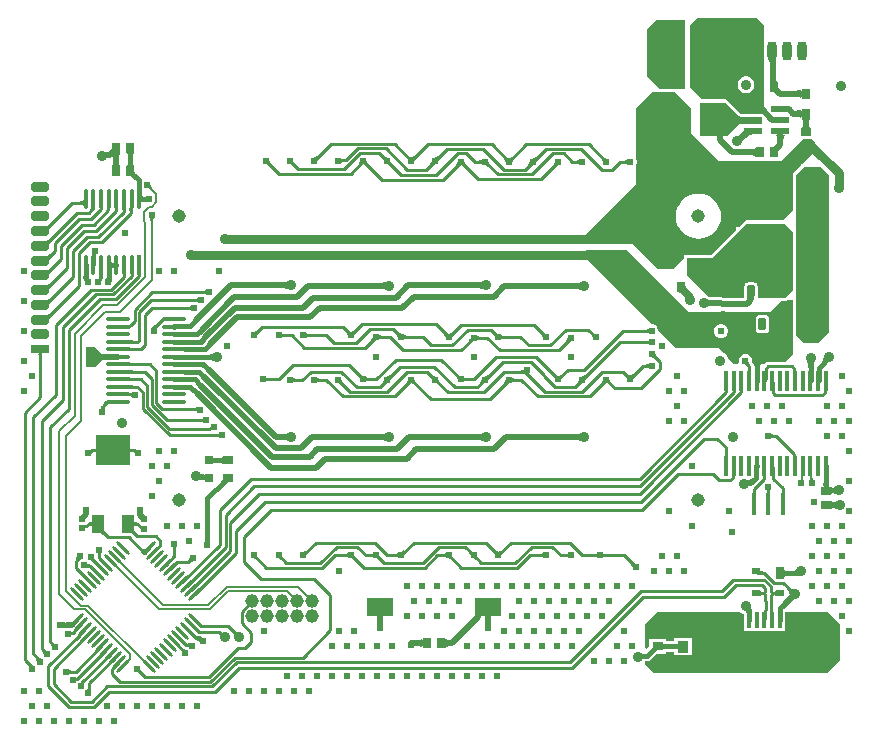
<source format=gbl>
G04*
G04 #@! TF.GenerationSoftware,Altium Limited,Altium Designer,22.4.2 (48)*
G04*
G04 Layer_Physical_Order=4*
G04 Layer_Color=16711680*
%FSLAX25Y25*%
%MOIN*%
G70*
G04*
G04 #@! TF.SameCoordinates,FFA694D2-1829-43A5-BD7A-47FC6BC8C01B*
G04*
G04*
G04 #@! TF.FilePolarity,Positive*
G04*
G01*
G75*
%ADD12C,0.01000*%
%ADD15R,0.03543X0.02559*%
%ADD16R,0.03150X0.03150*%
%ADD22R,0.03543X0.02953*%
%ADD24R,0.02953X0.03543*%
%ADD48C,0.02000*%
%ADD49C,0.01500*%
%ADD50C,0.00782*%
%ADD51C,0.02500*%
%ADD52C,0.03000*%
G04:AMPARAMS|DCode=54|XSize=31.5mil|YSize=62.99mil|CornerRadius=11.81mil|HoleSize=0mil|Usage=FLASHONLY|Rotation=0.000|XOffset=0mil|YOffset=0mil|HoleType=Round|Shape=RoundedRectangle|*
%AMROUNDEDRECTD54*
21,1,0.03150,0.03937,0,0,0.0*
21,1,0.00787,0.06299,0,0,0.0*
1,1,0.02362,0.00394,-0.01968*
1,1,0.02362,-0.00394,-0.01968*
1,1,0.02362,-0.00394,0.01968*
1,1,0.02362,0.00394,0.01968*
%
%ADD54ROUNDEDRECTD54*%
%ADD55C,0.04559*%
%ADD56C,0.04500*%
G04:AMPARAMS|DCode=57|XSize=31.5mil|YSize=62.99mil|CornerRadius=11.81mil|HoleSize=0mil|Usage=FLASHONLY|Rotation=90.000|XOffset=0mil|YOffset=0mil|HoleType=Round|Shape=RoundedRectangle|*
%AMROUNDEDRECTD57*
21,1,0.03150,0.03937,0,0,90.0*
21,1,0.00787,0.06299,0,0,90.0*
1,1,0.02362,0.01968,0.00394*
1,1,0.02362,0.01968,-0.00394*
1,1,0.02362,-0.01968,-0.00394*
1,1,0.02362,-0.01968,0.00394*
%
%ADD57ROUNDEDRECTD57*%
%ADD58R,0.06299X0.03150*%
%ADD59C,0.02400*%
%ADD60C,0.03600*%
%ADD61R,0.03642X0.06693*%
%ADD62R,0.01575X0.07480*%
%ADD63R,0.04134X0.06299*%
G04:AMPARAMS|DCode=64|XSize=11.81mil|YSize=62.99mil|CornerRadius=0mil|HoleSize=0mil|Usage=FLASHONLY|Rotation=225.000|XOffset=0mil|YOffset=0mil|HoleType=Round|Shape=Round|*
%AMOVALD64*
21,1,0.05118,0.01181,0.00000,0.00000,315.0*
1,1,0.01181,-0.01810,0.01810*
1,1,0.01181,0.01810,-0.01810*
%
%ADD64OVALD64*%

G04:AMPARAMS|DCode=65|XSize=11.81mil|YSize=62.99mil|CornerRadius=0mil|HoleSize=0mil|Usage=FLASHONLY|Rotation=135.000|XOffset=0mil|YOffset=0mil|HoleType=Round|Shape=Round|*
%AMOVALD65*
21,1,0.05118,0.01181,0.00000,0.00000,225.0*
1,1,0.01181,0.01810,0.01810*
1,1,0.01181,-0.01810,-0.01810*
%
%ADD65OVALD65*%

%ADD66R,0.02047X0.02047*%
%ADD67R,0.03150X0.03543*%
%ADD68R,0.01499X0.06517*%
G04:AMPARAMS|DCode=69|XSize=65.17mil|YSize=14.99mil|CornerRadius=7.5mil|HoleSize=0mil|Usage=FLASHONLY|Rotation=90.000|XOffset=0mil|YOffset=0mil|HoleType=Round|Shape=RoundedRectangle|*
%AMROUNDEDRECTD69*
21,1,0.06517,0.00000,0,0,90.0*
21,1,0.05018,0.01499,0,0,90.0*
1,1,0.01499,0.00000,0.02509*
1,1,0.01499,0.00000,-0.02509*
1,1,0.01499,0.00000,-0.02509*
1,1,0.01499,0.00000,0.02509*
%
%ADD69ROUNDEDRECTD69*%
%ADD70R,0.08661X0.06299*%
%ADD71R,0.08583X0.06299*%
%ADD72R,0.02756X0.03937*%
%ADD73R,0.02756X0.02362*%
%ADD74O,0.08661X0.01378*%
%ADD75R,0.03937X0.06299*%
%ADD76R,0.11811X0.09843*%
%ADD77R,0.07480X0.07480*%
%ADD78R,0.08268X0.06299*%
%ADD79R,0.01575X0.05315*%
%ADD80R,0.01772X0.06890*%
G04:AMPARAMS|DCode=81|XSize=23.62mil|YSize=39.37mil|CornerRadius=2.01mil|HoleSize=0mil|Usage=FLASHONLY|Rotation=180.000|XOffset=0mil|YOffset=0mil|HoleType=Round|Shape=RoundedRectangle|*
%AMROUNDEDRECTD81*
21,1,0.02362,0.03535,0,0,180.0*
21,1,0.01961,0.03937,0,0,180.0*
1,1,0.00402,-0.00980,0.01768*
1,1,0.00402,0.00980,0.01768*
1,1,0.00402,0.00980,-0.01768*
1,1,0.00402,-0.00980,-0.01768*
%
%ADD81ROUNDEDRECTD81*%
%ADD82R,0.03347X0.02756*%
%ADD83R,0.07500X0.11000*%
%ADD84R,0.03773X0.03961*%
%ADD85R,0.07087X0.05276*%
G04:AMPARAMS|DCode=86|XSize=57.09mil|YSize=23.23mil|CornerRadius=2.9mil|HoleSize=0mil|Usage=FLASHONLY|Rotation=0.000|XOffset=0mil|YOffset=0mil|HoleType=Round|Shape=RoundedRectangle|*
%AMROUNDEDRECTD86*
21,1,0.05709,0.01742,0,0,0.0*
21,1,0.05128,0.02323,0,0,0.0*
1,1,0.00581,0.02564,-0.00871*
1,1,0.00581,-0.02564,-0.00871*
1,1,0.00581,-0.02564,0.00871*
1,1,0.00581,0.02564,0.00871*
%
%ADD86ROUNDEDRECTD86*%
%ADD87C,0.01024*%
%ADD88C,0.00800*%
G36*
X-101330Y68337D02*
X-101458Y68291D01*
X-101570Y68215D01*
X-101668Y68109D01*
X-101750Y67973D01*
X-101818Y67807D01*
X-101870Y67610D01*
X-101908Y67384D01*
X-101930Y67127D01*
X-101938Y66840D01*
X-103438D01*
X-103444Y67125D01*
X-103464Y67380D01*
X-103498Y67605D01*
X-103544Y67800D01*
X-103604Y67965D01*
X-103677Y68100D01*
X-103763Y68205D01*
X-103863Y68280D01*
X-103976Y68325D01*
X-104102Y68340D01*
X-101188Y68352D01*
X-101330Y68337D01*
D02*
G37*
G36*
X-110988Y68741D02*
X-110948Y68733D01*
X-110886Y68727D01*
X-110579Y68713D01*
X-109881Y68706D01*
X-109461Y66706D01*
X-109664Y66704D01*
X-110285Y66662D01*
X-110391Y66642D01*
X-110479Y66619D01*
X-110547Y66593D01*
X-110596Y66562D01*
X-110625Y66529D01*
X-111008Y68749D01*
X-110988Y68741D01*
D02*
G37*
G36*
X-105996Y68320D02*
X-106083Y68260D01*
X-106160Y68160D01*
X-106227Y68020D01*
X-106284Y67840D01*
X-106330Y67620D01*
X-106366Y67360D01*
X-106407Y66720D01*
X-106412Y66340D01*
X-108412D01*
X-108416Y66720D01*
X-108478Y67620D01*
X-108516Y67840D01*
X-108561Y68020D01*
X-108615Y68160D01*
X-108677Y68260D01*
X-108748Y68320D01*
X-108827Y68340D01*
X-105898D01*
X-105996Y68320D01*
D02*
G37*
G36*
X-39866Y66627D02*
X-39949Y66539D01*
X-40024Y66450D01*
X-40089Y66360D01*
X-40146Y66270D01*
X-40194Y66179D01*
X-40233Y66087D01*
X-40263Y65994D01*
X-40284Y65901D01*
X-40297Y65807D01*
X-40300Y65712D01*
X-41488Y66900D01*
X-41393Y66903D01*
X-41299Y66916D01*
X-41206Y66937D01*
X-41113Y66967D01*
X-41021Y67006D01*
X-40930Y67054D01*
X-40840Y67111D01*
X-40750Y67176D01*
X-40661Y67251D01*
X-40573Y67334D01*
X-39866Y66627D01*
D02*
G37*
G36*
X-17839Y67171D02*
X-17750Y67097D01*
X-17660Y67031D01*
X-17570Y66974D01*
X-17479Y66926D01*
X-17387Y66888D01*
X-17294Y66857D01*
X-17201Y66836D01*
X-17107Y66824D01*
X-17012Y66820D01*
X-18200Y65632D01*
X-18203Y65727D01*
X-18216Y65821D01*
X-18237Y65915D01*
X-18267Y66007D01*
X-18306Y66099D01*
X-18354Y66190D01*
X-18411Y66281D01*
X-18476Y66370D01*
X-18551Y66459D01*
X-18634Y66547D01*
X-17927Y67255D01*
X-17839Y67171D01*
D02*
G37*
G36*
X-32690Y66582D02*
X-32610Y66532D01*
X-32524Y66488D01*
X-32433Y66450D01*
X-32337Y66418D01*
X-32236Y66392D01*
X-32131Y66372D01*
X-32020Y66357D01*
X-31904Y66348D01*
X-31783Y66345D01*
X-31649Y65345D01*
X-31771Y65341D01*
X-31886Y65330D01*
X-31994Y65311D01*
X-32096Y65285D01*
X-32190Y65251D01*
X-32278Y65210D01*
X-32359Y65161D01*
X-32434Y65105D01*
X-32502Y65041D01*
X-32563Y64970D01*
X-32766Y66637D01*
X-32690Y66582D01*
D02*
G37*
G36*
X-56297Y65649D02*
X-56284Y65555D01*
X-56263Y65462D01*
X-56233Y65369D01*
X-56194Y65277D01*
X-56146Y65186D01*
X-56089Y65096D01*
X-56024Y65006D01*
X-55949Y64917D01*
X-55866Y64829D01*
X-56573Y64122D01*
X-56661Y64205D01*
X-56750Y64280D01*
X-56840Y64345D01*
X-56930Y64402D01*
X-57021Y64450D01*
X-57113Y64489D01*
X-57206Y64519D01*
X-57299Y64540D01*
X-57393Y64552D01*
X-57488Y64556D01*
X-56300Y65744D01*
X-56297Y65649D01*
D02*
G37*
G36*
X-23797Y65614D02*
X-23784Y65519D01*
X-23763Y65426D01*
X-23733Y65334D01*
X-23694Y65242D01*
X-23646Y65151D01*
X-23589Y65060D01*
X-23524Y64971D01*
X-23449Y64882D01*
X-23366Y64793D01*
X-24073Y64086D01*
X-24161Y64170D01*
X-24250Y64244D01*
X-24340Y64310D01*
X-24430Y64367D01*
X-24521Y64414D01*
X-24613Y64453D01*
X-24706Y64483D01*
X-24799Y64505D01*
X-24893Y64517D01*
X-24988Y64521D01*
X-23800Y65709D01*
X-23797Y65614D01*
D02*
G37*
G36*
X-25012Y64521D02*
X-25107Y64517D01*
X-25201Y64505D01*
X-25294Y64483D01*
X-25387Y64453D01*
X-25479Y64414D01*
X-25570Y64367D01*
X-25660Y64310D01*
X-25750Y64244D01*
X-25839Y64170D01*
X-25927Y64086D01*
X-26634Y64793D01*
X-26551Y64882D01*
X-26476Y64971D01*
X-26411Y65060D01*
X-26354Y65151D01*
X-26306Y65242D01*
X-26267Y65334D01*
X-26237Y65426D01*
X-26216Y65519D01*
X-26203Y65614D01*
X-26200Y65709D01*
X-25012Y64521D01*
D02*
G37*
G36*
X-101931Y65275D02*
X-101911Y65020D01*
X-101878Y64795D01*
X-101831Y64600D01*
X-101772Y64435D01*
X-101699Y64300D01*
X-101612Y64195D01*
X-101513Y64120D01*
X-101400Y64075D01*
X-101273Y64060D01*
X-104188D01*
X-104045Y64075D01*
X-103918Y64120D01*
X-103805Y64195D01*
X-103708Y64300D01*
X-103625Y64435D01*
X-103558Y64600D01*
X-103505Y64795D01*
X-103468Y65020D01*
X-103445Y65275D01*
X-103438Y65560D01*
X-101938D01*
X-101931Y65275D01*
D02*
G37*
G36*
X-106408Y65680D02*
X-106346Y64780D01*
X-106309Y64560D01*
X-106263Y64380D01*
X-106209Y64240D01*
X-106147Y64140D01*
X-106077Y64080D01*
X-105998Y64060D01*
X-108927D01*
X-108829Y64080D01*
X-108741Y64140D01*
X-108664Y64240D01*
X-108597Y64380D01*
X-108541Y64560D01*
X-108494Y64780D01*
X-108458Y65040D01*
X-108417Y65680D01*
X-108412Y66060D01*
X-106412D01*
X-106408Y65680D01*
D02*
G37*
G36*
X-48297Y65549D02*
X-48284Y65455D01*
X-48263Y65362D01*
X-48233Y65269D01*
X-48194Y65177D01*
X-48146Y65086D01*
X-48089Y64996D01*
X-48024Y64906D01*
X-47949Y64817D01*
X-47866Y64729D01*
X-48573Y64022D01*
X-48661Y64105D01*
X-48750Y64180D01*
X-48840Y64245D01*
X-48930Y64302D01*
X-49021Y64350D01*
X-49113Y64389D01*
X-49206Y64419D01*
X-49299Y64440D01*
X-49393Y64452D01*
X-49488Y64456D01*
X-48300Y65644D01*
X-48297Y65549D01*
D02*
G37*
G36*
X-15797Y65514D02*
X-15784Y65420D01*
X-15763Y65326D01*
X-15733Y65234D01*
X-15694Y65142D01*
X-15646Y65051D01*
X-15589Y64960D01*
X-15524Y64871D01*
X-15449Y64782D01*
X-15366Y64693D01*
X-16073Y63986D01*
X-16161Y64070D01*
X-16250Y64144D01*
X-16340Y64210D01*
X-16430Y64267D01*
X-16521Y64314D01*
X-16613Y64353D01*
X-16706Y64384D01*
X-16799Y64405D01*
X-16893Y64417D01*
X-16988Y64420D01*
X-15800Y65609D01*
X-15797Y65514D01*
D02*
G37*
G36*
X-101369Y62546D02*
X-101410Y62409D01*
X-101409Y62251D01*
X-101365Y62071D01*
X-101279Y61869D01*
X-101151Y61646D01*
X-100980Y61402D01*
X-100767Y61136D01*
X-100213Y60540D01*
X-101273Y59480D01*
X-101582Y59778D01*
X-102135Y60247D01*
X-102379Y60418D01*
X-102602Y60546D01*
X-102804Y60632D01*
X-102984Y60676D01*
X-103142Y60677D01*
X-103279Y60636D01*
X-103395Y60552D01*
X-101285Y62662D01*
X-101369Y62546D01*
D02*
G37*
G36*
X-95797Y57667D02*
X-95786Y57550D01*
X-95767Y57438D01*
X-95740Y57330D01*
X-95705Y57226D01*
X-95662Y57127D01*
X-95611Y57032D01*
X-95551Y56942D01*
X-95484Y56855D01*
X-95408Y56774D01*
X-95974Y56208D01*
X-96056Y56284D01*
X-96142Y56351D01*
X-96232Y56411D01*
X-96327Y56462D01*
X-96426Y56505D01*
X-96530Y56540D01*
X-96638Y56567D01*
X-96750Y56586D01*
X-96867Y56597D01*
X-96988Y56600D01*
X-95800Y57788D01*
X-95797Y57667D01*
D02*
G37*
G36*
X-98888Y54357D02*
X-98843Y54230D01*
X-98767Y54118D01*
X-98661Y54020D01*
X-98525Y53938D01*
X-98359Y53870D01*
X-98162Y53817D01*
X-97936Y53780D01*
X-97821Y53770D01*
X-97627Y53782D01*
X-97566Y53794D01*
X-97517Y53808D01*
X-97481Y53823D01*
X-97457Y53840D01*
Y53752D01*
X-97391Y53750D01*
Y52250D01*
X-97457Y52248D01*
Y52160D01*
X-97481Y52177D01*
X-97517Y52192D01*
X-97566Y52206D01*
X-97627Y52218D01*
X-97701Y52227D01*
X-97780Y52234D01*
X-97936Y52220D01*
X-98162Y52183D01*
X-98359Y52130D01*
X-98525Y52062D01*
X-98661Y51980D01*
X-98767Y51882D01*
X-98843Y51770D01*
X-98888Y51643D01*
X-98903Y51500D01*
Y54500D01*
X-98888Y54357D01*
D02*
G37*
G36*
X-118297Y50694D02*
X-118307Y50788D01*
X-118337Y50874D01*
X-118388Y50949D01*
X-118459Y51013D01*
X-118550Y51069D01*
X-118661Y51113D01*
X-118793Y51149D01*
X-118944Y51174D01*
X-119116Y51188D01*
X-119309Y51193D01*
Y52194D01*
X-119116Y52199D01*
X-118944Y52214D01*
X-118793Y52239D01*
X-118661Y52274D01*
X-118550Y52319D01*
X-118459Y52374D01*
X-118388Y52438D01*
X-118337Y52513D01*
X-118307Y52599D01*
X-118297Y52694D01*
Y50694D01*
D02*
G37*
G36*
X-109458Y50023D02*
X-109461Y50017D01*
X-109464Y49998D01*
X-109467Y49965D01*
X-109474Y49599D01*
X-109475Y49358D01*
X-110475D01*
X-110489Y50220D01*
X-109458Y50023D01*
D02*
G37*
G36*
X-106681Y50236D02*
X-106730Y50138D01*
X-106774Y50033D01*
X-106811Y49920D01*
X-106843Y49800D01*
X-106869Y49672D01*
X-106890Y49538D01*
X-106913Y49246D01*
X-106916Y49088D01*
X-107916Y49178D01*
X-107917Y49369D01*
X-107965Y50161D01*
X-107980Y50233D01*
X-107996Y50288D01*
X-108015Y50327D01*
X-106626D01*
X-106681Y50236D01*
D02*
G37*
G36*
X-104122Y50235D02*
X-104171Y50134D01*
X-104215Y50025D01*
X-104252Y49905D01*
X-104284Y49777D01*
X-104311Y49640D01*
X-104345Y49337D01*
X-104354Y49172D01*
X-104357Y48998D01*
X-105357Y49178D01*
X-105358Y49369D01*
X-105405Y50161D01*
X-105420Y50233D01*
X-105437Y50288D01*
X-105456Y50327D01*
X-104067D01*
X-104122Y50235D01*
D02*
G37*
G36*
X-102897Y50327D02*
X-101671Y50083D01*
X-101735Y50030D01*
X-101794Y49962D01*
X-101845Y49880D01*
X-101889Y49784D01*
X-101927Y49673D01*
X-101957Y49547D01*
X-101981Y49408D01*
X-101998Y49253D01*
X-102012Y48900D01*
X-103012Y48934D01*
X-103011Y49230D01*
X-102938Y50326D01*
X-102919Y50344D01*
X-102897Y50327D01*
D02*
G37*
G36*
X-114466Y50083D02*
X-114332Y50166D01*
X-114249Y50204D01*
X-114219Y50194D01*
X-114240Y50138D01*
X-114314Y50036D01*
X-114439Y49886D01*
X-115126Y49159D01*
X-115459Y48823D01*
X-116270Y49426D01*
X-116083Y49621D01*
X-115797Y49962D01*
X-115699Y50109D01*
X-115631Y50240D01*
X-115593Y50354D01*
X-115584Y50453D01*
X-115605Y50536D01*
X-115657Y50603D01*
X-115738Y50654D01*
X-114466Y50083D01*
D02*
G37*
G36*
X-94844Y46655D02*
X-94918Y46565D01*
X-94984Y46472D01*
X-95042Y46377D01*
X-95090Y46279D01*
X-95130Y46178D01*
X-95160Y46075D01*
X-95182Y45969D01*
X-95196Y45860D01*
X-95200Y45749D01*
X-96000D01*
X-96004Y45860D01*
X-96018Y45969D01*
X-96040Y46075D01*
X-96070Y46178D01*
X-96110Y46279D01*
X-96158Y46377D01*
X-96216Y46472D01*
X-96282Y46565D01*
X-96356Y46655D01*
X-96440Y46743D01*
X-94760D01*
X-94844Y46655D01*
D02*
G37*
G36*
X-129032Y44071D02*
X-129213Y43883D01*
X-129490Y43550D01*
X-129587Y43404D01*
X-129656Y43273D01*
X-129696Y43156D01*
X-129708Y43053D01*
X-129692Y42964D01*
X-129649Y42890D01*
X-129577Y42829D01*
X-131309Y43903D01*
X-131218Y43863D01*
X-131115Y43846D01*
X-131003Y43855D01*
X-130879Y43888D01*
X-130744Y43946D01*
X-130599Y44029D01*
X-130443Y44137D01*
X-130276Y44269D01*
X-130098Y44426D01*
X-129910Y44607D01*
X-129032Y44071D01*
D02*
G37*
G36*
Y39149D02*
X-129213Y38962D01*
X-129490Y38628D01*
X-129587Y38483D01*
X-129656Y38352D01*
X-129696Y38235D01*
X-129708Y38132D01*
X-129692Y38043D01*
X-129649Y37969D01*
X-129577Y37908D01*
X-131309Y38982D01*
X-131218Y38941D01*
X-131115Y38925D01*
X-131003Y38934D01*
X-130879Y38967D01*
X-130744Y39025D01*
X-130599Y39108D01*
X-130443Y39215D01*
X-130276Y39348D01*
X-130098Y39505D01*
X-129910Y39686D01*
X-129032Y39149D01*
D02*
G37*
G36*
X-128922Y33996D02*
X-129107Y33804D01*
X-129396Y33460D01*
X-129500Y33307D01*
X-129578Y33167D01*
X-129628Y33039D01*
X-129653Y32925D01*
X-129650Y32823D01*
X-129621Y32735D01*
X-129564Y32659D01*
X-130966Y34061D01*
X-130891Y34005D01*
X-130802Y33975D01*
X-130700Y33973D01*
X-130586Y33997D01*
X-130458Y34048D01*
X-130318Y34125D01*
X-130166Y34229D01*
X-130000Y34360D01*
X-129821Y34518D01*
X-129630Y34703D01*
X-128922Y33996D01*
D02*
G37*
G36*
X-114767Y34713D02*
X-114402D01*
X-114401Y34574D01*
X-113995Y34420D01*
X-114072Y34379D01*
X-114142Y34330D01*
X-114203Y34271D01*
X-114256Y34203D01*
X-114300Y34126D01*
X-114337Y34040D01*
X-114363Y33951D01*
X-114348Y33721D01*
X-114333Y33687D01*
X-114317Y33674D01*
X-114399Y33691D01*
X-114402Y33601D01*
X-115402Y33678D01*
X-115404Y33869D01*
X-115406Y33911D01*
X-115490Y33929D01*
X-115473Y33933D01*
X-115459Y33954D01*
X-115445Y33992D01*
X-115434Y34045D01*
X-115424Y34116D01*
X-115421Y34154D01*
X-115443Y34506D01*
X-115461Y34633D01*
X-115506Y34851D01*
X-115534Y34940D01*
X-115565Y35017D01*
X-114767Y34713D01*
D02*
G37*
G36*
X-108061Y31647D02*
X-107915Y31634D01*
X-107627Y31626D01*
Y30126D01*
X-107915Y30119D01*
X-108061Y30106D01*
Y29376D01*
X-108076Y29519D01*
X-108121Y29646D01*
X-108196Y29759D01*
X-108302Y29856D01*
X-108439Y29939D01*
X-108600Y30005D01*
X-108762Y29939D01*
X-108898Y29856D01*
X-109003Y29759D01*
X-109079Y29646D01*
X-109124Y29519D01*
X-109140Y29376D01*
Y30106D01*
X-109285Y30119D01*
X-109573Y30126D01*
Y31626D01*
X-109285Y31634D01*
X-109140Y31647D01*
Y32376D01*
X-109124Y32234D01*
X-109079Y32106D01*
X-109003Y31994D01*
X-108898Y31896D01*
X-108762Y31814D01*
X-108600Y31748D01*
X-108439Y31814D01*
X-108302Y31896D01*
X-108196Y31994D01*
X-108121Y32106D01*
X-108076Y32234D01*
X-108061Y32376D01*
Y31647D01*
D02*
G37*
G36*
X-128922Y29074D02*
X-129107Y28883D01*
X-129396Y28539D01*
X-129500Y28385D01*
X-129578Y28245D01*
X-129628Y28118D01*
X-129653Y28004D01*
X-129650Y27902D01*
X-129621Y27813D01*
X-129564Y27737D01*
X-130966Y29140D01*
X-130891Y29083D01*
X-130802Y29054D01*
X-130700Y29051D01*
X-130586Y29076D01*
X-130458Y29126D01*
X-130318Y29204D01*
X-130166Y29308D01*
X-130000Y29439D01*
X-129821Y29597D01*
X-129630Y29781D01*
X-128922Y29074D01*
D02*
G37*
G36*
X-111799Y27988D02*
X-111848Y27887D01*
X-111892Y27777D01*
X-111930Y27658D01*
X-111961Y27530D01*
X-111988Y27393D01*
X-112022Y27090D01*
X-112031Y26925D01*
X-112034Y26750D01*
X-112651Y26862D01*
X-112180Y26391D01*
X-112241Y26330D01*
X-112440Y26103D01*
X-112459Y26074D01*
X-112470Y26050D01*
X-112475Y26032D01*
X-112472Y26019D01*
X-113390Y26595D01*
X-113034Y26951D01*
X-113035Y27122D01*
X-113083Y27914D01*
X-113098Y27986D01*
X-113115Y28041D01*
X-113133Y28080D01*
X-111744D01*
X-111799Y27988D01*
D02*
G37*
G36*
X-109130Y26827D02*
X-109117Y26088D01*
X-110769Y26396D01*
X-110742Y26421D01*
X-110719Y26458D01*
X-110698Y26507D01*
X-110680Y26569D01*
X-110665Y26643D01*
X-110652Y26729D01*
X-110635Y26938D01*
X-110630Y27197D01*
X-109130Y26827D01*
D02*
G37*
G36*
X-116805Y27281D02*
X-116784Y26956D01*
X-116771Y26876D01*
X-116756Y26809D01*
X-116737Y26755D01*
X-116716Y26715D01*
X-116692Y26689D01*
X-116666Y26677D01*
X-118051Y25833D01*
X-118306Y27223D01*
X-116806Y27416D01*
X-116805Y27281D01*
D02*
G37*
G36*
X-128922Y24153D02*
X-129107Y23962D01*
X-129396Y23617D01*
X-129500Y23464D01*
X-129578Y23324D01*
X-129628Y23197D01*
X-129653Y23083D01*
X-129650Y22981D01*
X-129621Y22892D01*
X-129564Y22816D01*
X-130966Y24218D01*
X-130891Y24162D01*
X-130802Y24133D01*
X-130700Y24130D01*
X-130586Y24154D01*
X-130458Y24205D01*
X-130318Y24283D01*
X-130166Y24387D01*
X-130000Y24518D01*
X-129821Y24676D01*
X-129630Y24860D01*
X-128922Y24153D01*
D02*
G37*
G36*
X-50286Y22940D02*
X-50344Y22989D01*
X-50419Y23034D01*
X-50509Y23073D01*
X-50614Y23106D01*
X-50736Y23135D01*
X-50873Y23158D01*
X-51193Y23190D01*
X-51377Y23197D01*
X-51577Y23200D01*
Y25200D01*
X-51377Y25203D01*
X-50873Y25242D01*
X-50736Y25265D01*
X-50614Y25294D01*
X-50509Y25327D01*
X-50419Y25366D01*
X-50344Y25411D01*
X-50286Y25460D01*
Y22940D01*
D02*
G37*
G36*
X-17785Y22905D02*
X-17844Y22954D01*
X-17919Y22998D01*
X-18009Y23037D01*
X-18114Y23071D01*
X-18236Y23100D01*
X-18373Y23123D01*
X-18693Y23154D01*
X-18877Y23162D01*
X-19077Y23165D01*
Y25165D01*
X-18877Y25167D01*
X-18373Y25206D01*
X-18236Y25230D01*
X-18114Y25258D01*
X-18009Y25292D01*
X-17919Y25331D01*
X-17844Y25375D01*
X-17785Y25425D01*
Y22905D01*
D02*
G37*
G36*
X-77357Y21060D02*
X-77426Y21125D01*
X-77502Y21182D01*
X-77583Y21233D01*
X-77670Y21278D01*
X-77762Y21315D01*
X-77860Y21346D01*
X-77964Y21369D01*
X-78074Y21386D01*
X-78190Y21397D01*
X-78311Y21400D01*
Y22400D01*
X-78190Y22403D01*
X-78074Y22414D01*
X-77964Y22431D01*
X-77860Y22454D01*
X-77762Y22485D01*
X-77670Y22522D01*
X-77583Y22567D01*
X-77502Y22618D01*
X-77426Y22675D01*
X-77357Y22740D01*
Y21060D01*
D02*
G37*
G36*
X-128922Y19232D02*
X-129107Y19040D01*
X-129396Y18696D01*
X-129500Y18543D01*
X-129578Y18403D01*
X-129628Y18276D01*
X-129653Y18161D01*
X-129650Y18060D01*
X-129621Y17971D01*
X-129564Y17895D01*
X-130966Y19297D01*
X-130891Y19241D01*
X-130802Y19212D01*
X-130700Y19209D01*
X-130586Y19233D01*
X-130458Y19284D01*
X-130318Y19361D01*
X-130166Y19466D01*
X-130000Y19597D01*
X-129821Y19754D01*
X-129630Y19939D01*
X-128922Y19232D01*
D02*
G37*
G36*
X-80124Y18434D02*
X-80188Y18504D01*
X-80258Y18566D01*
X-80335Y18621D01*
X-80418Y18668D01*
X-80507Y18709D01*
X-80603Y18742D01*
X-80706Y18767D01*
X-80814Y18785D01*
X-80930Y18796D01*
X-81051Y18800D01*
X-80959Y19800D01*
X-80838Y19803D01*
X-80722Y19812D01*
X-80612Y19828D01*
X-80507Y19849D01*
X-80406Y19877D01*
X-80312Y19911D01*
X-80222Y19951D01*
X-80137Y19997D01*
X-80058Y20050D01*
X-79984Y20109D01*
X-80124Y18434D01*
D02*
G37*
G36*
X-82357Y15760D02*
X-82427Y15825D01*
X-82502Y15882D01*
X-82583Y15933D01*
X-82670Y15978D01*
X-82762Y16015D01*
X-82860Y16046D01*
X-82964Y16069D01*
X-83074Y16086D01*
X-83190Y16097D01*
X-83311Y16100D01*
Y17100D01*
X-83190Y17103D01*
X-83074Y17114D01*
X-82964Y17131D01*
X-82860Y17154D01*
X-82762Y17185D01*
X-82670Y17222D01*
X-82583Y17267D01*
X-82502Y17318D01*
X-82427Y17375D01*
X-82357Y17440D01*
Y15760D01*
D02*
G37*
G36*
X-128922Y14311D02*
X-129107Y14119D01*
X-129396Y13775D01*
X-129500Y13622D01*
X-129578Y13482D01*
X-129628Y13354D01*
X-129653Y13240D01*
X-129650Y13138D01*
X-129621Y13050D01*
X-129564Y12974D01*
X-130966Y14376D01*
X-130891Y14320D01*
X-130802Y14290D01*
X-130700Y14288D01*
X-130586Y14312D01*
X-130458Y14363D01*
X-130318Y14440D01*
X-130166Y14544D01*
X-130000Y14675D01*
X-129821Y14833D01*
X-129630Y15018D01*
X-128922Y14311D01*
D02*
G37*
G36*
X-93783Y10466D02*
X-93869Y10374D01*
X-93942Y10286D01*
X-94000Y10201D01*
X-94044Y10119D01*
X-94075Y10041D01*
X-94091Y9967D01*
X-94094Y9895D01*
X-94082Y9827D01*
X-94056Y9763D01*
X-94017Y9702D01*
X-95589Y9983D01*
X-94650Y11013D01*
X-93783Y10466D01*
D02*
G37*
G36*
X-27497Y8535D02*
X-27580Y8447D01*
X-27655Y8358D01*
X-27720Y8268D01*
X-27777Y8178D01*
X-27825Y8087D01*
X-27864Y7995D01*
X-27894Y7902D01*
X-27915Y7809D01*
X-27928Y7715D01*
X-27931Y7620D01*
X-29119Y8808D01*
X-29024Y8811D01*
X-28930Y8824D01*
X-28837Y8845D01*
X-28744Y8875D01*
X-28652Y8914D01*
X-28561Y8962D01*
X-28471Y9019D01*
X-28381Y9084D01*
X-28292Y9159D01*
X-28204Y9242D01*
X-27497Y8535D01*
D02*
G37*
G36*
X-29970Y9159D02*
X-29881Y9084D01*
X-29791Y9019D01*
X-29701Y8962D01*
X-29610Y8914D01*
X-29518Y8875D01*
X-29425Y8845D01*
X-29332Y8824D01*
X-29238Y8811D01*
X-29143Y8808D01*
X-30331Y7620D01*
X-30334Y7715D01*
X-30347Y7809D01*
X-30368Y7902D01*
X-30398Y7995D01*
X-30437Y8087D01*
X-30485Y8178D01*
X-30542Y8268D01*
X-30607Y8358D01*
X-30682Y8447D01*
X-30765Y8535D01*
X-30058Y9242D01*
X-29970Y9159D01*
D02*
G37*
G36*
X-59966Y8483D02*
X-60049Y8395D01*
X-60124Y8306D01*
X-60189Y8216D01*
X-60246Y8126D01*
X-60294Y8035D01*
X-60333Y7943D01*
X-60363Y7850D01*
X-60384Y7757D01*
X-60397Y7663D01*
X-60400Y7568D01*
X-61588Y8756D01*
X-61493Y8759D01*
X-61399Y8772D01*
X-61306Y8793D01*
X-61213Y8823D01*
X-61121Y8862D01*
X-61030Y8910D01*
X-60940Y8967D01*
X-60850Y9032D01*
X-60761Y9107D01*
X-60673Y9190D01*
X-59966Y8483D01*
D02*
G37*
G36*
X-44074Y8302D02*
X-43998Y8244D01*
X-43917Y8193D01*
X-43830Y8149D01*
X-43738Y8112D01*
X-43640Y8081D01*
X-43536Y8057D01*
X-43426Y8040D01*
X-43310Y8030D01*
X-43189Y8027D01*
Y7027D01*
X-43310Y7023D01*
X-43426Y7013D01*
X-43536Y6996D01*
X-43640Y6972D01*
X-43738Y6942D01*
X-43830Y6904D01*
X-43917Y6860D01*
X-43998Y6809D01*
X-44074Y6751D01*
X-44143Y6687D01*
Y8367D01*
X-44074Y8302D01*
D02*
G37*
G36*
X-52373D02*
X-52298Y8244D01*
X-52217Y8193D01*
X-52130Y8149D01*
X-52038Y8112D01*
X-51940Y8081D01*
X-51836Y8057D01*
X-51726Y8040D01*
X-51610Y8030D01*
X-51489Y8027D01*
Y7027D01*
X-51610Y7023D01*
X-51726Y7013D01*
X-51836Y6996D01*
X-51940Y6972D01*
X-52038Y6942D01*
X-52130Y6904D01*
X-52217Y6860D01*
X-52298Y6809D01*
X-52373Y6751D01*
X-52443Y6687D01*
Y8367D01*
X-52373Y8302D01*
D02*
G37*
G36*
X-19873Y7796D02*
X-19798Y7738D01*
X-19717Y7687D01*
X-19630Y7643D01*
X-19538Y7605D01*
X-19440Y7575D01*
X-19336Y7551D01*
X-19226Y7534D01*
X-19110Y7524D01*
X-18989Y7520D01*
Y6521D01*
X-19110Y6517D01*
X-19226Y6507D01*
X-19336Y6490D01*
X-19440Y6466D01*
X-19538Y6436D01*
X-19630Y6398D01*
X-19717Y6354D01*
X-19798Y6303D01*
X-19873Y6245D01*
X-19943Y6180D01*
Y7861D01*
X-19873Y7796D01*
D02*
G37*
G36*
X-20812Y5821D02*
X-20907Y5817D01*
X-21001Y5805D01*
X-21094Y5783D01*
X-21187Y5753D01*
X-21279Y5714D01*
X-21370Y5666D01*
X-21460Y5610D01*
X-21550Y5544D01*
X-21639Y5470D01*
X-21727Y5386D01*
X-22434Y6094D01*
X-22351Y6182D01*
X-22276Y6271D01*
X-22211Y6360D01*
X-22154Y6451D01*
X-22106Y6542D01*
X-22067Y6634D01*
X-22037Y6726D01*
X-22016Y6820D01*
X-22003Y6914D01*
X-22000Y7008D01*
X-20812Y5821D01*
D02*
G37*
G36*
X-77547Y6012D02*
X-77567Y6000D01*
X-77609Y5966D01*
X-77753Y5834D01*
X-78684Y4920D01*
X-79745Y5980D01*
X-78653Y7118D01*
X-77547Y6012D01*
D02*
G37*
G36*
X-102994Y6061D02*
X-102929Y6038D01*
X-102848Y6018D01*
X-102751Y6000D01*
X-102510Y5972D01*
X-102205Y5956D01*
X-101837Y5950D01*
Y4950D01*
X-102029Y4949D01*
X-102751Y4900D01*
X-102848Y4882D01*
X-102929Y4862D01*
X-102994Y4839D01*
X-103043Y4812D01*
Y6088D01*
X-102994Y6061D01*
D02*
G37*
G36*
X-75908Y3704D02*
X-75926Y3692D01*
X-75968Y3654D01*
X-77159Y2481D01*
X-78219Y3541D01*
X-76996Y4792D01*
X-75908Y3704D01*
D02*
G37*
G36*
X-102994Y3562D02*
X-102929Y3538D01*
X-102848Y3517D01*
X-102751Y3500D01*
X-102510Y3472D01*
X-102205Y3455D01*
X-101837Y3450D01*
Y2450D01*
X-102029Y2449D01*
X-102751Y2400D01*
X-102848Y2382D01*
X-102929Y2362D01*
X-102994Y2338D01*
X-103043Y2312D01*
Y3588D01*
X-102994Y3562D01*
D02*
G37*
G36*
X-131795Y1400D02*
X-131880Y1370D01*
X-131955Y1320D01*
X-132020Y1250D01*
X-132075Y1160D01*
X-132120Y1050D01*
X-132155Y920D01*
X-132180Y770D01*
X-132195Y600D01*
X-132200Y410D01*
X-133200D01*
X-133205Y600D01*
X-133220Y770D01*
X-133245Y920D01*
X-133280Y1050D01*
X-133325Y1160D01*
X-133380Y1250D01*
X-133445Y1320D01*
X-133520Y1370D01*
X-133605Y1400D01*
X-133700Y1410D01*
X-131700D01*
X-131795Y1400D01*
D02*
G37*
G36*
X-75246Y-895D02*
X-75346Y-793D01*
X-75454Y-703D01*
X-75572Y-623D01*
X-75699Y-553D01*
X-75835Y-495D01*
X-75981Y-446D01*
X-76135Y-409D01*
X-76299Y-382D01*
X-76472Y-366D01*
X-76654Y-361D01*
X-76573Y1139D01*
X-76391Y1144D01*
X-76218Y1158D01*
X-76052Y1182D01*
X-75895Y1216D01*
X-75746Y1260D01*
X-75605Y1313D01*
X-75472Y1376D01*
X-75347Y1448D01*
X-75230Y1530D01*
X-75122Y1622D01*
X-75246Y-895D01*
D02*
G37*
G36*
X-102994Y-1438D02*
X-102929Y-1462D01*
X-102848Y-1483D01*
X-102751Y-1500D01*
X-102510Y-1528D01*
X-102205Y-1544D01*
X-101837Y-1550D01*
Y-2550D01*
X-102029Y-2551D01*
X-102751Y-2600D01*
X-102848Y-2617D01*
X-102929Y-2638D01*
X-102994Y-2661D01*
X-103043Y-2688D01*
Y-1412D01*
X-102994Y-1438D01*
D02*
G37*
G36*
X-112163Y1463D02*
X-112110Y1461D01*
X-112122Y1422D01*
X-112100Y1400D01*
Y-500D01*
X-114500Y-2900D01*
X-117400D01*
Y3800D01*
X-114500D01*
X-112163Y1463D01*
D02*
G37*
G36*
X-76802Y-2705D02*
X-77895Y-3798D01*
X-77908Y-3779D01*
X-77944Y-3738D01*
X-78477Y-3186D01*
X-79080Y-2580D01*
X-78020Y-1520D01*
X-76802Y-2705D01*
D02*
G37*
G36*
X-102994Y-3938D02*
X-102929Y-3962D01*
X-102848Y-3982D01*
X-102751Y-4000D01*
X-102510Y-4028D01*
X-102205Y-4044D01*
X-101837Y-4050D01*
Y-5050D01*
X-102029Y-5051D01*
X-102751Y-5100D01*
X-102848Y-5117D01*
X-102929Y-5138D01*
X-102994Y-5161D01*
X-103043Y-5188D01*
Y-3912D01*
X-102994Y-3938D01*
D02*
G37*
G36*
X-25839Y-5549D02*
X-25750Y-5624D01*
X-25660Y-5689D01*
X-25570Y-5746D01*
X-25479Y-5794D01*
X-25387Y-5833D01*
X-25294Y-5863D01*
X-25201Y-5884D01*
X-25107Y-5897D01*
X-25012Y-5900D01*
X-26200Y-7088D01*
X-26203Y-6993D01*
X-26216Y-6899D01*
X-26237Y-6806D01*
X-26267Y-6713D01*
X-26306Y-6621D01*
X-26354Y-6530D01*
X-26411Y-6440D01*
X-26476Y-6350D01*
X-26551Y-6261D01*
X-26634Y-6173D01*
X-25927Y-5466D01*
X-25839Y-5549D01*
D02*
G37*
G36*
X-15366Y-6273D02*
X-15449Y-6361D01*
X-15524Y-6450D01*
X-15589Y-6540D01*
X-15646Y-6630D01*
X-15694Y-6721D01*
X-15733Y-6813D01*
X-15763Y-6906D01*
X-15784Y-6999D01*
X-15797Y-7093D01*
X-15800Y-7188D01*
X-16988Y-6000D01*
X-16893Y-5997D01*
X-16799Y-5984D01*
X-16706Y-5963D01*
X-16613Y-5933D01*
X-16521Y-5894D01*
X-16430Y-5846D01*
X-16340Y-5789D01*
X-16250Y-5724D01*
X-16161Y-5649D01*
X-16073Y-5566D01*
X-15366Y-6273D01*
D02*
G37*
G36*
X-102994Y-6438D02*
X-102929Y-6462D01*
X-102848Y-6482D01*
X-102751Y-6500D01*
X-102510Y-6528D01*
X-102205Y-6544D01*
X-101837Y-6550D01*
Y-7550D01*
X-102029Y-7551D01*
X-102751Y-7600D01*
X-102848Y-7617D01*
X-102929Y-7638D01*
X-102994Y-7661D01*
X-103043Y-7688D01*
Y-6412D01*
X-102994Y-6438D01*
D02*
G37*
G36*
X-24073Y-6325D02*
X-23998Y-6382D01*
X-23917Y-6433D01*
X-23830Y-6478D01*
X-23738Y-6515D01*
X-23640Y-6546D01*
X-23536Y-6569D01*
X-23426Y-6586D01*
X-23310Y-6597D01*
X-23189Y-6600D01*
Y-7600D01*
X-23310Y-7603D01*
X-23426Y-7614D01*
X-23536Y-7631D01*
X-23640Y-7654D01*
X-23738Y-7685D01*
X-23830Y-7722D01*
X-23917Y-7767D01*
X-23998Y-7818D01*
X-24073Y-7875D01*
X-24143Y-7940D01*
Y-6260D01*
X-24073Y-6325D01*
D02*
G37*
G36*
X-57656D02*
X-57581Y-6382D01*
X-57500Y-6433D01*
X-57413Y-6478D01*
X-57321Y-6515D01*
X-57222Y-6546D01*
X-57118Y-6569D01*
X-57009Y-6586D01*
X-56893Y-6597D01*
X-56772Y-6600D01*
Y-7600D01*
X-56893Y-7603D01*
X-57009Y-7614D01*
X-57118Y-7631D01*
X-57222Y-7654D01*
X-57321Y-7685D01*
X-57413Y-7722D01*
X-57500Y-7767D01*
X-57581Y-7818D01*
X-57656Y-7875D01*
X-57726Y-7940D01*
Y-6260D01*
X-57656Y-6325D01*
D02*
G37*
G36*
X-40573Y-6425D02*
X-40498Y-6482D01*
X-40417Y-6533D01*
X-40330Y-6578D01*
X-40238Y-6615D01*
X-40140Y-6646D01*
X-40036Y-6669D01*
X-39926Y-6686D01*
X-39810Y-6697D01*
X-39689Y-6700D01*
Y-7700D01*
X-39810Y-7703D01*
X-39926Y-7714D01*
X-40036Y-7731D01*
X-40140Y-7754D01*
X-40238Y-7785D01*
X-40330Y-7822D01*
X-40417Y-7867D01*
X-40498Y-7918D01*
X-40573Y-7975D01*
X-40643Y-8040D01*
Y-6360D01*
X-40573Y-6425D01*
D02*
G37*
G36*
X-48573D02*
X-48498Y-6482D01*
X-48417Y-6533D01*
X-48330Y-6578D01*
X-48238Y-6615D01*
X-48140Y-6646D01*
X-48036Y-6669D01*
X-47926Y-6686D01*
X-47810Y-6697D01*
X-47689Y-6700D01*
Y-7700D01*
X-47810Y-7703D01*
X-47926Y-7714D01*
X-48036Y-7731D01*
X-48140Y-7754D01*
X-48238Y-7785D01*
X-48330Y-7822D01*
X-48417Y-7867D01*
X-48498Y-7918D01*
X-48573Y-7975D01*
X-48643Y-8040D01*
Y-6360D01*
X-48573Y-6425D01*
D02*
G37*
G36*
X-17012Y-8400D02*
X-17107Y-8403D01*
X-17201Y-8416D01*
X-17294Y-8437D01*
X-17387Y-8467D01*
X-17479Y-8506D01*
X-17570Y-8554D01*
X-17660Y-8611D01*
X-17750Y-8676D01*
X-17839Y-8751D01*
X-17927Y-8834D01*
X-18634Y-8127D01*
X-18551Y-8039D01*
X-18476Y-7950D01*
X-18411Y-7860D01*
X-18354Y-7770D01*
X-18306Y-7679D01*
X-18267Y-7587D01*
X-18237Y-7494D01*
X-18216Y-7401D01*
X-18203Y-7307D01*
X-18200Y-7212D01*
X-17012Y-8400D01*
D02*
G37*
G36*
X-32297Y-7307D02*
X-32284Y-7401D01*
X-32263Y-7494D01*
X-32233Y-7587D01*
X-32194Y-7679D01*
X-32146Y-7770D01*
X-32089Y-7860D01*
X-32024Y-7950D01*
X-31949Y-8039D01*
X-31866Y-8127D01*
X-32573Y-8834D01*
X-32661Y-8751D01*
X-32750Y-8676D01*
X-32840Y-8611D01*
X-32930Y-8554D01*
X-33021Y-8506D01*
X-33113Y-8467D01*
X-33206Y-8437D01*
X-33299Y-8416D01*
X-33393Y-8403D01*
X-33488Y-8400D01*
X-32300Y-7212D01*
X-32297Y-7307D01*
D02*
G37*
G36*
X-102994Y-8939D02*
X-102929Y-8962D01*
X-102848Y-8982D01*
X-102751Y-9000D01*
X-102510Y-9028D01*
X-102205Y-9044D01*
X-101837Y-9050D01*
Y-10050D01*
X-102029Y-10051D01*
X-102751Y-10100D01*
X-102848Y-10118D01*
X-102929Y-10138D01*
X-102994Y-10161D01*
X-103043Y-10188D01*
Y-8912D01*
X-102994Y-8939D01*
D02*
G37*
G36*
X-101945Y-12006D02*
Y-12622D01*
X-102136Y-12623D01*
X-102143Y-12623D01*
X-102272Y-13027D01*
X-102317Y-12950D01*
X-102371Y-12881D01*
X-102433Y-12821D01*
X-102504Y-12768D01*
X-102584Y-12723D01*
X-102672Y-12687D01*
X-102764Y-12660D01*
X-103014Y-12675D01*
X-103043Y-12688D01*
X-103042Y-12625D01*
X-103112Y-12622D01*
X-103036Y-12412D01*
X-103014Y-11446D01*
X-103004Y-11480D01*
X-102972Y-11510D01*
X-102919Y-11536D01*
X-102845Y-11559D01*
X-102749Y-11578D01*
X-102631Y-11594D01*
X-102464Y-11606D01*
X-102294Y-11591D01*
X-102192Y-11574D01*
X-102004Y-11527D01*
X-101918Y-11497D01*
X-101836Y-11464D01*
X-101760Y-11427D01*
X-101945Y-12006D01*
D02*
G37*
G36*
X-109764Y-15228D02*
X-109854Y-15186D01*
X-109956Y-15170D01*
X-110069Y-15179D01*
X-110194Y-15213D01*
X-110329Y-15272D01*
X-110476Y-15356D01*
X-110635Y-15466D01*
X-110805Y-15601D01*
X-110986Y-15762D01*
X-111179Y-15947D01*
X-111974Y-15328D01*
X-111845Y-15197D01*
X-111532Y-14839D01*
X-111451Y-14732D01*
X-111326Y-14535D01*
X-111282Y-14446D01*
X-111249Y-14363D01*
X-111228Y-14286D01*
X-109764Y-15228D01*
D02*
G37*
G36*
X-111332Y-16358D02*
X-111330Y-16479D01*
X-111310Y-16706D01*
X-111293Y-16813D01*
X-111272Y-16915D01*
X-111245Y-17012D01*
X-111213Y-17104D01*
X-111177Y-17191D01*
X-111136Y-17274D01*
X-111090Y-17352D01*
X-112727Y-16977D01*
X-112652Y-16925D01*
X-112585Y-16864D01*
X-112526Y-16797D01*
X-112475Y-16721D01*
X-112431Y-16637D01*
X-112395Y-16546D01*
X-112368Y-16447D01*
X-112348Y-16340D01*
X-112336Y-16225D01*
X-112332Y-16103D01*
X-111332Y-16358D01*
D02*
G37*
G36*
X-80583Y-17895D02*
X-80636Y-17820D01*
X-80696Y-17753D01*
X-80764Y-17693D01*
X-80840Y-17642D01*
X-80924Y-17599D01*
X-81016Y-17563D01*
X-81115Y-17536D01*
X-81222Y-17516D01*
X-81337Y-17504D01*
X-81459Y-17500D01*
X-81209Y-16500D01*
X-81088Y-16498D01*
X-80861Y-16478D01*
X-80754Y-16461D01*
X-80652Y-16439D01*
X-80555Y-16412D01*
X-80463Y-16380D01*
X-80376Y-16343D01*
X-80293Y-16302D01*
X-80215Y-16255D01*
X-80583Y-17895D01*
D02*
G37*
G36*
X-78257Y-21640D02*
X-78326Y-21575D01*
X-78402Y-21518D01*
X-78483Y-21467D01*
X-78570Y-21422D01*
X-78662Y-21385D01*
X-78760Y-21354D01*
X-78864Y-21331D01*
X-78974Y-21314D01*
X-79090Y-21303D01*
X-79211Y-21300D01*
Y-20300D01*
X-79090Y-20297D01*
X-78974Y-20286D01*
X-78864Y-20269D01*
X-78760Y-20246D01*
X-78662Y-20215D01*
X-78570Y-20178D01*
X-78483Y-20133D01*
X-78402Y-20082D01*
X-78326Y-20025D01*
X-78257Y-19960D01*
Y-21640D01*
D02*
G37*
G36*
X-73057Y-26640D02*
X-73127Y-26575D01*
X-73202Y-26518D01*
X-73283Y-26467D01*
X-73370Y-26422D01*
X-73462Y-26385D01*
X-73560Y-26354D01*
X-73664Y-26331D01*
X-73774Y-26314D01*
X-73890Y-26303D01*
X-74011Y-26300D01*
Y-25300D01*
X-73890Y-25297D01*
X-73774Y-25286D01*
X-73664Y-25269D01*
X-73560Y-25246D01*
X-73462Y-25215D01*
X-73370Y-25178D01*
X-73283Y-25133D01*
X-73202Y-25082D01*
X-73127Y-25025D01*
X-73057Y-24960D01*
Y-26640D01*
D02*
G37*
G36*
X-50138Y-27595D02*
X-50193Y-27558D01*
X-50265Y-27525D01*
X-50353Y-27496D01*
X-50458Y-27470D01*
X-50578Y-27449D01*
X-50867Y-27417D01*
X-51221Y-27402D01*
X-51422Y-27400D01*
X-51692Y-25400D01*
X-51494Y-25397D01*
X-51144Y-25372D01*
X-50993Y-25350D01*
X-50857Y-25323D01*
X-50738Y-25289D01*
X-50634Y-25248D01*
X-50546Y-25202D01*
X-50474Y-25149D01*
X-50418Y-25091D01*
X-50138Y-27595D01*
D02*
G37*
G36*
X-17785Y-27660D02*
X-17844Y-27611D01*
X-17919Y-27566D01*
X-18009Y-27527D01*
X-18114Y-27494D01*
X-18236Y-27465D01*
X-18373Y-27442D01*
X-18693Y-27410D01*
X-18877Y-27403D01*
X-19077Y-27400D01*
Y-25400D01*
X-18877Y-25397D01*
X-18373Y-25358D01*
X-18236Y-25335D01*
X-18114Y-25306D01*
X-18009Y-25273D01*
X-17919Y-25234D01*
X-17844Y-25189D01*
X-17785Y-25140D01*
Y-27660D01*
D02*
G37*
G36*
X-71860Y-35413D02*
X-71875Y-35306D01*
X-71920Y-35209D01*
X-71995Y-35124D01*
X-72100Y-35050D01*
X-72235Y-34988D01*
X-72400Y-34937D01*
X-72595Y-34898D01*
X-72820Y-34869D01*
X-73075Y-34852D01*
X-73360Y-34846D01*
Y-33346D01*
X-73075Y-33342D01*
X-72595Y-33304D01*
X-72400Y-33272D01*
X-72235Y-33229D01*
X-72100Y-33178D01*
X-71995Y-33117D01*
X-71920Y-33047D01*
X-71875Y-32967D01*
X-71860Y-32878D01*
Y-35413D01*
D02*
G37*
G36*
X-74922Y-32739D02*
X-74877Y-32866D01*
X-74802Y-32979D01*
X-74697Y-33076D01*
X-74562Y-33159D01*
X-74397Y-33226D01*
X-74202Y-33279D01*
X-73977Y-33316D01*
X-73722Y-33339D01*
X-73437Y-33346D01*
Y-34846D01*
X-73722Y-34854D01*
X-73977Y-34876D01*
X-74202Y-34914D01*
X-74397Y-34966D01*
X-74562Y-35034D01*
X-74697Y-35116D01*
X-74802Y-35214D01*
X-74877Y-35326D01*
X-74922Y-35454D01*
X-74937Y-35596D01*
Y-32596D01*
X-74922Y-32739D01*
D02*
G37*
G36*
X-69246Y-41110D02*
X-69389Y-41054D01*
X-69559Y-41045D01*
X-69757Y-41085D01*
X-69981Y-41173D01*
X-70232Y-41310D01*
X-70511Y-41494D01*
X-70817Y-41726D01*
X-71510Y-42336D01*
X-71898Y-42713D01*
X-72920Y-41614D01*
X-72600Y-41283D01*
X-72102Y-40701D01*
X-71923Y-40449D01*
X-71793Y-40224D01*
X-71709Y-40025D01*
X-71673Y-39852D01*
X-71684Y-39706D01*
X-71742Y-39586D01*
X-71848Y-39493D01*
X-69246Y-41110D01*
D02*
G37*
G36*
X-79349Y-38461D02*
X-79251Y-38559D01*
X-79142Y-38645D01*
X-79023Y-38720D01*
X-78893Y-38783D01*
X-78752Y-38835D01*
X-78676Y-38855D01*
X-78603Y-38841D01*
X-78438Y-38792D01*
X-78303Y-38733D01*
X-78198Y-38664D01*
X-78123Y-38583D01*
X-78078Y-38492D01*
X-78063Y-38390D01*
X-78051Y-41176D01*
X-78066Y-41034D01*
X-78112Y-40906D01*
X-78188Y-40794D01*
X-78294Y-40696D01*
X-78430Y-40614D01*
X-78597Y-40546D01*
X-78793Y-40494D01*
X-78916Y-40473D01*
X-79022Y-40493D01*
X-79174Y-40530D01*
X-79319Y-40576D01*
X-79456Y-40630D01*
X-79586Y-40693D01*
X-79708Y-40763D01*
X-79823Y-40842D01*
X-79563Y-39166D01*
Y-38926D01*
X-79525Y-38926D01*
X-79436Y-38352D01*
X-79349Y-38461D01*
D02*
G37*
G36*
X-101409Y-54298D02*
X-101379Y-54382D01*
X-101329Y-54457D01*
X-101258Y-54521D01*
X-101167Y-54576D01*
X-101056Y-54621D01*
X-100925Y-54655D01*
X-100774Y-54680D01*
X-100602Y-54695D01*
X-100411Y-54700D01*
Y-55700D01*
X-100602Y-55705D01*
X-100774Y-55720D01*
X-100925Y-55745D01*
X-101056Y-55779D01*
X-101167Y-55824D01*
X-101258Y-55879D01*
X-101329Y-55943D01*
X-101379Y-56018D01*
X-101409Y-56102D01*
X-101419Y-56196D01*
Y-54204D01*
X-101409Y-54298D01*
D02*
G37*
G36*
X-115544Y-56200D02*
X-115555Y-56105D01*
X-115585Y-56020D01*
X-115636Y-55945D01*
X-115706Y-55880D01*
X-115797Y-55825D01*
X-115909Y-55780D01*
X-116040Y-55745D01*
X-116192Y-55720D01*
X-116364Y-55705D01*
X-116557Y-55700D01*
Y-54700D01*
X-116364Y-54695D01*
X-116192Y-54680D01*
X-116040Y-54655D01*
X-115909Y-54620D01*
X-115797Y-54575D01*
X-115706Y-54520D01*
X-115636Y-54455D01*
X-115585Y-54380D01*
X-115555Y-54295D01*
X-115544Y-54200D01*
Y-56200D01*
D02*
G37*
G36*
X-111711Y-57000D02*
X-111738Y-57091D01*
X-111737Y-57197D01*
X-111707Y-57316D01*
X-111650Y-57451D01*
X-111563Y-57599D01*
X-111449Y-57762D01*
X-111307Y-57940D01*
X-110936Y-58338D01*
X-111644Y-59045D01*
X-111850Y-58846D01*
X-112219Y-58532D01*
X-112382Y-58418D01*
X-112530Y-58332D01*
X-112665Y-58274D01*
X-112785Y-58244D01*
X-112890Y-58243D01*
X-112981Y-58270D01*
X-113058Y-58326D01*
X-111655Y-56923D01*
X-111711Y-57000D01*
D02*
G37*
G36*
X-76249Y-60779D02*
X-76218Y-61273D01*
X-76206Y-61334D01*
X-76192Y-61383D01*
X-76177Y-61419D01*
X-76160Y-61443D01*
X-77840D01*
X-77823Y-61419D01*
X-77808Y-61383D01*
X-77794Y-61334D01*
X-77782Y-61273D01*
X-77772Y-61199D01*
X-77758Y-61014D01*
X-77750Y-60643D01*
X-76250D01*
X-76249Y-60779D01*
D02*
G37*
G36*
X-87205Y-62907D02*
X-87263Y-62982D01*
X-87314Y-63063D01*
X-87358Y-63150D01*
X-87395Y-63242D01*
X-87426Y-63341D01*
X-87450Y-63445D01*
X-87467Y-63554D01*
X-87477Y-63670D01*
X-87480Y-63791D01*
X-88480D01*
X-88484Y-63670D01*
X-88494Y-63554D01*
X-88511Y-63445D01*
X-88535Y-63341D01*
X-88565Y-63242D01*
X-88603Y-63150D01*
X-88647Y-63063D01*
X-88698Y-62982D01*
X-88756Y-62907D01*
X-88820Y-62837D01*
X-87140D01*
X-87205Y-62907D01*
D02*
G37*
G36*
X-98567Y-63590D02*
X-98430Y-63705D01*
X-98302Y-63797D01*
X-98183Y-63867D01*
X-98072Y-63915D01*
X-97969Y-63940D01*
X-97875Y-63942D01*
X-97789Y-63922D01*
X-97711Y-63879D01*
X-97642Y-63814D01*
X-98884Y-65283D01*
X-98872Y-65183D01*
X-98874Y-65081D01*
X-98891Y-64975D01*
X-98923Y-64867D01*
X-98969Y-64756D01*
X-99030Y-64642D01*
X-99105Y-64526D01*
X-99195Y-64406D01*
X-99300Y-64284D01*
X-99419Y-64159D01*
X-98712Y-63452D01*
X-98567Y-63590D01*
D02*
G37*
G36*
X-43366Y-64773D02*
X-43449Y-64861D01*
X-43524Y-64950D01*
X-43589Y-65040D01*
X-43646Y-65130D01*
X-43694Y-65221D01*
X-43733Y-65313D01*
X-43763Y-65406D01*
X-43784Y-65499D01*
X-43797Y-65593D01*
X-43800Y-65688D01*
X-44988Y-64500D01*
X-44893Y-64497D01*
X-44799Y-64484D01*
X-44706Y-64463D01*
X-44613Y-64433D01*
X-44521Y-64394D01*
X-44430Y-64346D01*
X-44340Y-64289D01*
X-44250Y-64224D01*
X-44161Y-64149D01*
X-44073Y-64066D01*
X-43366Y-64773D01*
D02*
G37*
G36*
X-29957Y-66540D02*
X-30027Y-66475D01*
X-30102Y-66418D01*
X-30183Y-66367D01*
X-30270Y-66322D01*
X-30362Y-66285D01*
X-30460Y-66254D01*
X-30564Y-66231D01*
X-30674Y-66214D01*
X-30790Y-66203D01*
X-30911Y-66200D01*
Y-65200D01*
X-30790Y-65197D01*
X-30674Y-65186D01*
X-30564Y-65169D01*
X-30460Y-65146D01*
X-30362Y-65115D01*
X-30270Y-65078D01*
X-30183Y-65033D01*
X-30102Y-64982D01*
X-30027Y-64925D01*
X-29957Y-64860D01*
Y-66540D01*
D02*
G37*
G36*
X-21657Y-66640D02*
X-21726Y-66575D01*
X-21802Y-66518D01*
X-21883Y-66467D01*
X-21970Y-66422D01*
X-22062Y-66385D01*
X-22160Y-66354D01*
X-22264Y-66331D01*
X-22374Y-66314D01*
X-22490Y-66303D01*
X-22611Y-66300D01*
Y-65300D01*
X-22490Y-65297D01*
X-22374Y-65286D01*
X-22264Y-65269D01*
X-22160Y-65246D01*
X-22062Y-65215D01*
X-21970Y-65178D01*
X-21883Y-65133D01*
X-21802Y-65082D01*
X-21726Y-65025D01*
X-21657Y-64960D01*
Y-66640D01*
D02*
G37*
G36*
X-27897Y-65807D02*
X-27884Y-65901D01*
X-27863Y-65994D01*
X-27833Y-66087D01*
X-27794Y-66179D01*
X-27746Y-66270D01*
X-27689Y-66360D01*
X-27624Y-66450D01*
X-27549Y-66539D01*
X-27466Y-66627D01*
X-28173Y-67334D01*
X-28261Y-67251D01*
X-28350Y-67176D01*
X-28440Y-67111D01*
X-28530Y-67054D01*
X-28621Y-67006D01*
X-28713Y-66967D01*
X-28806Y-66937D01*
X-28899Y-66916D01*
X-28993Y-66903D01*
X-29088Y-66900D01*
X-27900Y-65712D01*
X-27897Y-65807D01*
D02*
G37*
G36*
X-60397D02*
X-60384Y-65901D01*
X-60363Y-65994D01*
X-60333Y-66087D01*
X-60294Y-66179D01*
X-60246Y-66270D01*
X-60189Y-66360D01*
X-60124Y-66450D01*
X-60049Y-66539D01*
X-59966Y-66627D01*
X-60673Y-67334D01*
X-60761Y-67251D01*
X-60850Y-67176D01*
X-60940Y-67111D01*
X-61030Y-67054D01*
X-61121Y-67006D01*
X-61213Y-66967D01*
X-61306Y-66937D01*
X-61399Y-66916D01*
X-61493Y-66903D01*
X-61588Y-66900D01*
X-60400Y-65712D01*
X-60397Y-65807D01*
D02*
G37*
G36*
X-19597Y-65907D02*
X-19584Y-66001D01*
X-19563Y-66094D01*
X-19533Y-66187D01*
X-19494Y-66279D01*
X-19446Y-66370D01*
X-19389Y-66460D01*
X-19324Y-66550D01*
X-19249Y-66639D01*
X-19166Y-66727D01*
X-19873Y-67434D01*
X-19961Y-67351D01*
X-20050Y-67276D01*
X-20140Y-67211D01*
X-20230Y-67154D01*
X-20321Y-67106D01*
X-20413Y-67067D01*
X-20506Y-67037D01*
X-20599Y-67016D01*
X-20693Y-67003D01*
X-20788Y-67000D01*
X-19600Y-65812D01*
X-19597Y-65907D01*
D02*
G37*
G36*
X-52097D02*
X-52084Y-66001D01*
X-52063Y-66094D01*
X-52033Y-66187D01*
X-51994Y-66279D01*
X-51946Y-66370D01*
X-51889Y-66460D01*
X-51824Y-66550D01*
X-51749Y-66639D01*
X-51666Y-66727D01*
X-52373Y-67434D01*
X-52461Y-67351D01*
X-52550Y-67276D01*
X-52640Y-67211D01*
X-52730Y-67154D01*
X-52821Y-67106D01*
X-52913Y-67067D01*
X-53006Y-67037D01*
X-53099Y-67016D01*
X-53193Y-67003D01*
X-53288Y-67000D01*
X-52100Y-65812D01*
X-52097Y-65907D01*
D02*
G37*
G36*
X-119307Y-67099D02*
X-119394Y-67122D01*
X-119482Y-67151D01*
X-119569Y-67187D01*
X-119657Y-67230D01*
X-119744Y-67280D01*
X-119832Y-67337D01*
X-119919Y-67400D01*
X-120094Y-67547D01*
X-120181Y-67631D01*
X-121069Y-67104D01*
X-120985Y-67015D01*
X-120912Y-66925D01*
X-120850Y-66836D01*
X-120800Y-66746D01*
X-120760Y-66656D01*
X-120732Y-66567D01*
X-120715Y-66477D01*
X-120709Y-66387D01*
X-120714Y-66297D01*
X-120730Y-66206D01*
X-119307Y-67099D01*
D02*
G37*
G36*
X-81959Y-67868D02*
X-82046Y-67853D01*
X-82134Y-67849D01*
X-82222Y-67856D01*
X-82311Y-67874D01*
X-82400Y-67903D01*
X-82489Y-67944D01*
X-82578Y-67995D01*
X-82667Y-68057D01*
X-82757Y-68131D01*
X-82847Y-68215D01*
X-83389Y-67308D01*
X-83304Y-67220D01*
X-83155Y-67045D01*
X-83091Y-66959D01*
X-82985Y-66787D01*
X-82942Y-66701D01*
X-82907Y-66617D01*
X-82878Y-66532D01*
X-82857Y-66448D01*
X-81959Y-67868D01*
D02*
G37*
G36*
X-117035Y-68449D02*
X-116974Y-68516D01*
X-116905Y-68575D01*
X-116829Y-68626D01*
X-116744Y-68669D01*
X-116653Y-68705D01*
X-116553Y-68733D01*
X-116446Y-68752D01*
X-116331Y-68764D01*
X-116209Y-68768D01*
X-116449Y-69768D01*
X-116570Y-69770D01*
X-116798Y-69790D01*
X-116904Y-69808D01*
X-117006Y-69830D01*
X-117103Y-69857D01*
X-117195Y-69890D01*
X-117282Y-69927D01*
X-117365Y-69969D01*
X-117443Y-70016D01*
X-117088Y-68374D01*
X-117035Y-68449D01*
D02*
G37*
G36*
X-125319Y-88005D02*
X-125283Y-88020D01*
X-125234Y-88034D01*
X-125173Y-88045D01*
X-125099Y-88055D01*
X-124914Y-88070D01*
X-124543Y-88078D01*
Y-89578D01*
X-124679Y-89579D01*
X-125173Y-89610D01*
X-125234Y-89622D01*
X-125283Y-89635D01*
X-125319Y-89651D01*
X-125343Y-89668D01*
Y-87988D01*
X-125319Y-88005D01*
D02*
G37*
G36*
X-122462Y-89770D02*
X-122531Y-89733D01*
X-122623Y-89701D01*
X-122738Y-89672D01*
X-122877Y-89647D01*
X-123224Y-89609D01*
X-123663Y-89586D01*
X-124196Y-89578D01*
X-124167Y-88078D01*
X-123667Y-88070D01*
X-122802Y-88011D01*
X-122435Y-87959D01*
X-122113Y-87892D01*
X-121835Y-87811D01*
X-121601Y-87714D01*
X-121411Y-87603D01*
X-121266Y-87477D01*
X-121165Y-87336D01*
X-122462Y-89770D01*
D02*
G37*
G36*
X-128514Y-94690D02*
X-128338Y-94835D01*
X-128249Y-94897D01*
X-128160Y-94951D01*
X-128071Y-94999D01*
X-127981Y-95039D01*
X-127891Y-95071D01*
X-127801Y-95097D01*
X-127710Y-95115D01*
X-129081Y-96086D01*
X-129069Y-95994D01*
X-129068Y-95902D01*
X-129078Y-95811D01*
X-129098Y-95719D01*
X-129129Y-95628D01*
X-129171Y-95538D01*
X-129223Y-95448D01*
X-129285Y-95358D01*
X-129358Y-95269D01*
X-129442Y-95180D01*
X-128601Y-94606D01*
X-128514Y-94690D01*
D02*
G37*
G36*
X-82929Y-95141D02*
X-83167Y-96179D01*
X-83174Y-96170D01*
X-83189Y-96162D01*
X-83213Y-96155D01*
X-83246Y-96149D01*
X-83288Y-96144D01*
X-83397Y-96136D01*
X-83626Y-96132D01*
Y-95132D01*
X-82929Y-95141D01*
D02*
G37*
G36*
X-85029Y-96817D02*
X-84852Y-96961D01*
X-84763Y-97021D01*
X-84673Y-97073D01*
X-84582Y-97118D01*
X-84491Y-97155D01*
X-84399Y-97185D01*
X-84307Y-97206D01*
X-84214Y-97220D01*
X-85535Y-98260D01*
X-85527Y-98166D01*
X-85530Y-98073D01*
X-85544Y-97980D01*
X-85567Y-97888D01*
X-85600Y-97797D01*
X-85643Y-97706D01*
X-85696Y-97616D01*
X-85760Y-97526D01*
X-85833Y-97436D01*
X-85917Y-97347D01*
X-85116Y-96733D01*
X-85029Y-96817D01*
D02*
G37*
G36*
X-131222Y-97244D02*
X-131133Y-97318D01*
X-131044Y-97384D01*
X-130954Y-97441D01*
X-130862Y-97490D01*
X-130771Y-97530D01*
X-130678Y-97561D01*
X-130585Y-97584D01*
X-130491Y-97598D01*
X-130396Y-97603D01*
X-131606Y-98768D01*
X-131608Y-98673D01*
X-131619Y-98579D01*
X-131639Y-98486D01*
X-131668Y-98393D01*
X-131706Y-98301D01*
X-131753Y-98210D01*
X-131809Y-98119D01*
X-131874Y-98030D01*
X-131949Y-97941D01*
X-132032Y-97853D01*
X-131310Y-97160D01*
X-131222Y-97244D01*
D02*
G37*
G36*
X-133227Y-99680D02*
X-132972Y-99898D01*
X-132890Y-99959D01*
X-132730Y-100062D01*
X-132651Y-100104D01*
X-132574Y-100139D01*
X-132499Y-100169D01*
X-134023Y-100876D01*
X-133997Y-100792D01*
X-133984Y-100708D01*
X-133983Y-100623D01*
X-133994Y-100537D01*
X-134018Y-100450D01*
X-134053Y-100363D01*
X-134101Y-100275D01*
X-134161Y-100186D01*
X-134233Y-100097D01*
X-134317Y-100006D01*
X-133315Y-99595D01*
X-133227Y-99680D01*
D02*
G37*
G36*
X-135489Y-102228D02*
X-135043Y-102619D01*
X-134987Y-102658D01*
X-134937Y-102689D01*
X-134891Y-102713D01*
X-136462Y-103241D01*
X-136429Y-103166D01*
X-136409Y-103088D01*
X-136403Y-103009D01*
X-136409Y-102928D01*
X-136429Y-102846D01*
X-136461Y-102762D01*
X-136507Y-102676D01*
X-136566Y-102589D01*
X-136638Y-102500D01*
X-136723Y-102409D01*
X-135581Y-102137D01*
X-135489Y-102228D01*
D02*
G37*
G36*
X-99397Y-103607D02*
X-99384Y-103701D01*
X-99363Y-103794D01*
X-99333Y-103887D01*
X-99294Y-103979D01*
X-99246Y-104070D01*
X-99189Y-104160D01*
X-99124Y-104250D01*
X-99049Y-104339D01*
X-98966Y-104427D01*
X-99673Y-105134D01*
X-99761Y-105051D01*
X-99850Y-104976D01*
X-99940Y-104911D01*
X-100030Y-104854D01*
X-100121Y-104806D01*
X-100213Y-104767D01*
X-100306Y-104737D01*
X-100399Y-104716D01*
X-100493Y-104703D01*
X-100588Y-104700D01*
X-99400Y-103512D01*
X-99397Y-103607D01*
D02*
G37*
G36*
X-123369Y-103748D02*
X-123290Y-103802D01*
X-123207Y-103849D01*
X-123118Y-103891D01*
X-123023Y-103926D01*
X-122924Y-103954D01*
X-122819Y-103976D01*
X-122708Y-103992D01*
X-122593Y-104002D01*
X-122472Y-104005D01*
X-122405Y-105005D01*
X-122526Y-105009D01*
X-122642Y-105019D01*
X-122751Y-105037D01*
X-122854Y-105062D01*
X-122950Y-105095D01*
X-123041Y-105134D01*
X-123125Y-105181D01*
X-123203Y-105235D01*
X-123274Y-105296D01*
X-123340Y-105364D01*
X-123442Y-103687D01*
X-123369Y-103748D01*
D02*
G37*
G36*
X-115914Y-110172D02*
X-115912Y-110293D01*
X-115893Y-110521D01*
X-115877Y-110627D01*
X-115831Y-110826D01*
X-115802Y-110919D01*
X-115767Y-111006D01*
X-115728Y-111089D01*
X-115684Y-111167D01*
X-117313Y-110752D01*
X-117237Y-110702D01*
X-117169Y-110644D01*
X-117109Y-110577D01*
X-117058Y-110503D01*
X-117014Y-110421D01*
X-116978Y-110330D01*
X-116950Y-110231D01*
X-116930Y-110125D01*
X-116918Y-110010D01*
X-116914Y-109888D01*
X-115914Y-110172D01*
D02*
G37*
G36*
X112590Y99890D02*
X112568Y99801D01*
X112549Y99676D01*
X112518Y99316D01*
X112491Y98500D01*
X112486Y97774D01*
X110486Y97399D01*
X110479Y97718D01*
X110423Y98312D01*
X110374Y98588D01*
X110311Y98849D01*
X110234Y99097D01*
X110143Y99330D01*
X110037Y99548D01*
X109918Y99752D01*
X109785Y99942D01*
X112615D01*
X112590Y99890D01*
D02*
G37*
G36*
X112495Y93580D02*
X112523Y93240D01*
X112571Y92940D01*
X112636Y92680D01*
X112721Y92460D01*
X112824Y92280D01*
X112947Y92140D01*
X113088Y92040D01*
X113248Y91980D01*
X113427Y91960D01*
X110498D01*
X110495Y91980D01*
X110494Y92040D01*
X110486Y93960D01*
X112486D01*
X112495Y93580D01*
D02*
G37*
G36*
X82300Y89700D02*
X73600D01*
X69400Y93900D01*
Y109700D01*
X72400Y112700D01*
X82300D01*
Y89700D01*
D02*
G37*
G36*
X120937Y86387D02*
X120917Y86531D01*
X120857Y86660D01*
X120757Y86774D01*
X120617Y86873D01*
X120437Y86957D01*
X120217Y87025D01*
X119957Y87078D01*
X119657Y87116D01*
X119317Y87139D01*
X118937Y87147D01*
Y89147D01*
X119317Y89154D01*
X119957Y89215D01*
X120217Y89268D01*
X120437Y89336D01*
X120617Y89420D01*
X120757Y89519D01*
X120857Y89633D01*
X120917Y89762D01*
X120937Y89906D01*
Y86387D01*
D02*
G37*
G36*
X108508Y110992D02*
X108695Y81855D01*
X108343Y81500D01*
X100800D01*
X96000Y86300D01*
X87900D01*
X83900Y90300D01*
Y110900D01*
X86400Y113400D01*
X106100D01*
X108508Y110992D01*
D02*
G37*
G36*
X120937Y79694D02*
X124063D01*
X123965Y79674D01*
X123878Y79614D01*
X123801Y79514D01*
X123735Y79374D01*
X123678Y79194D01*
X123632Y78974D01*
X123596Y78714D01*
X123562Y78187D01*
X123614Y77607D01*
X123664Y77347D01*
X123728Y77127D01*
X123806Y76947D01*
X123898Y76807D01*
X124005Y76707D01*
X124126Y76647D01*
X124261Y76627D01*
X120939D01*
X121055Y76647D01*
X121159Y76707D01*
X121250Y76807D01*
X121330Y76947D01*
X121397Y77127D01*
X121452Y77347D01*
X121495Y77607D01*
X121526Y77907D01*
X121535Y78188D01*
X121495Y78714D01*
X121452Y78974D01*
X121397Y79194D01*
X121329Y79374D01*
X121250Y79514D01*
X121158Y79614D01*
X121054Y79674D01*
X120937Y79694D01*
X120917Y79838D01*
X120857Y79967D01*
X120757Y80081D01*
X120617Y80180D01*
X120437Y80264D01*
X120217Y80332D01*
X119957Y80385D01*
X119657Y80423D01*
X119317Y80446D01*
X118937Y80453D01*
Y82454D01*
X119317Y82461D01*
X119957Y82522D01*
X120217Y82575D01*
X120437Y82643D01*
X120617Y82727D01*
X120757Y82826D01*
X120857Y82940D01*
X120917Y83069D01*
X120937Y83213D01*
Y79694D01*
D02*
G37*
G36*
X104833Y74417D02*
X104661Y74511D01*
X104465Y74553D01*
X104244Y74542D01*
X103998Y74479D01*
X103727Y74362D01*
X103432Y74193D01*
X103112Y73972D01*
X102768Y73697D01*
X102399Y73370D01*
X102020Y73005D01*
X101917Y72901D01*
X101416Y72334D01*
X101358Y72251D01*
X101314Y72178D01*
X101284Y72116D01*
X101268Y72064D01*
X99871Y74161D01*
X99953Y74153D01*
X100042Y74161D01*
X100137Y74185D01*
X100240Y74225D01*
X100349Y74282D01*
X100464Y74355D01*
X100587Y74444D01*
X100716Y74549D01*
X100849Y74673D01*
X101426Y75352D01*
X101581Y75570D01*
X101714Y75779D01*
X101824Y75981D01*
X101914Y76175D01*
X101981Y76361D01*
X102027Y76539D01*
X104833Y74417D01*
D02*
G37*
G36*
X95758Y85100D02*
X100079Y80779D01*
X100410Y80558D01*
X100800Y80480D01*
X107232D01*
X107900Y79812D01*
Y78000D01*
X100400D01*
X96300Y73900D01*
X94893D01*
X94900Y72626D01*
X92900D01*
X92896Y72891D01*
X92865Y73338D01*
X92838Y73520D01*
X92804Y73673D01*
X92761Y73799D01*
X92711Y73897D01*
X92709Y73900D01*
X87300D01*
Y85100D01*
X95758Y85100D01*
D02*
G37*
G36*
X115757Y74397D02*
X115587Y74336D01*
X115437Y74236D01*
X115307Y74095D01*
X115197Y73914D01*
X115107Y73693D01*
X115037Y73431D01*
X114987Y73129D01*
X114957Y72787D01*
X114947Y72405D01*
X112947D01*
X112937Y72787D01*
X112907Y73129D01*
X112857Y73431D01*
X112787Y73693D01*
X112697Y73914D01*
X112587Y74095D01*
X112457Y74236D01*
X112307Y74336D01*
X112137Y74397D01*
X111947Y74417D01*
X115947D01*
X115757Y74397D01*
D02*
G37*
G36*
X105773Y66840D02*
X105753Y66985D01*
X105693Y67114D01*
X105593Y67228D01*
X105453Y67326D01*
X105273Y67410D01*
X105053Y67479D01*
X104793Y67532D01*
X104493Y67570D01*
X104153Y67592D01*
X103773Y67600D01*
Y69600D01*
X104153Y69608D01*
X104793Y69668D01*
X105053Y69722D01*
X105273Y69790D01*
X105453Y69873D01*
X105593Y69972D01*
X105693Y70086D01*
X105753Y70215D01*
X105773Y70360D01*
Y66840D01*
D02*
G37*
G36*
X617Y66727D02*
X534Y66639D01*
X459Y66550D01*
X394Y66460D01*
X337Y66370D01*
X289Y66279D01*
X250Y66187D01*
X220Y66094D01*
X199Y66001D01*
X187Y65907D01*
X183Y65812D01*
X-1005Y67000D01*
X-910Y67003D01*
X-816Y67016D01*
X-722Y67037D01*
X-630Y67067D01*
X-538Y67106D01*
X-447Y67154D01*
X-357Y67211D01*
X-267Y67276D01*
X-178Y67351D01*
X-90Y67434D01*
X617Y66727D01*
D02*
G37*
G36*
X-7366D02*
X-7449Y66639D01*
X-7524Y66550D01*
X-7589Y66460D01*
X-7646Y66370D01*
X-7694Y66279D01*
X-7733Y66187D01*
X-7763Y66094D01*
X-7784Y66001D01*
X-7797Y65907D01*
X-7800Y65812D01*
X-8988Y67000D01*
X-8893Y67003D01*
X-8799Y67016D01*
X-8706Y67037D01*
X-8613Y67067D01*
X-8521Y67106D01*
X-8430Y67154D01*
X-8340Y67211D01*
X-8250Y67276D01*
X-8161Y67351D01*
X-8073Y67434D01*
X-7366Y66727D01*
D02*
G37*
G36*
X-9839Y67351D02*
X-9750Y67276D01*
X-9660Y67211D01*
X-9570Y67154D01*
X-9479Y67106D01*
X-9387Y67067D01*
X-9294Y67037D01*
X-9201Y67016D01*
X-9107Y67003D01*
X-9012Y67000D01*
X-10200Y65812D01*
X-10203Y65907D01*
X-10216Y66001D01*
X-10237Y66094D01*
X-10267Y66187D01*
X-10306Y66279D01*
X-10354Y66370D01*
X-10411Y66460D01*
X-10476Y66550D01*
X-10551Y66639D01*
X-10634Y66727D01*
X-9927Y67434D01*
X-9839Y67351D01*
D02*
G37*
G36*
X55161Y66951D02*
X55250Y66876D01*
X55340Y66811D01*
X55430Y66754D01*
X55521Y66706D01*
X55613Y66667D01*
X55706Y66637D01*
X55799Y66616D01*
X55893Y66603D01*
X55988Y66600D01*
X54800Y65412D01*
X54797Y65507D01*
X54784Y65601D01*
X54763Y65694D01*
X54733Y65787D01*
X54694Y65879D01*
X54646Y65970D01*
X54589Y66060D01*
X54524Y66150D01*
X54449Y66239D01*
X54366Y66327D01*
X55073Y67034D01*
X55161Y66951D01*
D02*
G37*
G36*
X33134Y66327D02*
X33051Y66239D01*
X32976Y66150D01*
X32911Y66060D01*
X32854Y65970D01*
X32806Y65879D01*
X32767Y65787D01*
X32737Y65694D01*
X32716Y65601D01*
X32703Y65507D01*
X32700Y65412D01*
X31512Y66600D01*
X31607Y66603D01*
X31701Y66616D01*
X31794Y66637D01*
X31887Y66667D01*
X31979Y66706D01*
X32070Y66754D01*
X32160Y66811D01*
X32250Y66876D01*
X32339Y66951D01*
X32427Y67034D01*
X33134Y66327D01*
D02*
G37*
G36*
X25134D02*
X25051Y66239D01*
X24976Y66150D01*
X24911Y66060D01*
X24854Y65970D01*
X24806Y65879D01*
X24767Y65787D01*
X24737Y65694D01*
X24716Y65601D01*
X24703Y65507D01*
X24700Y65412D01*
X23512Y66600D01*
X23607Y66603D01*
X23701Y66616D01*
X23794Y66637D01*
X23887Y66667D01*
X23979Y66706D01*
X24070Y66754D01*
X24160Y66811D01*
X24250Y66876D01*
X24339Y66951D01*
X24427Y67034D01*
X25134Y66327D01*
D02*
G37*
G36*
X22661Y66951D02*
X22750Y66876D01*
X22840Y66811D01*
X22930Y66754D01*
X23021Y66706D01*
X23113Y66667D01*
X23206Y66637D01*
X23299Y66616D01*
X23393Y66603D01*
X23488Y66600D01*
X22300Y65412D01*
X22297Y65507D01*
X22284Y65601D01*
X22263Y65694D01*
X22233Y65787D01*
X22194Y65879D01*
X22146Y65970D01*
X22089Y66060D01*
X22024Y66150D01*
X21949Y66239D01*
X21866Y66327D01*
X22573Y67034D01*
X22661Y66951D01*
D02*
G37*
G36*
X63143Y64560D02*
X63073Y64625D01*
X62998Y64682D01*
X62917Y64733D01*
X62830Y64778D01*
X62738Y64815D01*
X62640Y64846D01*
X62536Y64869D01*
X62426Y64886D01*
X62310Y64897D01*
X62189Y64900D01*
Y65900D01*
X62310Y65903D01*
X62426Y65914D01*
X62536Y65931D01*
X62640Y65954D01*
X62738Y65985D01*
X62830Y66022D01*
X62917Y66067D01*
X62998Y66118D01*
X63073Y66175D01*
X63143Y66240D01*
Y64560D01*
D02*
G37*
G36*
X47143D02*
X47074Y64625D01*
X46998Y64682D01*
X46917Y64733D01*
X46830Y64778D01*
X46738Y64815D01*
X46640Y64846D01*
X46536Y64869D01*
X46426Y64886D01*
X46310Y64897D01*
X46189Y64900D01*
Y65900D01*
X46310Y65903D01*
X46426Y65914D01*
X46536Y65931D01*
X46640Y65954D01*
X46738Y65985D01*
X46830Y66022D01*
X46917Y66067D01*
X46998Y66118D01*
X47074Y66175D01*
X47143Y66240D01*
Y64560D01*
D02*
G37*
G36*
X14643D02*
X14573Y64625D01*
X14498Y64682D01*
X14417Y64733D01*
X14330Y64778D01*
X14238Y64815D01*
X14140Y64846D01*
X14036Y64869D01*
X13926Y64886D01*
X13810Y64897D01*
X13689Y64900D01*
Y65900D01*
X13810Y65903D01*
X13926Y65914D01*
X14036Y65931D01*
X14140Y65954D01*
X14238Y65985D01*
X14330Y66022D01*
X14417Y66067D01*
X14498Y66118D01*
X14573Y66175D01*
X14643Y66240D01*
Y64560D01*
D02*
G37*
G36*
X-1029Y64600D02*
X-1124Y64597D01*
X-1218Y64584D01*
X-1311Y64563D01*
X-1404Y64533D01*
X-1496Y64494D01*
X-1587Y64446D01*
X-1677Y64389D01*
X-1767Y64324D01*
X-1856Y64249D01*
X-1944Y64166D01*
X-2651Y64873D01*
X-2568Y64961D01*
X-2493Y65050D01*
X-2427Y65140D01*
X-2371Y65230D01*
X-2323Y65321D01*
X-2284Y65413D01*
X-2254Y65506D01*
X-2233Y65599D01*
X-2220Y65693D01*
X-2217Y65788D01*
X-1029Y64600D01*
D02*
G37*
G36*
X39988Y64300D02*
X39893Y64297D01*
X39799Y64284D01*
X39706Y64263D01*
X39613Y64233D01*
X39521Y64194D01*
X39430Y64146D01*
X39340Y64089D01*
X39250Y64024D01*
X39161Y63949D01*
X39073Y63866D01*
X38366Y64573D01*
X38449Y64661D01*
X38524Y64750D01*
X38589Y64840D01*
X38646Y64930D01*
X38694Y65021D01*
X38733Y65113D01*
X38763Y65206D01*
X38784Y65299D01*
X38797Y65393D01*
X38800Y65488D01*
X39988Y64300D01*
D02*
G37*
G36*
X8703Y65393D02*
X8716Y65299D01*
X8737Y65206D01*
X8767Y65113D01*
X8806Y65021D01*
X8854Y64930D01*
X8911Y64840D01*
X8976Y64750D01*
X9051Y64661D01*
X9134Y64573D01*
X8427Y63866D01*
X8339Y63949D01*
X8250Y64024D01*
X8160Y64089D01*
X8070Y64146D01*
X7979Y64194D01*
X7887Y64233D01*
X7794Y64263D01*
X7701Y64284D01*
X7607Y64297D01*
X7512Y64300D01*
X8700Y65488D01*
X8703Y65393D01*
D02*
G37*
G36*
X7488Y64300D02*
X7393Y64297D01*
X7299Y64284D01*
X7206Y64263D01*
X7113Y64233D01*
X7021Y64194D01*
X6930Y64146D01*
X6840Y64089D01*
X6750Y64024D01*
X6661Y63949D01*
X6573Y63866D01*
X5866Y64573D01*
X5949Y64661D01*
X6024Y64750D01*
X6089Y64840D01*
X6146Y64930D01*
X6194Y65021D01*
X6233Y65113D01*
X6263Y65206D01*
X6284Y65299D01*
X6297Y65393D01*
X6300Y65488D01*
X7488Y64300D01*
D02*
G37*
G36*
X31488Y64200D02*
X31393Y64197D01*
X31299Y64184D01*
X31206Y64163D01*
X31113Y64133D01*
X31021Y64094D01*
X30930Y64046D01*
X30840Y63989D01*
X30750Y63924D01*
X30661Y63849D01*
X30573Y63766D01*
X29866Y64473D01*
X29949Y64561D01*
X30024Y64650D01*
X30089Y64740D01*
X30146Y64830D01*
X30194Y64921D01*
X30233Y65013D01*
X30263Y65106D01*
X30284Y65199D01*
X30297Y65293D01*
X30300Y65388D01*
X31488Y64200D01*
D02*
G37*
G36*
X16703Y65293D02*
X16716Y65199D01*
X16737Y65106D01*
X16767Y65013D01*
X16806Y64921D01*
X16854Y64830D01*
X16911Y64740D01*
X16976Y64650D01*
X17051Y64561D01*
X17134Y64473D01*
X16427Y63766D01*
X16339Y63849D01*
X16250Y63924D01*
X16160Y63989D01*
X16070Y64046D01*
X15979Y64094D01*
X15887Y64133D01*
X15794Y64163D01*
X15701Y64184D01*
X15607Y64197D01*
X15512Y64200D01*
X16700Y65388D01*
X16703Y65293D01*
D02*
G37*
G36*
X84300Y83300D02*
X84300Y74700D01*
X93400Y65600D01*
X114300D01*
X121583Y72883D01*
X124417D01*
X125600Y71700D01*
Y69000D01*
X121346Y64746D01*
X120843D01*
Y64243D01*
X118300Y61700D01*
Y49300D01*
X114900Y45900D01*
X102500D01*
X100208Y43608D01*
X99357D01*
Y42757D01*
X90900Y34300D01*
X87115D01*
Y34309D01*
X81965D01*
Y33265D01*
X78500Y29800D01*
X73100D01*
X64800Y38100D01*
X47900D01*
Y39900D01*
X65800Y57800D01*
X65800Y64089D01*
X65865Y64154D01*
X66200Y64962D01*
Y65838D01*
X65865Y66646D01*
X65800Y66711D01*
X65800Y83300D01*
X71100Y88600D01*
X79000D01*
X84300Y83300D01*
D02*
G37*
G36*
X14715Y22940D02*
X14656Y22989D01*
X14581Y23034D01*
X14491Y23073D01*
X14386Y23106D01*
X14264Y23135D01*
X14127Y23158D01*
X13807Y23190D01*
X13623Y23197D01*
X13423Y23200D01*
Y25200D01*
X13623Y25203D01*
X14127Y25242D01*
X14264Y25265D01*
X14386Y25294D01*
X14491Y25327D01*
X14581Y25366D01*
X14656Y25411D01*
X14715Y25460D01*
Y22940D01*
D02*
G37*
G36*
X47214Y22684D02*
X47156Y22734D01*
X47081Y22778D01*
X46991Y22817D01*
X46886Y22851D01*
X46764Y22879D01*
X46627Y22903D01*
X46307Y22934D01*
X46123Y22941D01*
X45923Y22944D01*
Y24944D01*
X46123Y24947D01*
X46627Y24986D01*
X46764Y25009D01*
X46886Y25038D01*
X46991Y25071D01*
X47081Y25111D01*
X47156Y25155D01*
X47214Y25204D01*
Y22684D01*
D02*
G37*
G36*
X82308Y24272D02*
X82314Y24151D01*
X82370Y23994D01*
X82474Y23803D01*
X82627Y23575D01*
X82830Y23312D01*
X83382Y22679D01*
X84131Y21903D01*
X82363Y20136D01*
X81957Y20534D01*
X80691Y21639D01*
X80464Y21792D01*
X80272Y21897D01*
X80115Y21952D01*
X79994Y21958D01*
X79909Y21915D01*
X82351Y24357D01*
X82308Y24272D01*
D02*
G37*
G36*
X118300Y42000D02*
Y22600D01*
X115600Y19900D01*
X106806D01*
X106395Y20400D01*
X106405Y20446D01*
Y23981D01*
X106311Y24450D01*
X106046Y24847D01*
X105649Y25112D01*
X105180Y25205D01*
X103220D01*
X102751Y25112D01*
X102354Y24847D01*
X102089Y24450D01*
X101995Y23981D01*
Y22111D01*
X101980Y22032D01*
Y19939D01*
X95102D01*
X94850Y20108D01*
X94070Y20263D01*
X90514D01*
X90312Y20464D01*
X89674Y20833D01*
X89391Y20909D01*
X82990Y27310D01*
Y33190D01*
X91090D01*
X91250Y33350D01*
X91290Y33358D01*
X91621Y33579D01*
X100078Y42036D01*
X100299Y42366D01*
X100307Y42407D01*
X100558Y42658D01*
X100598Y42666D01*
X100929Y42887D01*
X102842Y44800D01*
X115500D01*
X118300Y42000D01*
D02*
G37*
G36*
X105184Y20256D02*
X105153Y20245D01*
X105125Y20210D01*
X105100Y20151D01*
X105078Y20068D01*
X105060Y19962D01*
X105045Y19831D01*
X105025Y19499D01*
X105019Y19072D01*
X103019D01*
X103075Y20301D01*
X105184Y20256D01*
D02*
G37*
G36*
X70226Y8234D02*
X70162Y8304D01*
X70092Y8366D01*
X70015Y8421D01*
X69932Y8468D01*
X69843Y8509D01*
X69747Y8541D01*
X69644Y8567D01*
X69535Y8585D01*
X69420Y8596D01*
X69299Y8600D01*
X69391Y9600D01*
X69512Y9603D01*
X69627Y9612D01*
X69738Y9628D01*
X69843Y9649D01*
X69943Y9677D01*
X70038Y9711D01*
X70128Y9751D01*
X70213Y9797D01*
X70292Y9850D01*
X70366Y9909D01*
X70226Y8234D01*
D02*
G37*
G36*
X-13339Y8671D02*
X-13250Y8597D01*
X-13160Y8531D01*
X-13070Y8474D01*
X-12979Y8427D01*
X-12887Y8388D01*
X-12794Y8358D01*
X-12701Y8336D01*
X-12607Y8324D01*
X-12512Y8320D01*
X-13700Y7132D01*
X-13703Y7227D01*
X-13716Y7321D01*
X-13737Y7415D01*
X-13767Y7507D01*
X-13806Y7599D01*
X-13854Y7690D01*
X-13911Y7781D01*
X-13976Y7870D01*
X-14051Y7959D01*
X-14134Y8047D01*
X-13427Y8755D01*
X-13339Y8671D01*
D02*
G37*
G36*
X51661Y8451D02*
X51750Y8376D01*
X51840Y8311D01*
X51930Y8254D01*
X52021Y8206D01*
X52113Y8167D01*
X52206Y8137D01*
X52299Y8116D01*
X52393Y8103D01*
X52488Y8100D01*
X51300Y6912D01*
X51297Y7007D01*
X51284Y7101D01*
X51263Y7194D01*
X51233Y7287D01*
X51194Y7379D01*
X51146Y7470D01*
X51089Y7560D01*
X51024Y7650D01*
X50949Y7739D01*
X50866Y7827D01*
X51573Y8534D01*
X51661Y8451D01*
D02*
G37*
G36*
X35061D02*
X35150Y8376D01*
X35240Y8311D01*
X35330Y8254D01*
X35421Y8206D01*
X35513Y8167D01*
X35606Y8137D01*
X35699Y8116D01*
X35793Y8103D01*
X35888Y8100D01*
X34700Y6912D01*
X34697Y7007D01*
X34684Y7101D01*
X34663Y7194D01*
X34633Y7287D01*
X34594Y7379D01*
X34546Y7470D01*
X34489Y7560D01*
X34424Y7650D01*
X34349Y7739D01*
X34266Y7827D01*
X34973Y8534D01*
X35061Y8451D01*
D02*
G37*
G36*
X19161D02*
X19250Y8376D01*
X19340Y8311D01*
X19430Y8254D01*
X19521Y8206D01*
X19613Y8167D01*
X19706Y8137D01*
X19799Y8116D01*
X19893Y8103D01*
X19988Y8100D01*
X18800Y6912D01*
X18797Y7007D01*
X18784Y7101D01*
X18763Y7194D01*
X18733Y7287D01*
X18694Y7379D01*
X18646Y7470D01*
X18589Y7560D01*
X18524Y7650D01*
X18449Y7739D01*
X18366Y7827D01*
X19073Y8534D01*
X19161Y8451D01*
D02*
G37*
G36*
X5034Y7827D02*
X4951Y7739D01*
X4876Y7650D01*
X4811Y7560D01*
X4754Y7470D01*
X4706Y7379D01*
X4667Y7287D01*
X4637Y7194D01*
X4616Y7101D01*
X4603Y7007D01*
X4600Y6912D01*
X3412Y8100D01*
X3507Y8103D01*
X3601Y8116D01*
X3694Y8137D01*
X3787Y8167D01*
X3879Y8206D01*
X3970Y8254D01*
X4060Y8311D01*
X4150Y8376D01*
X4239Y8451D01*
X4327Y8534D01*
X5034Y7827D01*
D02*
G37*
G36*
X2561Y8451D02*
X2650Y8376D01*
X2740Y8311D01*
X2830Y8254D01*
X2921Y8206D01*
X3013Y8167D01*
X3106Y8137D01*
X3199Y8116D01*
X3293Y8103D01*
X3388Y8100D01*
X2200Y6912D01*
X2197Y7007D01*
X2184Y7101D01*
X2163Y7194D01*
X2133Y7287D01*
X2094Y7379D01*
X2046Y7470D01*
X1989Y7560D01*
X1924Y7650D01*
X1849Y7739D01*
X1766Y7827D01*
X2473Y8534D01*
X2561Y8451D01*
D02*
G37*
G36*
X-11574Y7896D02*
X-11498Y7838D01*
X-11417Y7787D01*
X-11330Y7743D01*
X-11238Y7705D01*
X-11140Y7675D01*
X-11036Y7651D01*
X-10926Y7634D01*
X-10810Y7624D01*
X-10689Y7621D01*
Y6621D01*
X-10810Y6617D01*
X-10926Y6607D01*
X-11036Y6590D01*
X-11140Y6566D01*
X-11238Y6536D01*
X-11330Y6498D01*
X-11417Y6454D01*
X-11498Y6403D01*
X-11574Y6345D01*
X-11643Y6280D01*
Y7960D01*
X-11574Y7896D01*
D02*
G37*
G36*
X20926Y7675D02*
X21002Y7618D01*
X21083Y7567D01*
X21170Y7522D01*
X21262Y7485D01*
X21360Y7454D01*
X21464Y7431D01*
X21574Y7414D01*
X21690Y7403D01*
X21811Y7400D01*
Y6400D01*
X21690Y6397D01*
X21574Y6386D01*
X21464Y6369D01*
X21360Y6346D01*
X21262Y6315D01*
X21170Y6278D01*
X21083Y6233D01*
X21002Y6182D01*
X20926Y6125D01*
X20857Y6060D01*
Y7740D01*
X20926Y7675D01*
D02*
G37*
G36*
X12627Y7575D02*
X12702Y7518D01*
X12783Y7467D01*
X12870Y7422D01*
X12962Y7385D01*
X13060Y7354D01*
X13164Y7331D01*
X13274Y7314D01*
X13390Y7303D01*
X13511Y7300D01*
Y6300D01*
X13390Y6297D01*
X13274Y6286D01*
X13164Y6269D01*
X13060Y6246D01*
X12962Y6215D01*
X12870Y6178D01*
X12783Y6133D01*
X12702Y6082D01*
X12627Y6025D01*
X12557Y5960D01*
Y7640D01*
X12627Y7575D01*
D02*
G37*
G36*
X44188Y5600D02*
X44093Y5597D01*
X43999Y5584D01*
X43906Y5563D01*
X43813Y5533D01*
X43721Y5494D01*
X43630Y5446D01*
X43540Y5389D01*
X43450Y5324D01*
X43361Y5249D01*
X43273Y5166D01*
X42566Y5873D01*
X42649Y5961D01*
X42724Y6050D01*
X42789Y6140D01*
X42846Y6230D01*
X42894Y6321D01*
X42933Y6413D01*
X42963Y6506D01*
X42984Y6599D01*
X42997Y6693D01*
X43000Y6788D01*
X44188Y5600D01*
D02*
G37*
G36*
X11688D02*
X11593Y5597D01*
X11499Y5584D01*
X11406Y5563D01*
X11313Y5533D01*
X11221Y5494D01*
X11130Y5446D01*
X11040Y5389D01*
X10950Y5324D01*
X10861Y5249D01*
X10773Y5166D01*
X10066Y5873D01*
X10149Y5961D01*
X10224Y6050D01*
X10289Y6140D01*
X10346Y6230D01*
X10394Y6321D01*
X10433Y6413D01*
X10463Y6506D01*
X10484Y6599D01*
X10497Y6693D01*
X10500Y6788D01*
X11688Y5600D01*
D02*
G37*
G36*
X130300Y61095D02*
Y8600D01*
X126800Y5100D01*
X121700D01*
X119320Y7480D01*
Y19200D01*
X119242Y19590D01*
X119200Y19653D01*
Y22147D01*
X119242Y22210D01*
X119320Y22600D01*
Y42000D01*
X119242Y42390D01*
X119200Y42453D01*
Y48847D01*
X119242Y48910D01*
X119320Y49300D01*
Y61120D01*
X122000Y63800D01*
X126400Y63800D01*
X127595D01*
X130300Y61095D01*
D02*
G37*
G36*
X70293Y4360D02*
X70223Y4425D01*
X70148Y4482D01*
X70067Y4533D01*
X69980Y4578D01*
X69888Y4615D01*
X69790Y4646D01*
X69686Y4669D01*
X69576Y4686D01*
X69460Y4697D01*
X69339Y4700D01*
Y5700D01*
X69460Y5703D01*
X69576Y5714D01*
X69686Y5731D01*
X69790Y5754D01*
X69888Y5785D01*
X69980Y5822D01*
X70067Y5867D01*
X70148Y5918D01*
X70223Y5975D01*
X70293Y6040D01*
Y4360D01*
D02*
G37*
G36*
X72353Y1293D02*
X72366Y1199D01*
X72387Y1106D01*
X72417Y1013D01*
X72456Y921D01*
X72504Y830D01*
X72561Y740D01*
X72626Y650D01*
X72701Y561D01*
X72784Y473D01*
X72077Y-234D01*
X71989Y-151D01*
X71900Y-76D01*
X71810Y-11D01*
X71720Y46D01*
X71629Y94D01*
X71537Y133D01*
X71444Y163D01*
X71351Y184D01*
X71257Y197D01*
X71162Y200D01*
X72350Y1388D01*
X72353Y1293D01*
D02*
G37*
G36*
X62700Y36000D02*
X83200Y15500D01*
X87940Y15500D01*
X88225Y15424D01*
X88962D01*
X89247Y15500D01*
X110900Y15500D01*
X114280Y18880D01*
X115600D01*
X115990Y18958D01*
X116321Y19179D01*
X116342Y19200D01*
X118300D01*
Y1200D01*
X115848Y-1252D01*
X109796D01*
X109211Y-1369D01*
X108715Y-1701D01*
X108515Y-1900D01*
X104932D01*
X104625Y-1441D01*
X104500Y-1316D01*
Y-462D01*
X104165Y346D01*
X103546Y965D01*
X102738Y1300D01*
X101862D01*
X101054Y965D01*
X100435Y346D01*
X100100Y-462D01*
Y-1338D01*
X100161Y-1484D01*
X99883Y-1900D01*
X98600D01*
X96595Y105D01*
X96241Y719D01*
X95719Y1241D01*
X95105Y1595D01*
X93400Y3300D01*
X79100D01*
X73350Y9050D01*
Y9438D01*
X73015Y10246D01*
X72396Y10865D01*
X71588Y11200D01*
X71200D01*
X49200Y33200D01*
Y36000D01*
X62700Y36000D01*
D02*
G37*
G36*
X130136Y-1551D02*
X129993Y-1556D01*
X129852Y-1574D01*
X129712Y-1606D01*
X129573Y-1651D01*
X129436Y-1710D01*
X129299Y-1781D01*
X129163Y-1867D01*
X129029Y-1965D01*
X128896Y-2077D01*
X128763Y-2202D01*
X127703Y-1141D01*
X127828Y-1009D01*
X127939Y-875D01*
X128038Y-741D01*
X128123Y-605D01*
X128195Y-469D01*
X128253Y-331D01*
X128298Y-192D01*
X128330Y-52D01*
X128349Y89D01*
X128354Y231D01*
X130136Y-1551D01*
D02*
G37*
G36*
X125377Y-1192D02*
X125325Y-1250D01*
X125277Y-1324D01*
X125236Y-1414D01*
X125200Y-1519D01*
X125169Y-1640D01*
X125144Y-1777D01*
X125125Y-1929D01*
X125103Y-2281D01*
X125100Y-2480D01*
X123100Y-2396D01*
X123098Y-2196D01*
X123061Y-1690D01*
X123040Y-1553D01*
X123013Y-1432D01*
X122982Y-1326D01*
X122946Y-1236D01*
X122905Y-1162D01*
X122859Y-1104D01*
X125377Y-1192D01*
D02*
G37*
G36*
X103451Y-1270D02*
X103446Y-1360D01*
X103452Y-1450D01*
X103469Y-1540D01*
X103498Y-1630D01*
X103537Y-1719D01*
X103588Y-1809D01*
X103649Y-1899D01*
X103722Y-1988D01*
X103806Y-2077D01*
X102918Y-2604D01*
X102831Y-2520D01*
X102656Y-2373D01*
X102569Y-2310D01*
X102482Y-2253D01*
X102394Y-2203D01*
X102307Y-2160D01*
X102219Y-2124D01*
X102131Y-2095D01*
X102044Y-2072D01*
X103467Y-1180D01*
X103451Y-1270D01*
D02*
G37*
G36*
X70243Y-3440D02*
X70174Y-3375D01*
X70098Y-3318D01*
X70017Y-3267D01*
X69930Y-3222D01*
X69838Y-3185D01*
X69740Y-3154D01*
X69636Y-3131D01*
X69526Y-3114D01*
X69410Y-3103D01*
X69289Y-3100D01*
Y-2100D01*
X69410Y-2097D01*
X69526Y-2086D01*
X69636Y-2069D01*
X69740Y-2046D01*
X69838Y-2015D01*
X69930Y-1978D01*
X70017Y-1933D01*
X70098Y-1882D01*
X70174Y-1825D01*
X70243Y-1760D01*
Y-3440D01*
D02*
G37*
G36*
X107487Y-2053D02*
X107386Y-2152D01*
X107294Y-2260D01*
X107214Y-2377D01*
X107144Y-2504D01*
X107085Y-2640D01*
X107037Y-2785D01*
X107000Y-2939D01*
X106973Y-3103D01*
X106957Y-3276D01*
X106951Y-3458D01*
X105451Y-3367D01*
X105446Y-3186D01*
X105432Y-3012D01*
X105408Y-2847D01*
X105374Y-2689D01*
X105331Y-2540D01*
X105278Y-2399D01*
X105216Y-2266D01*
X105144Y-2141D01*
X105062Y-2023D01*
X104971Y-1914D01*
X107487Y-2053D01*
D02*
G37*
G36*
X29005Y-4851D02*
X30278Y-4833D01*
X30238Y-4876D01*
X30212Y-4924D01*
X30201Y-4979D01*
X30203Y-5038D01*
X30220Y-5104D01*
X30252Y-5175D01*
X30298Y-5251D01*
X30358Y-5333D01*
X30432Y-5421D01*
X30521Y-5514D01*
X29572Y-5979D01*
X28873Y-5025D01*
X28814Y-5020D01*
X28176Y-5002D01*
X27730Y-5000D01*
X27583Y-4000D01*
X27707Y-3996D01*
X27821Y-3984D01*
X27924Y-3964D01*
X28016Y-3936D01*
X28098Y-3900D01*
X28168Y-3856D01*
X28228Y-3804D01*
X28278Y-3743D01*
X28316Y-3675D01*
X28343Y-3599D01*
X29005Y-4851D01*
D02*
G37*
G36*
X65534Y-5973D02*
X65451Y-6061D01*
X65376Y-6150D01*
X65311Y-6240D01*
X65254Y-6330D01*
X65206Y-6421D01*
X65167Y-6513D01*
X65137Y-6606D01*
X65116Y-6699D01*
X65103Y-6793D01*
X65100Y-6888D01*
X63912Y-5700D01*
X64007Y-5697D01*
X64101Y-5684D01*
X64194Y-5663D01*
X64287Y-5633D01*
X64379Y-5594D01*
X64470Y-5546D01*
X64560Y-5489D01*
X64650Y-5424D01*
X64739Y-5349D01*
X64827Y-5266D01*
X65534Y-5973D01*
D02*
G37*
G36*
X63061Y-5349D02*
X63150Y-5424D01*
X63240Y-5489D01*
X63330Y-5546D01*
X63421Y-5594D01*
X63513Y-5633D01*
X63606Y-5663D01*
X63699Y-5684D01*
X63793Y-5697D01*
X63888Y-5700D01*
X62700Y-6888D01*
X62697Y-6793D01*
X62684Y-6699D01*
X62663Y-6606D01*
X62633Y-6513D01*
X62594Y-6421D01*
X62546Y-6330D01*
X62489Y-6240D01*
X62424Y-6150D01*
X62349Y-6061D01*
X62266Y-5973D01*
X62973Y-5266D01*
X63061Y-5349D01*
D02*
G37*
G36*
X41634Y-6173D02*
X41551Y-6261D01*
X41476Y-6350D01*
X41411Y-6440D01*
X41354Y-6530D01*
X41306Y-6621D01*
X41267Y-6713D01*
X41237Y-6806D01*
X41216Y-6899D01*
X41203Y-6993D01*
X41200Y-7088D01*
X40012Y-5900D01*
X40107Y-5897D01*
X40201Y-5884D01*
X40294Y-5863D01*
X40387Y-5833D01*
X40479Y-5794D01*
X40570Y-5746D01*
X40660Y-5689D01*
X40750Y-5624D01*
X40839Y-5549D01*
X40927Y-5466D01*
X41634Y-6173D01*
D02*
G37*
G36*
X39161Y-5549D02*
X39250Y-5624D01*
X39340Y-5689D01*
X39430Y-5746D01*
X39521Y-5794D01*
X39613Y-5833D01*
X39706Y-5863D01*
X39799Y-5884D01*
X39893Y-5897D01*
X39988Y-5900D01*
X38800Y-7088D01*
X38797Y-6993D01*
X38784Y-6899D01*
X38763Y-6806D01*
X38733Y-6713D01*
X38694Y-6621D01*
X38646Y-6530D01*
X38589Y-6440D01*
X38524Y-6350D01*
X38449Y-6261D01*
X38366Y-6173D01*
X39073Y-5466D01*
X39161Y-5549D01*
D02*
G37*
G36*
X6661D02*
X6750Y-5624D01*
X6840Y-5689D01*
X6930Y-5746D01*
X7021Y-5794D01*
X7113Y-5833D01*
X7206Y-5863D01*
X7299Y-5884D01*
X7393Y-5897D01*
X7488Y-5900D01*
X6300Y-7088D01*
X6297Y-6993D01*
X6284Y-6899D01*
X6263Y-6806D01*
X6233Y-6713D01*
X6194Y-6621D01*
X6146Y-6530D01*
X6089Y-6440D01*
X6024Y-6350D01*
X5949Y-6261D01*
X5866Y-6173D01*
X6573Y-5466D01*
X6661Y-5549D01*
D02*
G37*
G36*
X49634Y-6273D02*
X49551Y-6361D01*
X49476Y-6450D01*
X49411Y-6540D01*
X49354Y-6630D01*
X49306Y-6721D01*
X49267Y-6813D01*
X49237Y-6906D01*
X49216Y-6999D01*
X49203Y-7093D01*
X49200Y-7188D01*
X48012Y-6000D01*
X48107Y-5997D01*
X48201Y-5984D01*
X48294Y-5963D01*
X48387Y-5933D01*
X48479Y-5894D01*
X48570Y-5846D01*
X48660Y-5789D01*
X48750Y-5724D01*
X48839Y-5649D01*
X48927Y-5566D01*
X49634Y-6273D01*
D02*
G37*
G36*
X17134D02*
X17051Y-6361D01*
X16976Y-6450D01*
X16911Y-6540D01*
X16854Y-6630D01*
X16806Y-6721D01*
X16767Y-6813D01*
X16737Y-6906D01*
X16716Y-6999D01*
X16703Y-7093D01*
X16700Y-7188D01*
X15512Y-6000D01*
X15607Y-5997D01*
X15701Y-5984D01*
X15794Y-5963D01*
X15887Y-5933D01*
X15979Y-5894D01*
X16070Y-5846D01*
X16160Y-5789D01*
X16250Y-5724D01*
X16339Y-5649D01*
X16427Y-5566D01*
X17134Y-6273D01*
D02*
G37*
G36*
X-1839Y-5649D02*
X-1750Y-5724D01*
X-1660Y-5789D01*
X-1570Y-5846D01*
X-1479Y-5894D01*
X-1387Y-5933D01*
X-1294Y-5963D01*
X-1201Y-5984D01*
X-1107Y-5997D01*
X-1012Y-6000D01*
X-2200Y-7188D01*
X-2203Y-7093D01*
X-2216Y-6999D01*
X-2237Y-6906D01*
X-2267Y-6813D01*
X-2306Y-6721D01*
X-2354Y-6630D01*
X-2411Y-6540D01*
X-2476Y-6450D01*
X-2551Y-6361D01*
X-2634Y-6273D01*
X-1927Y-5566D01*
X-1839Y-5649D01*
D02*
G37*
G36*
X8427Y-6325D02*
X8502Y-6382D01*
X8583Y-6433D01*
X8670Y-6478D01*
X8762Y-6515D01*
X8860Y-6546D01*
X8964Y-6569D01*
X9074Y-6586D01*
X9190Y-6597D01*
X9311Y-6600D01*
Y-7600D01*
X9190Y-7603D01*
X9074Y-7614D01*
X8964Y-7631D01*
X8860Y-7654D01*
X8762Y-7685D01*
X8670Y-7722D01*
X8583Y-7767D01*
X8502Y-7818D01*
X8427Y-7875D01*
X8357Y-7940D01*
Y-6260D01*
X8427Y-6325D01*
D02*
G37*
G36*
X24427Y-6425D02*
X24502Y-6482D01*
X24583Y-6533D01*
X24670Y-6578D01*
X24762Y-6615D01*
X24860Y-6646D01*
X24964Y-6669D01*
X25074Y-6686D01*
X25190Y-6697D01*
X25311Y-6700D01*
Y-7700D01*
X25190Y-7703D01*
X25074Y-7714D01*
X24964Y-7731D01*
X24860Y-7754D01*
X24762Y-7785D01*
X24670Y-7822D01*
X24583Y-7867D01*
X24502Y-7918D01*
X24427Y-7975D01*
X24357Y-8040D01*
Y-6360D01*
X24427Y-6425D01*
D02*
G37*
G36*
X57203Y-7307D02*
X57216Y-7401D01*
X57237Y-7494D01*
X57267Y-7587D01*
X57306Y-7679D01*
X57354Y-7770D01*
X57411Y-7860D01*
X57476Y-7950D01*
X57551Y-8039D01*
X57634Y-8127D01*
X56927Y-8834D01*
X56839Y-8751D01*
X56750Y-8676D01*
X56660Y-8611D01*
X56570Y-8554D01*
X56479Y-8506D01*
X56387Y-8467D01*
X56294Y-8437D01*
X56201Y-8416D01*
X56107Y-8403D01*
X56012Y-8400D01*
X57200Y-7212D01*
X57203Y-7307D01*
D02*
G37*
G36*
X55988Y-8400D02*
X55893Y-8403D01*
X55799Y-8416D01*
X55706Y-8437D01*
X55613Y-8467D01*
X55521Y-8506D01*
X55430Y-8554D01*
X55340Y-8611D01*
X55250Y-8676D01*
X55161Y-8751D01*
X55073Y-8834D01*
X54366Y-8127D01*
X54449Y-8039D01*
X54524Y-7950D01*
X54589Y-7860D01*
X54646Y-7770D01*
X54694Y-7679D01*
X54733Y-7587D01*
X54763Y-7494D01*
X54784Y-7401D01*
X54797Y-7307D01*
X54800Y-7212D01*
X55988Y-8400D01*
D02*
G37*
G36*
X47988D02*
X47893Y-8403D01*
X47799Y-8416D01*
X47706Y-8437D01*
X47613Y-8467D01*
X47521Y-8506D01*
X47430Y-8554D01*
X47340Y-8611D01*
X47250Y-8676D01*
X47161Y-8751D01*
X47073Y-8834D01*
X46366Y-8127D01*
X46449Y-8039D01*
X46524Y-7950D01*
X46589Y-7860D01*
X46646Y-7770D01*
X46694Y-7679D01*
X46733Y-7587D01*
X46763Y-7494D01*
X46784Y-7401D01*
X46797Y-7307D01*
X46800Y-7212D01*
X47988Y-8400D01*
D02*
G37*
G36*
X23488D02*
X23393Y-8403D01*
X23299Y-8416D01*
X23206Y-8437D01*
X23113Y-8467D01*
X23021Y-8506D01*
X22930Y-8554D01*
X22840Y-8611D01*
X22750Y-8676D01*
X22661Y-8751D01*
X22573Y-8834D01*
X21866Y-8127D01*
X21949Y-8039D01*
X22024Y-7950D01*
X22089Y-7860D01*
X22146Y-7770D01*
X22194Y-7679D01*
X22233Y-7587D01*
X22263Y-7494D01*
X22284Y-7401D01*
X22297Y-7307D01*
X22300Y-7212D01*
X23488Y-8400D01*
D02*
G37*
G36*
X15488D02*
X15393Y-8403D01*
X15299Y-8416D01*
X15206Y-8437D01*
X15113Y-8467D01*
X15021Y-8506D01*
X14930Y-8554D01*
X14840Y-8611D01*
X14750Y-8676D01*
X14661Y-8751D01*
X14573Y-8834D01*
X13866Y-8127D01*
X13949Y-8039D01*
X14024Y-7950D01*
X14089Y-7860D01*
X14146Y-7770D01*
X14194Y-7679D01*
X14233Y-7587D01*
X14263Y-7494D01*
X14284Y-7401D01*
X14297Y-7307D01*
X14300Y-7212D01*
X15488Y-8400D01*
D02*
G37*
G36*
X203Y-7307D02*
X216Y-7401D01*
X237Y-7494D01*
X267Y-7587D01*
X306Y-7679D01*
X354Y-7770D01*
X411Y-7860D01*
X476Y-7950D01*
X551Y-8039D01*
X634Y-8127D01*
X-73Y-8834D01*
X-161Y-8751D01*
X-250Y-8676D01*
X-340Y-8611D01*
X-430Y-8554D01*
X-521Y-8506D01*
X-613Y-8467D01*
X-706Y-8437D01*
X-799Y-8416D01*
X-893Y-8403D01*
X-988Y-8400D01*
X200Y-7212D01*
X203Y-7307D01*
D02*
G37*
G36*
X-7797D02*
X-7784Y-7401D01*
X-7763Y-7494D01*
X-7733Y-7587D01*
X-7694Y-7679D01*
X-7646Y-7770D01*
X-7589Y-7860D01*
X-7524Y-7950D01*
X-7449Y-8039D01*
X-7366Y-8127D01*
X-8073Y-8834D01*
X-8161Y-8751D01*
X-8250Y-8676D01*
X-8340Y-8611D01*
X-8430Y-8554D01*
X-8521Y-8506D01*
X-8613Y-8467D01*
X-8706Y-8437D01*
X-8799Y-8416D01*
X-8893Y-8403D01*
X-8988Y-8400D01*
X-7800Y-7212D01*
X-7797Y-7307D01*
D02*
G37*
G36*
X-9012Y-8400D02*
X-9107Y-8403D01*
X-9201Y-8416D01*
X-9294Y-8437D01*
X-9387Y-8467D01*
X-9479Y-8506D01*
X-9570Y-8554D01*
X-9660Y-8611D01*
X-9750Y-8676D01*
X-9839Y-8751D01*
X-9927Y-8834D01*
X-10634Y-8127D01*
X-10551Y-8039D01*
X-10476Y-7950D01*
X-10411Y-7860D01*
X-10354Y-7770D01*
X-10306Y-7679D01*
X-10267Y-7587D01*
X-10237Y-7494D01*
X-10216Y-7401D01*
X-10203Y-7307D01*
X-10200Y-7212D01*
X-9012Y-8400D01*
D02*
G37*
G36*
X101494Y-10953D02*
X101492Y-10969D01*
X101490Y-10995D01*
X101484Y-11372D01*
X101484Y-11472D01*
X100484D01*
X100472Y-10948D01*
X101496D01*
X101494Y-10953D01*
D02*
G37*
G36*
X110726Y-25125D02*
X110802Y-25182D01*
X110883Y-25233D01*
X110970Y-25278D01*
X111062Y-25315D01*
X111160Y-25346D01*
X111264Y-25369D01*
X111374Y-25386D01*
X111490Y-25397D01*
X111611Y-25400D01*
Y-26400D01*
X111490Y-26403D01*
X111374Y-26414D01*
X111264Y-26431D01*
X111160Y-26454D01*
X111062Y-26485D01*
X110970Y-26522D01*
X110883Y-26567D01*
X110802Y-26618D01*
X110726Y-26675D01*
X110657Y-26740D01*
Y-25060D01*
X110726Y-25125D01*
D02*
G37*
G36*
X47214Y-27660D02*
X47156Y-27611D01*
X47081Y-27566D01*
X46991Y-27527D01*
X46886Y-27494D01*
X46764Y-27465D01*
X46627Y-27442D01*
X46307Y-27410D01*
X46123Y-27403D01*
X45923Y-27400D01*
Y-25400D01*
X46123Y-25397D01*
X46627Y-25358D01*
X46764Y-25335D01*
X46886Y-25306D01*
X46991Y-25273D01*
X47081Y-25234D01*
X47156Y-25189D01*
X47214Y-25140D01*
Y-27660D01*
D02*
G37*
G36*
X14715D02*
X14656Y-27611D01*
X14581Y-27566D01*
X14491Y-27527D01*
X14386Y-27494D01*
X14264Y-27465D01*
X14127Y-27442D01*
X13807Y-27410D01*
X13623Y-27403D01*
X13423Y-27400D01*
Y-25400D01*
X13623Y-25397D01*
X14127Y-25358D01*
X14264Y-25335D01*
X14386Y-25306D01*
X14491Y-25273D01*
X14581Y-25234D01*
X14656Y-25189D01*
X14715Y-25140D01*
Y-27660D01*
D02*
G37*
G36*
X121619Y-40052D02*
X121623Y-40159D01*
X121634Y-40265D01*
X121653Y-40372D01*
X121678Y-40479D01*
X121712Y-40585D01*
X121752Y-40692D01*
X121800Y-40798D01*
X121855Y-40905D01*
X121918Y-41012D01*
X121988Y-41118D01*
X120338Y-40799D01*
X120433Y-40730D01*
X120518Y-40657D01*
X120593Y-40579D01*
X120658Y-40495D01*
X120712Y-40407D01*
X120757Y-40314D01*
X120792Y-40216D01*
X120817Y-40112D01*
X120832Y-40004D01*
X120837Y-39891D01*
X121619Y-40052D01*
D02*
G37*
G36*
X124704Y-39998D02*
X124719Y-40106D01*
X124745Y-40208D01*
X124780Y-40305D01*
X124826Y-40396D01*
X124882Y-40481D01*
X124948Y-40560D01*
X125024Y-40634D01*
X125110Y-40702D01*
X125206Y-40764D01*
X123577Y-41173D01*
X123641Y-41063D01*
X123750Y-40843D01*
X123794Y-40734D01*
X123832Y-40626D01*
X123862Y-40518D01*
X123886Y-40411D01*
X123903Y-40304D01*
X123913Y-40199D01*
X123917Y-40093D01*
X124699Y-39884D01*
X124704Y-39998D01*
D02*
G37*
G36*
X129874Y-41561D02*
X129897Y-41818D01*
X129934Y-42044D01*
X129987Y-42241D01*
X130054Y-42407D01*
X130137Y-42544D01*
X130234Y-42649D01*
X130347Y-42725D01*
X130474Y-42770D01*
X130617Y-42785D01*
X127617D01*
X127759Y-42770D01*
X127887Y-42725D01*
X127999Y-42649D01*
X128097Y-42544D01*
X128179Y-42407D01*
X128247Y-42241D01*
X128299Y-42044D01*
X128337Y-41818D01*
X128359Y-41561D01*
X128367Y-41273D01*
X129867D01*
X129874Y-41561D01*
D02*
G37*
G36*
X130875Y-42887D02*
X130920Y-42988D01*
X130995Y-43077D01*
X131100Y-43154D01*
X131235Y-43220D01*
X131400Y-43274D01*
X131420Y-43278D01*
X131552Y-43234D01*
X131687Y-43174D01*
X131813Y-43104D01*
X131930Y-43023D01*
X132036Y-42930D01*
X132134Y-42828D01*
X132170Y-43365D01*
X132360Y-43369D01*
Y-44869D01*
X132269Y-44871D01*
X132301Y-45342D01*
X132191Y-45252D01*
X132073Y-45172D01*
X131947Y-45101D01*
X131813Y-45039D01*
X131672Y-44987D01*
X131540Y-44950D01*
X131394Y-44989D01*
X131227Y-45056D01*
X131091Y-45139D01*
X130985Y-45236D01*
X130909Y-45349D01*
X130863Y-45476D01*
X130848Y-45619D01*
X130851Y-44869D01*
X130844Y-44869D01*
X130734Y-43369D01*
X130857Y-43365D01*
X130860Y-42773D01*
X130875Y-42887D01*
D02*
G37*
G36*
X130880Y-47603D02*
X130940Y-47697D01*
X131040Y-47780D01*
X131180Y-47852D01*
X131360Y-47912D01*
X131580Y-47962D01*
X131840Y-48001D01*
X131945Y-48011D01*
X132064Y-47993D01*
X132185Y-47967D01*
X132291Y-47936D01*
X132380Y-47901D01*
X132455Y-47862D01*
X132513Y-47818D01*
X132502Y-48040D01*
X132860Y-48051D01*
Y-50051D01*
X132480Y-50055D01*
X132403Y-50059D01*
X132389Y-50335D01*
X132331Y-50281D01*
X132257Y-50232D01*
X132167Y-50190D01*
X132062Y-50153D01*
X131941Y-50122D01*
X131807Y-50097D01*
X131580Y-50111D01*
X131360Y-50145D01*
X131180Y-50186D01*
X131040Y-50235D01*
X130940Y-50291D01*
X130880Y-50355D01*
X130860Y-50427D01*
Y-47498D01*
X130880Y-47603D01*
D02*
G37*
G36*
X21634Y-64773D02*
X21551Y-64861D01*
X21476Y-64950D01*
X21411Y-65040D01*
X21354Y-65130D01*
X21306Y-65221D01*
X21267Y-65313D01*
X21237Y-65406D01*
X21216Y-65499D01*
X21203Y-65593D01*
X21200Y-65688D01*
X20012Y-64500D01*
X20107Y-64497D01*
X20201Y-64484D01*
X20294Y-64463D01*
X20387Y-64433D01*
X20479Y-64394D01*
X20570Y-64346D01*
X20660Y-64289D01*
X20750Y-64224D01*
X20839Y-64149D01*
X20927Y-64066D01*
X21634Y-64773D01*
D02*
G37*
G36*
X19161Y-64149D02*
X19250Y-64224D01*
X19340Y-64289D01*
X19430Y-64346D01*
X19521Y-64394D01*
X19613Y-64433D01*
X19706Y-64463D01*
X19799Y-64484D01*
X19893Y-64497D01*
X19988Y-64500D01*
X18800Y-65688D01*
X18797Y-65593D01*
X18784Y-65499D01*
X18763Y-65406D01*
X18733Y-65313D01*
X18694Y-65221D01*
X18646Y-65130D01*
X18589Y-65040D01*
X18524Y-64950D01*
X18449Y-64861D01*
X18366Y-64773D01*
X19073Y-64066D01*
X19161Y-64149D01*
D02*
G37*
G36*
X-10866Y-64773D02*
X-10949Y-64861D01*
X-11024Y-64950D01*
X-11089Y-65040D01*
X-11146Y-65130D01*
X-11194Y-65221D01*
X-11233Y-65313D01*
X-11263Y-65406D01*
X-11284Y-65499D01*
X-11297Y-65593D01*
X-11300Y-65688D01*
X-12488Y-64500D01*
X-12393Y-64497D01*
X-12299Y-64484D01*
X-12206Y-64463D01*
X-12113Y-64433D01*
X-12021Y-64394D01*
X-11930Y-64346D01*
X-11840Y-64289D01*
X-11750Y-64224D01*
X-11661Y-64149D01*
X-11573Y-64066D01*
X-10866Y-64773D01*
D02*
G37*
G36*
X10861Y-64249D02*
X10950Y-64324D01*
X11040Y-64389D01*
X11130Y-64446D01*
X11221Y-64494D01*
X11313Y-64533D01*
X11406Y-64563D01*
X11499Y-64584D01*
X11593Y-64597D01*
X11688Y-64600D01*
X10500Y-65788D01*
X10497Y-65693D01*
X10484Y-65599D01*
X10463Y-65506D01*
X10433Y-65413D01*
X10394Y-65321D01*
X10346Y-65230D01*
X10289Y-65140D01*
X10224Y-65050D01*
X10149Y-64961D01*
X10066Y-64873D01*
X10773Y-64166D01*
X10861Y-64249D01*
D02*
G37*
G36*
X35043Y-66540D02*
X34973Y-66475D01*
X34898Y-66418D01*
X34817Y-66367D01*
X34730Y-66322D01*
X34638Y-66285D01*
X34540Y-66254D01*
X34436Y-66231D01*
X34326Y-66214D01*
X34210Y-66203D01*
X34089Y-66200D01*
Y-65200D01*
X34210Y-65197D01*
X34326Y-65186D01*
X34436Y-65169D01*
X34540Y-65146D01*
X34638Y-65115D01*
X34730Y-65078D01*
X34817Y-65033D01*
X34898Y-64982D01*
X34973Y-64925D01*
X35043Y-64860D01*
Y-66540D01*
D02*
G37*
G36*
X2543D02*
X2473Y-66475D01*
X2398Y-66418D01*
X2317Y-66367D01*
X2230Y-66322D01*
X2138Y-66285D01*
X2040Y-66254D01*
X1936Y-66231D01*
X1826Y-66214D01*
X1710Y-66203D01*
X1589Y-66200D01*
Y-65200D01*
X1710Y-65197D01*
X1826Y-65186D01*
X1936Y-65169D01*
X2040Y-65146D01*
X2138Y-65115D01*
X2230Y-65078D01*
X2317Y-65033D01*
X2398Y-64982D01*
X2473Y-64925D01*
X2543Y-64860D01*
Y-66540D01*
D02*
G37*
G36*
X-13357D02*
X-13427Y-66475D01*
X-13502Y-66418D01*
X-13583Y-66367D01*
X-13670Y-66322D01*
X-13762Y-66285D01*
X-13860Y-66254D01*
X-13964Y-66231D01*
X-14074Y-66214D01*
X-14190Y-66203D01*
X-14311Y-66200D01*
Y-65200D01*
X-14190Y-65197D01*
X-14074Y-65186D01*
X-13964Y-65169D01*
X-13860Y-65146D01*
X-13762Y-65115D01*
X-13670Y-65078D01*
X-13583Y-65033D01*
X-13502Y-64982D01*
X-13427Y-64925D01*
X-13357Y-64860D01*
Y-66540D01*
D02*
G37*
G36*
X54826Y-65025D02*
X54902Y-65082D01*
X54983Y-65133D01*
X55070Y-65178D01*
X55162Y-65215D01*
X55260Y-65246D01*
X55364Y-65269D01*
X55474Y-65286D01*
X55590Y-65297D01*
X55711Y-65300D01*
Y-66300D01*
X55590Y-66303D01*
X55474Y-66314D01*
X55364Y-66331D01*
X55260Y-66354D01*
X55162Y-66385D01*
X55070Y-66422D01*
X54983Y-66467D01*
X54902Y-66518D01*
X54826Y-66575D01*
X54757Y-66640D01*
Y-64960D01*
X54826Y-65025D01*
D02*
G37*
G36*
X53043Y-66640D02*
X52974Y-66575D01*
X52898Y-66518D01*
X52817Y-66467D01*
X52730Y-66422D01*
X52638Y-66385D01*
X52540Y-66354D01*
X52436Y-66331D01*
X52326Y-66314D01*
X52210Y-66303D01*
X52089Y-66300D01*
Y-65300D01*
X52210Y-65297D01*
X52326Y-65286D01*
X52436Y-65269D01*
X52540Y-65246D01*
X52638Y-65215D01*
X52730Y-65178D01*
X52817Y-65133D01*
X52898Y-65082D01*
X52974Y-65025D01*
X53043Y-64960D01*
Y-66640D01*
D02*
G37*
G36*
X43343D02*
X43273Y-66575D01*
X43198Y-66518D01*
X43117Y-66467D01*
X43030Y-66422D01*
X42938Y-66385D01*
X42840Y-66354D01*
X42736Y-66331D01*
X42626Y-66314D01*
X42510Y-66303D01*
X42389Y-66300D01*
Y-65300D01*
X42510Y-65297D01*
X42626Y-65286D01*
X42736Y-65269D01*
X42840Y-65246D01*
X42938Y-65215D01*
X43030Y-65178D01*
X43117Y-65133D01*
X43198Y-65082D01*
X43273Y-65025D01*
X43343Y-64960D01*
Y-66640D01*
D02*
G37*
G36*
X4603Y-65807D02*
X4616Y-65901D01*
X4637Y-65994D01*
X4667Y-66087D01*
X4706Y-66179D01*
X4754Y-66270D01*
X4811Y-66360D01*
X4876Y-66450D01*
X4951Y-66539D01*
X5034Y-66627D01*
X4327Y-67334D01*
X4239Y-67251D01*
X4150Y-67176D01*
X4060Y-67111D01*
X3970Y-67054D01*
X3879Y-67006D01*
X3787Y-66967D01*
X3694Y-66937D01*
X3601Y-66916D01*
X3507Y-66903D01*
X3412Y-66900D01*
X4600Y-65712D01*
X4603Y-65807D01*
D02*
G37*
G36*
X12903Y-65907D02*
X12916Y-66001D01*
X12937Y-66094D01*
X12967Y-66187D01*
X13006Y-66279D01*
X13054Y-66370D01*
X13111Y-66460D01*
X13176Y-66550D01*
X13251Y-66639D01*
X13334Y-66727D01*
X12627Y-67434D01*
X12539Y-67351D01*
X12450Y-67276D01*
X12360Y-67211D01*
X12270Y-67154D01*
X12179Y-67106D01*
X12087Y-67067D01*
X11994Y-67037D01*
X11901Y-67016D01*
X11807Y-67003D01*
X11712Y-67000D01*
X12900Y-65812D01*
X12903Y-65907D01*
D02*
G37*
G36*
X64870Y-68159D02*
X64959Y-68233D01*
X65049Y-68299D01*
X65139Y-68355D01*
X65230Y-68403D01*
X65322Y-68442D01*
X65415Y-68472D01*
X65508Y-68493D01*
X65602Y-68506D01*
X65697Y-68509D01*
X64509Y-69697D01*
X64506Y-69602D01*
X64493Y-69508D01*
X64472Y-69415D01*
X64442Y-69322D01*
X64403Y-69230D01*
X64355Y-69139D01*
X64298Y-69049D01*
X64233Y-68959D01*
X64158Y-68870D01*
X64075Y-68782D01*
X64782Y-68075D01*
X64870Y-68159D01*
D02*
G37*
G36*
X107328Y-70736D02*
X107359Y-70821D01*
X107410Y-70896D01*
X107481Y-70961D01*
X107572Y-71016D01*
X107683Y-71061D01*
X107815Y-71096D01*
X107966Y-71121D01*
X108137Y-71136D01*
X108329Y-71141D01*
Y-72141D01*
X107329Y-72129D01*
X107317Y-70641D01*
X107328Y-70736D01*
D02*
G37*
G36*
X120138Y-72674D02*
X120037Y-72640D01*
X119913Y-72610D01*
X119765Y-72584D01*
X119401Y-72541D01*
X118943Y-72513D01*
X118082Y-72497D01*
X117920Y-70997D01*
X118106Y-70991D01*
X118277Y-70973D01*
X118433Y-70942D01*
X118574Y-70900D01*
X118700Y-70845D01*
X118812Y-70778D01*
X118908Y-70698D01*
X118989Y-70607D01*
X119056Y-70503D01*
X119107Y-70387D01*
X120138Y-72674D01*
D02*
G37*
G36*
X115206Y-70390D02*
X115251Y-70517D01*
X115327Y-70630D01*
X115433Y-70727D01*
X115569Y-70810D01*
X115735Y-70877D01*
X115932Y-70930D01*
X116159Y-70967D01*
X116416Y-70990D01*
X116703Y-70997D01*
Y-72497D01*
X116416Y-72505D01*
X116159Y-72527D01*
X115932Y-72565D01*
X115735Y-72617D01*
X115569Y-72685D01*
X115433Y-72767D01*
X115327Y-72865D01*
X115251Y-72977D01*
X115206Y-73105D01*
X115191Y-73247D01*
Y-70247D01*
X115206Y-70390D01*
D02*
G37*
G36*
X117073Y-76465D02*
X117182Y-76565D01*
X117308Y-76658D01*
X117444Y-76740D01*
X117590Y-76811D01*
X117746Y-76870D01*
X117913Y-76919D01*
X118090Y-76956D01*
X118277Y-76982D01*
X118474Y-76997D01*
X118682Y-77000D01*
X118203Y-77479D01*
X118427Y-77676D01*
X118540Y-77745D01*
X118631Y-77786D01*
X118701Y-77800D01*
X117700Y-78801D01*
X117686Y-78731D01*
X117645Y-78640D01*
X117576Y-78527D01*
X117479Y-78392D01*
X117394Y-78288D01*
X116900Y-78782D01*
X116897Y-78574D01*
X116882Y-78377D01*
X116856Y-78190D01*
X116819Y-78013D01*
X116770Y-77846D01*
X116711Y-77690D01*
X116640Y-77544D01*
X116558Y-77408D01*
X116465Y-77282D01*
X116365Y-77173D01*
X116320Y-77127D01*
X117027Y-76420D01*
X117073Y-76465D01*
D02*
G37*
G36*
X112483Y-79464D02*
X112473Y-79367D01*
X112442Y-79280D01*
X112390Y-79203D01*
X112317Y-79137D01*
X112224Y-79080D01*
X112110Y-79034D01*
X111975Y-78998D01*
X111820Y-78973D01*
X111644Y-78957D01*
X111447Y-78952D01*
Y-77928D01*
X111644Y-77923D01*
X111820Y-77908D01*
X111975Y-77882D01*
X112110Y-77846D01*
X112224Y-77800D01*
X112317Y-77744D01*
X112390Y-77677D01*
X112442Y-77600D01*
X112473Y-77513D01*
X112483Y-77416D01*
Y-79464D01*
D02*
G37*
G36*
X107327Y-77513D02*
X107358Y-77600D01*
X107410Y-77677D01*
X107483Y-77744D01*
X107576Y-77800D01*
X107690Y-77846D01*
X107825Y-77882D01*
X107980Y-77908D01*
X108156Y-77923D01*
X108353Y-77928D01*
Y-78952D01*
X108156Y-78957D01*
X107980Y-78973D01*
X107825Y-78998D01*
X107690Y-79034D01*
X107576Y-79080D01*
X107483Y-79137D01*
X107410Y-79203D01*
X107358Y-79280D01*
X107327Y-79367D01*
X107317Y-79464D01*
Y-77416D01*
X107327Y-77513D01*
D02*
G37*
G36*
X118682Y-80600D02*
X118605Y-80607D01*
X118522Y-80628D01*
X118430Y-80664D01*
X118332Y-80715D01*
X118226Y-80780D01*
X118112Y-80861D01*
X117864Y-81065D01*
X117728Y-81190D01*
X117585Y-81329D01*
X116171Y-79915D01*
X116310Y-79772D01*
X116639Y-79388D01*
X116720Y-79274D01*
X116785Y-79168D01*
X116836Y-79070D01*
X116872Y-78978D01*
X116893Y-78895D01*
X116900Y-78818D01*
X118682Y-80600D01*
D02*
G37*
G36*
X104291Y-83188D02*
X104287Y-83262D01*
X104270Y-85234D01*
X102770Y-85491D01*
X102764Y-85304D01*
X102746Y-85133D01*
X102717Y-84980D01*
X102675Y-84843D01*
X102622Y-84723D01*
X102557Y-84620D01*
X102480Y-84534D01*
X102391Y-84465D01*
X102290Y-84413D01*
X102178Y-84377D01*
X104296Y-83152D01*
X104291Y-83188D01*
D02*
G37*
G36*
X133800Y-88800D02*
Y-100800D01*
X129600Y-105000D01*
X71943D01*
X68900Y-101852D01*
Y-100982D01*
X69669D01*
X70351Y-100847D01*
X70930Y-100460D01*
X72852Y-98539D01*
X75872D01*
Y-97895D01*
X78451D01*
X78542Y-97904D01*
X78614Y-97915D01*
Y-99141D01*
X84386D01*
Y-93180D01*
X78614D01*
Y-94307D01*
X78542Y-94319D01*
X78451Y-94327D01*
X75872D01*
Y-93586D01*
X70328D01*
Y-96015D01*
X69400Y-96944D01*
X68900Y-96737D01*
Y-88700D01*
X72800Y-84700D01*
X100694D01*
X100856Y-84863D01*
X101495Y-85231D01*
X101736Y-85296D01*
Y-87231D01*
X101770Y-87403D01*
Y-90926D01*
X115581D01*
Y-87403D01*
X115615Y-87231D01*
Y-84700D01*
X129700D01*
X133800Y-88800D01*
D02*
G37*
G36*
X2347Y-93385D02*
X2407Y-93514D01*
X2507Y-93628D01*
X2647Y-93726D01*
X2827Y-93810D01*
X3047Y-93879D01*
X3307Y-93932D01*
X3607Y-93970D01*
X3947Y-93992D01*
X4327Y-94000D01*
Y-96000D01*
X3947Y-96008D01*
X3307Y-96068D01*
X3047Y-96122D01*
X2827Y-96190D01*
X2647Y-96273D01*
X2507Y-96372D01*
X2407Y-96486D01*
X2347Y-96615D01*
X2327Y-96760D01*
Y-93240D01*
X2347Y-93385D01*
D02*
G37*
G36*
X-5327Y-96760D02*
X-5347Y-96615D01*
X-5407Y-96486D01*
X-5507Y-96372D01*
X-5647Y-96273D01*
X-5827Y-96190D01*
X-6047Y-96122D01*
X-6307Y-96068D01*
X-6607Y-96030D01*
X-6947Y-96008D01*
X-7327Y-96000D01*
Y-94000D01*
X-6947Y-93992D01*
X-6307Y-93932D01*
X-6047Y-93879D01*
X-5827Y-93810D01*
X-5647Y-93726D01*
X-5507Y-93628D01*
X-5407Y-93514D01*
X-5347Y-93385D01*
X-5327Y-93240D01*
Y-96760D01*
D02*
G37*
G36*
X79638Y-97611D02*
X79623Y-97469D01*
X79577Y-97341D01*
X79502Y-97229D01*
X79396Y-97131D01*
X79260Y-97049D01*
X79093Y-96981D01*
X78897Y-96929D01*
X78670Y-96891D01*
X78413Y-96869D01*
X78126Y-96861D01*
Y-95361D01*
X78413Y-95354D01*
X78670Y-95331D01*
X78897Y-95294D01*
X79093Y-95241D01*
X79260Y-95174D01*
X79396Y-95091D01*
X79502Y-94994D01*
X79577Y-94881D01*
X79623Y-94754D01*
X79638Y-94611D01*
Y-97611D01*
D02*
G37*
%LPC*%
G36*
X102869Y93900D02*
X102131D01*
X101419Y93709D01*
X100781Y93341D01*
X100259Y92819D01*
X99891Y92181D01*
X99700Y91469D01*
Y90731D01*
X99891Y90019D01*
X100259Y89381D01*
X100781Y88859D01*
X101419Y88491D01*
X102131Y88300D01*
X102869D01*
X103581Y88491D01*
X104219Y88859D01*
X104741Y89381D01*
X105109Y90019D01*
X105300Y90731D01*
Y91469D01*
X105109Y92181D01*
X104741Y92819D01*
X104219Y93341D01*
X103581Y93709D01*
X102869Y93900D01*
D02*
G37*
G36*
X86643Y54809D02*
X85173Y54665D01*
X83759Y54236D01*
X82456Y53539D01*
X81314Y52602D01*
X80377Y51460D01*
X79681Y50157D01*
X79252Y48744D01*
X79107Y47273D01*
X79252Y45803D01*
X79681Y44389D01*
X80377Y43086D01*
X81314Y41944D01*
X82456Y41007D01*
X83759Y40311D01*
X85173Y39882D01*
X86643Y39737D01*
X88114Y39882D01*
X89527Y40311D01*
X90830Y41007D01*
X91972Y41944D01*
X92909Y43086D01*
X93606Y44389D01*
X94035Y45803D01*
X94180Y47273D01*
X94035Y48744D01*
X93606Y50157D01*
X92909Y51460D01*
X91972Y52602D01*
X90830Y53539D01*
X89527Y54236D01*
X88114Y54665D01*
X86643Y54809D01*
D02*
G37*
G36*
X108921Y14379D02*
X106960D01*
X106491Y14285D01*
X106094Y14020D01*
X105829Y13623D01*
X105736Y13154D01*
Y9619D01*
X105829Y9150D01*
X106094Y8753D01*
X106491Y8488D01*
X106960Y8395D01*
X108921D01*
X109389Y8488D01*
X109786Y8753D01*
X110052Y9150D01*
X110145Y9619D01*
Y13154D01*
X110052Y13623D01*
X109786Y14020D01*
X109389Y14285D01*
X108921Y14379D01*
D02*
G37*
G36*
X94663Y11200D02*
X93788D01*
X92979Y10865D01*
X92360Y10246D01*
X92026Y9438D01*
Y8562D01*
X92360Y7754D01*
X92979Y7135D01*
X93788Y6800D01*
X94663D01*
X95472Y7135D01*
X96091Y7754D01*
X96425Y8562D01*
Y9438D01*
X96091Y10246D01*
X95472Y10865D01*
X94663Y11200D01*
D02*
G37*
%LPD*%
D12*
X-122303Y-88877D02*
X-122303D01*
X-99893Y30627D02*
X-99643Y30876D01*
X-112700Y19700D02*
X-107500D01*
X-99893Y27307D02*
Y30627D01*
X-107500Y19700D02*
X-99893Y27307D01*
X-102288Y27272D02*
Y30790D01*
X-104761Y26920D02*
Y30876D01*
X-114300Y21200D02*
X-108360D01*
X-102288Y30790D02*
X-102202Y30876D01*
X-108982Y22700D02*
X-104761Y26920D01*
X-115700Y22700D02*
X-108982D01*
X-108360Y21200D02*
X-102288Y27272D01*
X-115523Y-30602D02*
X-108490D01*
X-116421Y-31500D02*
X-115523Y-30602D01*
X-116800Y-31500D02*
X-116421D01*
X-108490Y-30602D02*
X-108482Y-30594D01*
X-100326Y-31700D02*
X-100200D01*
X-101433Y-30594D02*
X-100326Y-31700D01*
X-108482Y-30594D02*
X-101433D01*
X110000Y-48700D02*
Y-43100D01*
X111594Y-40329D02*
X114724Y-43460D01*
X111594Y-40329D02*
Y-36246D01*
X105276Y-48700D02*
Y-43624D01*
X114724Y-48700D02*
Y-43460D01*
X105276Y-43624D02*
X108661Y-40239D01*
Y-35873D01*
X111221D02*
X111594Y-36246D01*
X-106208Y-107926D02*
X-76005D01*
X-97673Y-106427D02*
X-76626D01*
X-67930Y-99851D02*
X-45051D01*
X-66700Y-96500D02*
X-64400D01*
X-76626Y-106427D02*
X-66700Y-96500D01*
X-76005Y-107926D02*
X-67930Y-99851D01*
X-45051D02*
X-36000Y-90800D01*
X-64400Y-96500D02*
X-62400Y-94500D01*
X-79280Y-89225D02*
X-70275D01*
X-79874Y-91450D02*
X-73229D01*
X-71579Y-93100D01*
X-71200D01*
X-70275Y-89225D02*
X-66400Y-93100D01*
X-81090Y-87415D02*
X-79280Y-89225D01*
X-81174Y-87415D02*
X-81090D01*
X-61600Y-65700D02*
X-57400Y-69900D01*
X-82516Y-88807D02*
X-79874Y-91450D01*
X-80907Y-93200D02*
X-80000D01*
X-83908Y-90199D02*
X-80907Y-93200D01*
X-83957Y-90199D02*
X-83908D01*
X-82565Y-88807D02*
X-82516D01*
X-83626Y-95632D02*
X-82268D01*
X-82000Y-95900D01*
X-84345Y-98413D02*
Y-98212D01*
X-88133Y-94424D02*
X-84345Y-98212D01*
X-83679Y-95580D02*
X-83626Y-95632D01*
X-84096Y-95580D02*
X-83679D01*
X-86692Y-92983D02*
X-84096Y-95580D01*
X-88133Y-94424D02*
Y-94375D01*
X-100600Y-103500D02*
X-97673Y-106427D01*
X-72900Y-62160D02*
Y-50700D01*
X-62400Y-40200D02*
X67138D01*
X-72900Y-50700D02*
X-62400Y-40200D01*
X80000Y-38600D02*
X91600D01*
X93618Y-40618D01*
X67800Y-50800D02*
X80000Y-38600D01*
X93618Y-40618D02*
X97290D01*
X98052Y-39857D01*
X-120813Y-104505D02*
X-112075Y-95767D01*
X-124246Y-104578D02*
X-124173Y-104505D01*
X-120813D01*
X-121814Y-107205D02*
X-121546Y-106937D01*
X-120461D02*
X-110683Y-97159D01*
X-121546Y-106937D02*
X-120461D01*
X-127900Y-96300D02*
Y-96014D01*
X-132300Y-96877D02*
Y-21100D01*
Y-96877D02*
X-130407Y-98771D01*
Y-98803D02*
Y-98771D01*
X-123154Y-91606D02*
X-121882D01*
X-119083Y-88807D01*
X-123422Y-91874D02*
X-123154Y-91606D01*
X-135100Y-19800D02*
X-127500Y-12200D01*
Y10900D02*
X-115700Y22700D01*
X-127500Y-12200D02*
Y10900D01*
X-137900Y-100525D02*
Y-18300D01*
X-132700Y-13100D02*
Y2972D01*
X-137900Y-18300D02*
X-132700Y-13100D01*
X-135100Y-98517D02*
Y-19800D01*
X-125300Y-14100D02*
Y10200D01*
X-132300Y-21100D02*
X-125300Y-14100D01*
X-129400Y-94514D02*
Y-23100D01*
X-123200Y-16900D02*
Y9200D01*
X-129400Y-23100D02*
X-123200Y-16900D01*
X-129400Y-94514D02*
X-127900Y-96014D01*
X-137900Y-100525D02*
X-135400Y-103025D01*
X-135100Y-98517D02*
X-132900Y-100717D01*
X-116414Y-108458D02*
X-107899Y-99942D01*
X-116414Y-111494D02*
Y-108458D01*
X-116710Y-111790D02*
X-116414Y-111494D01*
X-125300Y10200D02*
X-114300Y21200D01*
X-119114Y-109386D02*
Y-108374D01*
X-109291Y-98551D01*
X-123200Y9200D02*
X-112700Y19700D01*
X-135400Y-103800D02*
Y-103025D01*
X-132900Y-101300D02*
Y-100717D01*
X-118276Y-56151D02*
X-117540D01*
X-116589Y-55200D02*
X-113600D01*
X-117540Y-56151D02*
X-116589Y-55200D01*
X-118800Y-56675D02*
X-118276Y-56151D01*
X-100411Y-55200D02*
X-99260Y-56351D01*
X-98524D02*
X-98000Y-56875D01*
X-103364Y-55200D02*
X-100411D01*
X-99260Y-56351D02*
X-98524D01*
X-103364Y-56381D02*
X-100380Y-59365D01*
X-94301D01*
X-103364Y-56381D02*
Y-55200D01*
X-94301Y-59365D02*
X-92785Y-60881D01*
Y-62508D02*
Y-60881D01*
X-95093Y-64816D02*
X-92785Y-62508D01*
X-95093Y-64866D02*
Y-64816D01*
X-98000Y-64870D02*
X-97882D01*
X-103097Y-59773D02*
X-98000Y-64870D01*
X-110208Y-59773D02*
X-103097D01*
X-113600Y-56381D02*
X-110208Y-59773D01*
X-97882Y-64870D02*
X-96485Y-63474D01*
X-113600Y-56381D02*
Y-55200D01*
X-112534Y26745D02*
Y30781D01*
X-113500Y25400D02*
Y25779D01*
X-112534Y30781D02*
X-112439Y30876D01*
X-113500Y25779D02*
X-112534Y26745D01*
X128761Y-11510D02*
Y-7900D01*
X129134Y-7527D01*
X112355Y-12272D02*
X127999D01*
X-90377Y-20800D02*
X-77400D01*
X-131125Y12815D02*
X-119806Y24134D01*
Y34940D01*
X-116119Y38628D01*
X57901Y62700D02*
X60601Y65400D01*
X64000D01*
X-95350Y21900D02*
X-76500D01*
X-118103Y-69015D02*
X-117850Y-69268D01*
X-116073D01*
X-120850Y-67593D02*
X-119563Y-66306D01*
X-116073Y-69268D02*
X-113516Y-71825D01*
X-115846Y-66613D02*
Y-66352D01*
Y-66613D02*
X-112075Y-70384D01*
X-119563Y-66306D02*
Y-65927D01*
X-94832Y9089D02*
Y10124D01*
X-94960Y8961D02*
X-94832Y9089D01*
X-114902Y34713D02*
X-114475Y35140D01*
X-114902Y30972D02*
Y34713D01*
X-114475Y35140D02*
Y35519D01*
X-116251Y-74609D02*
X-116251D01*
X-119140Y-71720D02*
X-116251Y-74609D01*
X-119269Y-71720D02*
X-119140D01*
X-120850Y-70138D02*
X-119269Y-71720D01*
X-120850Y-70138D02*
Y-67593D01*
X-108815Y-105319D02*
X-106208Y-107926D01*
X-62400Y-94500D02*
Y-91616D01*
X-65579Y-88437D02*
X-62400Y-91616D01*
X-65579Y-88437D02*
Y-84517D01*
X-62062Y-81000D01*
X-62000D01*
X-122303Y-88877D02*
X-121888Y-88877D01*
X-122557D02*
X-122303Y-88877D01*
X63900Y-6900D02*
X68200Y-2600D01*
X71150Y1400D02*
X73800Y-1250D01*
X60400Y5200D02*
X71150D01*
X61600Y9100D02*
X71050D01*
X68200Y-2600D02*
X71100D01*
X71050Y9100D02*
X71150Y9000D01*
X58700Y-9900D02*
X67618D01*
X73800Y-3718D01*
Y-1250D01*
X118524Y-35500D02*
Y-31890D01*
X112534Y-25900D02*
X118524Y-31890D01*
X109800Y-25900D02*
X112534D01*
X118524Y-35500D02*
X118898Y-35873D01*
X114916Y-75016D02*
X118700Y-78800D01*
X111921Y-75016D02*
X114916D01*
X108546Y-71641D02*
X111921Y-75016D01*
X106644Y-71641D02*
X108546D01*
X105963Y-70960D02*
X106644Y-71641D01*
X-108815Y-103692D02*
X-106507Y-101383D01*
Y-101335D01*
X-108815Y-105319D02*
Y-103692D01*
X-36000Y-90800D02*
Y-78900D01*
X-59300Y-73500D02*
X-41400D01*
X-36000Y-78900D01*
X-64800Y-68000D02*
Y-59800D01*
Y-68000D02*
X-59300Y-73500D01*
X-64800Y-59800D02*
X-55800Y-50800D01*
X-67358Y-64970D02*
Y-57658D01*
X-81174Y-78785D02*
X-67358Y-64970D01*
Y-57658D02*
X-57800Y-48100D01*
X-55800Y-50800D02*
X67800D01*
X98052Y-39857D02*
Y-36246D01*
X98425Y-35873D01*
X-101579Y-12489D02*
X-101200D01*
X-101945Y-12122D02*
X-101579Y-12489D01*
X-106877Y-12122D02*
X-101945D01*
X-116119Y38628D02*
X-112220D01*
X-102512Y48336D01*
Y49952D01*
X-102512Y49952D01*
Y50170D01*
X-102202Y50479D01*
Y53124D01*
X-121806Y27055D02*
Y35769D01*
X-131125Y17736D02*
X-121806Y27055D01*
X-114998Y30876D02*
X-114902Y30972D01*
X-110488Y-14550D02*
X-106949D01*
X-111832Y-15894D02*
X-110488Y-14550D01*
X-111832Y-17732D02*
Y-15894D01*
X-112100Y-18000D02*
X-111832Y-17732D01*
X-96250Y-2050D02*
X-94000Y-4300D01*
X-97000Y-16298D02*
Y-9300D01*
X-106949Y-12050D02*
X-106877Y-12122D01*
X-97850Y-4550D02*
X-95500Y-6900D01*
X-94000Y-15056D02*
X-92056Y-17000D01*
X-106949Y-9550D02*
X-100320D01*
X-98500Y-11370D01*
Y-16920D02*
Y-11370D01*
X-95500Y-15677D02*
Y-6900D01*
X-98500Y-16920D02*
X-89620Y-25800D01*
X-99250Y-7050D02*
X-97000Y-9300D01*
Y-16298D02*
X-89798Y-23500D01*
X-94000Y-15056D02*
Y-4300D01*
X-95500Y-15677D02*
X-90377Y-20800D01*
X-92056Y-17000D02*
X-79826D01*
X-89798Y-23500D02*
X-76282D01*
X-92306Y12439D02*
X-91795Y12950D01*
X-88051D01*
X-94832Y10124D02*
X-92517Y12439D01*
X-92306D01*
X-99150Y2950D02*
X-97800Y4300D01*
X-106949Y-2050D02*
X-96250D01*
X-106949Y2950D02*
X-99150D01*
X-97800Y4300D02*
Y14300D01*
X-95500Y16600D01*
X-113105Y-63898D02*
X-113077Y-63927D01*
Y-66598D02*
Y-63927D01*
Y-66598D02*
X-110683Y-68992D01*
X-87980Y-66055D02*
Y-61980D01*
X-122613Y-88828D02*
X-122557Y-88877D01*
X-121888D02*
X-120426Y-87415D01*
X-119083Y-88807D02*
X-119034D01*
X-112075Y-70433D02*
Y-70384D01*
X-110683Y-69041D02*
Y-68992D01*
X-113516Y-71825D02*
X-113467D01*
X-90917Y-68992D02*
X-87980Y-66055D01*
X-90917Y-69041D02*
Y-68992D01*
X-86741Y-92983D02*
X-86692D01*
X7600Y-69900D02*
X26313D01*
X11700Y-65800D02*
X14300Y-68400D01*
X25692D01*
X31091Y-63000D01*
X26313Y-69900D02*
X30513Y-65700D01*
X3400D02*
X7600Y-69900D01*
X8900Y-63000D02*
X11700Y-65800D01*
X30513Y-65700D02*
X35900D01*
X31091Y-63000D02*
X37901D01*
X103543Y-7527D02*
Y-2522D01*
X102300Y-1279D02*
X103543Y-2522D01*
X-85349Y-74609D02*
X-72900Y-62160D01*
X-57800Y-48100D02*
X67400D01*
X88600Y-26900D01*
X93000D01*
X95866Y-29766D01*
Y-35873D02*
Y-29766D01*
X-57400Y-69900D02*
X-38687D01*
X-69453Y-64280D02*
Y-54871D01*
X-82565Y-77393D02*
X-69453Y-64280D01*
X-70953Y-62996D02*
Y-52312D01*
X-83957Y-76001D02*
X-70953Y-62996D01*
X-69453Y-54871D02*
X-59900Y-45318D01*
X67138D01*
X-70953Y-52312D02*
X-61400Y-42759D01*
X67138Y-45318D02*
X100984Y-11472D01*
X-61400Y-42759D02*
X67138D01*
X98425Y-11472D01*
X67138Y-40200D02*
X95866Y-11472D01*
Y-7527D01*
X43718Y-61500D02*
X48018Y-65800D01*
X151Y-63000D02*
X8900D01*
X-8300Y-61500D02*
X15800D01*
X20000Y-65700D02*
X24200Y-61500D01*
X-5249Y-68400D02*
X151Y-63000D01*
X-18200Y-68400D02*
X-5249D01*
X-12500Y-65700D02*
X-8300Y-61500D01*
X-427Y-65700D02*
X3400D01*
X48018Y-65800D02*
X53900D01*
X15800Y-61500D02*
X20000Y-65700D01*
X100984Y-11472D02*
Y-7527D01*
X98425Y-11472D02*
Y-7527D01*
X56000Y-7200D02*
X58700Y-9900D01*
X102300Y-1279D02*
Y-900D01*
X127999Y-12272D02*
X128761Y-11510D01*
X48500Y-4000D02*
X61600Y9100D01*
X48000Y-7200D02*
X60400Y5200D01*
X109035Y-7153D02*
Y-3543D01*
X109796Y-2782D01*
X117763D01*
X118524Y-3543D01*
X108661Y-7527D02*
X109035Y-7153D01*
X118524Y-7153D02*
X118898Y-7527D01*
X118524Y-7153D02*
Y-3543D01*
X111594Y-11510D02*
Y-7900D01*
Y-11510D02*
X112355Y-12272D01*
X111221Y-7527D02*
X111594Y-7900D01*
X-34487Y-65700D02*
X-29100D01*
X-38687Y-69900D02*
X-34487Y-65700D01*
X-50700Y-68400D02*
X-39309D01*
X-33909Y-63000D01*
X-53300Y-65800D02*
X-50700Y-68400D01*
X-4627Y-69900D02*
X-427Y-65700D01*
X-24900Y-69900D02*
X-4627D01*
X-29100Y-65700D02*
X-24900Y-69900D01*
X-24299Y-65800D02*
X-20800D01*
X-18200Y-68400D01*
X-21282Y-61500D02*
X-17082Y-65700D01*
X-45000D02*
X-40800Y-61500D01*
X-33909Y-63000D02*
X-27099D01*
X-24299Y-65800D01*
X-40800Y-61500D02*
X-21282D01*
X-17082Y-65700D02*
X-12500D01*
X37901Y-63000D02*
X40701Y-65800D01*
X44200D01*
X24200Y-61500D02*
X43718D01*
X23500Y65400D02*
X29300Y71200D01*
X31500Y65400D02*
X35800Y69700D01*
X54518Y62700D02*
X57901D01*
X47518Y69700D02*
X54518Y62700D01*
X50200Y71200D02*
X56000Y65400D01*
X35800Y69700D02*
X47518D01*
X29300Y71200D02*
X50200D01*
X38118Y68200D02*
X41851D01*
X44651Y65400D01*
X61500Y-4500D02*
X63900Y-6900D01*
X54621Y-4500D02*
X61500D01*
X45400Y-9800D02*
X48000Y-7200D01*
X-104857Y53028D02*
X-104761Y53124D01*
X-107416Y49088D02*
Y53028D01*
X-109975D02*
X-109880Y53124D01*
X-107416Y53028D02*
X-107320Y53124D01*
X-114968Y44365D02*
X-109975Y49358D01*
X-114140Y42365D02*
X-107416Y49088D01*
X-113311Y40365D02*
X-104857Y48819D01*
Y53028D01*
X-132700Y42342D02*
X-131467D01*
X-132700Y37421D02*
X-131467D01*
X-132700Y32500D02*
X-131125D01*
X-132700Y27579D02*
X-131125D01*
X-127806Y35819D02*
Y38254D01*
X-131125Y27579D02*
X-125806Y32898D01*
X-131125Y32500D02*
X-127806Y35819D01*
X-131125Y22658D02*
X-123806Y29976D01*
X-125806Y32898D02*
Y37426D01*
X-123806Y29976D02*
Y36597D01*
X-132700Y12815D02*
X-131125D01*
X-132700Y17736D02*
X-131125D01*
X-132700Y22658D02*
X-131125D01*
X-115796Y46365D02*
X-112534Y49627D01*
X-119695Y46365D02*
X-115796D01*
X-118867Y44365D02*
X-114968D01*
X-118039Y42365D02*
X-114140D01*
X-117210Y40365D02*
X-113311D01*
X-122116Y51694D02*
X-117787D01*
X-131467Y42342D02*
X-122116Y51694D01*
X-127806Y38254D02*
X-119695Y46365D01*
X-125806Y37426D02*
X-118867Y44365D01*
X-121806Y35769D02*
X-117210Y40365D01*
X-131467Y37421D02*
X-120524Y48365D01*
X-123806Y36597D02*
X-118039Y42365D01*
X-117787Y51694D02*
X-117557Y51924D01*
X-120524Y48365D02*
X-116625D01*
X-117557Y51924D02*
Y53124D01*
X-116625Y48365D02*
X-115093Y49897D01*
Y53028D01*
X-114998Y53124D01*
X-112534Y49627D02*
Y53028D01*
X-112439Y53124D01*
X-109975Y49358D02*
Y53028D01*
X61800Y-65800D02*
X65709Y-69709D01*
X53900Y-65800D02*
X61800D01*
X65709Y-69709D02*
Y-69709D01*
X30750Y-1219D02*
X35209Y-5678D01*
X28860Y-4560D02*
X29500Y-3919D01*
X11782Y-7100D02*
X19162Y281D01*
X21481Y-1219D02*
X30750D01*
X15500Y-7200D02*
X21481Y-1219D01*
X32619Y281D02*
X40000Y-7100D01*
X19162Y281D02*
X32619D01*
X35209Y-6127D02*
X38882Y-9800D01*
X45400D01*
X35209Y-6127D02*
Y-5678D01*
X-41500Y65700D02*
X-35780Y71421D01*
X-14620D01*
X-9000Y65800D01*
X17700Y71200D02*
X23500Y65400D01*
X-3600Y71200D02*
X17700D01*
X-9000Y65800D02*
X-3600Y71200D01*
X-18679Y59400D02*
X1400D01*
X7500Y65500D01*
X-25000Y65720D02*
X-18679Y59400D01*
X-17000Y65620D02*
X-12380Y61000D01*
X-818D01*
X6382Y68200D01*
X-19800Y68420D02*
X-17000Y65620D01*
X-17482Y69920D02*
X-10378Y62817D01*
X-4000D01*
X-30815Y65845D02*
X-26740Y69920D01*
X-33370Y65845D02*
X-30815D01*
X-33515Y65700D02*
X-33370Y65845D01*
X-26740Y69920D02*
X-17482D01*
X-31539Y63000D02*
X-26118Y68420D01*
X-19800D01*
X-4000Y62817D02*
X-1017Y65800D01*
X7500Y65500D02*
X13300Y59700D01*
X2883Y69700D02*
X15018D01*
X22018Y62700D01*
X28800D01*
X-1017Y65800D02*
X2883Y69700D01*
X28800Y62700D02*
X31500Y65400D01*
X31118Y61200D02*
X38118Y68200D01*
X19700Y61200D02*
X31118D01*
X15500Y65400D02*
X19700Y61200D01*
X13300Y59700D02*
X34200D01*
X40000Y65500D01*
X-49500Y65656D02*
X-46844Y63000D01*
X-31539D01*
X-57500Y65756D02*
X-53244Y61500D01*
X-29221D02*
X-25000Y65720D01*
X-53244Y61500D02*
X-29221D01*
X6382Y68200D02*
X9351D01*
X12151Y65400D02*
X15500D01*
X9351Y68200D02*
X12151Y65400D01*
X40000Y-7100D02*
X43100Y-4000D01*
X48500D01*
X44651Y65400D02*
X48000D01*
X47821Y-11300D02*
X54621Y-4500D01*
X35600Y-11300D02*
X47821D01*
X33282Y-12800D02*
X50400D01*
X56000Y-7200D01*
X27682D02*
X33282Y-12800D01*
X28800Y-4500D02*
X35600Y-11300D01*
X23500Y-7200D02*
X27682D01*
X7500Y-7100D02*
X11782D01*
X17100Y-13600D02*
X23500Y-7200D01*
X-2600Y-13600D02*
X17100D01*
X-9000Y-7200D02*
X-2600Y-13600D01*
X40100Y2700D02*
X44200Y6800D01*
X37135Y4200D02*
X42435Y9500D01*
X16282Y6800D02*
X20382Y2700D01*
X27349Y6900D02*
X30049Y4200D01*
X49900Y9500D02*
X52500Y6900D01*
X20000D02*
X27349D01*
X42435Y9500D02*
X49900D01*
X20382Y2700D02*
X40100D01*
X30049Y4200D02*
X37135D01*
X31800Y11000D02*
X35900Y6900D01*
X7500Y11000D02*
X31800D01*
X11700Y6800D02*
X16282D01*
X3400Y6900D02*
X7500Y11000D01*
X7600Y2700D02*
X11700Y6800D01*
X-16218Y7021D02*
X-11898Y2700D01*
X17400Y9500D02*
X20000Y6900D01*
X9818Y9500D02*
X17400D01*
X4518Y4200D02*
X9818Y9500D01*
X-12500Y7120D02*
X-5262D01*
X-2341Y4200D01*
X-11898Y2700D02*
X7600D01*
X-2341Y4200D02*
X4518D01*
X-20800Y7021D02*
X-16218D01*
X-920Y11220D02*
X3400Y6900D01*
X-29131Y7608D02*
X-25518Y11220D01*
X-920D01*
X22018Y-4500D02*
X28800D01*
X15218Y-11300D02*
X22018Y-4500D01*
X3100Y-11300D02*
X15218D01*
X-1000Y-7200D02*
X3100Y-11300D01*
X5418Y-9800D02*
X12900D01*
X15500Y-7200D01*
X900Y-500D02*
X7500Y-7100D01*
X-1382Y-3000D02*
X5418Y-9800D01*
X-12800Y-3000D02*
X-1382D01*
X-17000Y-7200D02*
X-12800Y-3000D01*
X-29400Y-11300D02*
X-17282D01*
X-10482Y-4500D02*
X-3700D01*
X-17282Y-11300D02*
X-10482Y-4500D01*
X-14118Y-500D02*
X900D01*
X-20718Y-7100D02*
X-14118Y-500D01*
X-25000Y-7100D02*
X-20718D01*
X-37318Y-7200D02*
X-31718Y-12800D01*
X-14600D02*
X-9000Y-7200D01*
X-3700Y-4500D02*
X-1000Y-7200D01*
X-33500D02*
X-29400Y-11300D01*
X-31718Y-12800D02*
X-14600D01*
X-42618Y-4500D02*
X-32382D01*
X-27082Y-9800D01*
X-19600D01*
X-41500Y-7200D02*
X-37318D01*
X-19600Y-9800D02*
X-17000Y-7200D01*
X-45318D02*
X-42618Y-4500D01*
X-49500Y-7200D02*
X-45318D01*
X-29700Y-2400D02*
X-25000Y-7100D01*
X-53218D02*
X-48518Y-2400D01*
X-29700D01*
X-58583Y-7100D02*
X-53218D01*
X-44699Y3408D02*
X-24413D01*
X-22746Y9720D02*
X-15100D01*
X-37445Y7527D02*
X-34826Y4908D01*
X-45000Y7527D02*
X-37445D01*
X-48818D02*
X-44699Y3408D01*
X-27559Y4908D02*
X-22746Y9720D01*
X-31750Y10227D02*
X-29131Y7608D01*
X-15100Y9720D02*
X-12500Y7120D01*
X-34826Y4908D02*
X-27559D01*
X-58929Y10227D02*
X-31750D01*
X-24413Y3408D02*
X-20800Y7021D01*
X-53300Y7527D02*
X-48818D01*
X-61600Y7556D02*
X-58929Y10227D01*
X-79826Y-17000D02*
X-79563Y-17263D01*
X-101150Y16100D02*
X-95350Y21900D01*
X-101150Y12294D02*
Y16100D01*
X-102483Y10961D02*
X-101150Y12294D01*
X-103205Y10450D02*
X-102694Y10961D01*
X-99650Y6036D02*
Y15479D01*
X-102694Y10961D02*
X-102483D01*
X-95829Y19300D02*
X-79300D01*
X-99650Y15479D02*
X-95829Y19300D01*
X-106949Y10450D02*
X-103205D01*
X-100236Y5450D02*
X-99650Y6036D01*
X-95500Y16600D02*
X-81500D01*
X-106949Y5450D02*
X-100236D01*
X-79300Y19300D02*
X-79200Y19200D01*
X-89620Y-25800D02*
X-72200D01*
X-76149Y-23368D02*
X-74968D01*
X-76282Y-23500D02*
X-76149Y-23368D01*
X-74968D02*
X-74700Y-23100D01*
X-106949Y-7050D02*
X-99250D01*
X-106949Y-4550D02*
X-97850D01*
D15*
X-70100Y-39854D02*
D03*
Y-34146D02*
D03*
D16*
X-76500Y-34047D02*
D03*
Y-39953D02*
D03*
D22*
X129100Y-48962D02*
D03*
Y-44238D02*
D03*
X73100Y-96062D02*
D03*
X73131Y-91338D02*
D03*
D24*
X116238Y24600D02*
D03*
X120962D02*
D03*
X862Y-95000D02*
D03*
X-3862D02*
D03*
X-102638Y70100D02*
D03*
X-107362D02*
D03*
X-102738Y62300D02*
D03*
X-107462D02*
D03*
X116238Y32200D02*
D03*
X120962D02*
D03*
X116238Y17100D02*
D03*
X120962D02*
D03*
X116200Y9500D02*
D03*
X120924D02*
D03*
X111962Y68600D02*
D03*
X107238D02*
D03*
X111962Y90200D02*
D03*
X107238D02*
D03*
D48*
X16600Y-90000D02*
Y-83009D01*
X16590Y-83000D02*
X16600Y-83009D01*
X-19500Y-90000D02*
Y-83091D01*
X-19590Y-83000D02*
X-19500Y-83091D01*
X102321Y-41808D02*
X104192D01*
X104900Y-41100D01*
X102014Y-42114D02*
X102321Y-41808D01*
X99806Y72706D02*
X100306D01*
X103160Y75560D01*
X99500Y72400D02*
X99806Y72706D01*
X118681Y66716D02*
X122305Y70339D01*
X-9214Y-95595D02*
Y-95168D01*
X-9291Y-95671D02*
X-9214Y-95595D01*
X-9047Y-95000D02*
X-3862D01*
X-9214Y-95168D02*
X-9047Y-95000D01*
X124100Y-2900D02*
Y74D01*
X124163Y137D01*
X-117429Y-52154D02*
Y-50839D01*
X-118800Y-53525D02*
X-117429Y-52154D01*
Y-50839D02*
X-117352Y-50762D01*
X-99524Y-52202D02*
Y-50677D01*
Y-52202D02*
X-98000Y-53725D01*
X-99600Y-50600D02*
X-99524Y-50677D01*
X88593Y18224D02*
X94070D01*
X94393Y17900D02*
X102847D01*
X94070Y18224D02*
X94393Y17900D01*
X104019Y19072D02*
Y22032D01*
X102847Y17900D02*
X104019Y19072D01*
X-106960Y461D02*
X-106949Y450D01*
X-114028Y461D02*
X-106960D01*
X-114467Y900D02*
X-114028Y461D01*
X-114900Y900D02*
X-114467D01*
X13299Y-85150D02*
X15449Y-83000D01*
X13299Y-86291D02*
Y-85150D01*
X4591Y-95000D02*
X13299Y-86291D01*
X15449Y-83000D02*
X16590D01*
X104019Y22032D02*
X104200Y22213D01*
X129189Y-49051D02*
X133646D01*
X129100Y-48962D02*
X129189Y-49051D01*
X133646D02*
X133735Y-49139D01*
X115600Y-81900D02*
X118700Y-78800D01*
X-107412Y69755D02*
X-107362Y69805D01*
X-109461Y67706D02*
X-107412Y69755D01*
Y62350D02*
Y69755D01*
X-112200Y67400D02*
X-111894Y67706D01*
X-109461D01*
X-107362Y69805D02*
Y70100D01*
X-107462Y62300D02*
X-107412Y62350D01*
X-18409Y-83000D02*
X-16260Y-85150D01*
X862Y-95000D02*
X4591D01*
X104231Y41135D02*
X107476Y39970D01*
X103900Y39970D02*
X107476Y39970D01*
X103900Y39970D02*
X104231Y41135D01*
X22600Y-26400D02*
X48500D01*
X18600Y-30400D02*
X22600Y-26400D01*
X-7400Y-30400D02*
X18600D01*
X113721Y88147D02*
X122500D01*
X118185Y81454D02*
X122500D01*
X116760Y82879D02*
X118185Y81454D01*
X122550Y75311D02*
Y81403D01*
X111962Y89905D02*
Y90200D01*
Y89905D02*
X113721Y88147D01*
X114109Y82879D02*
X116760D01*
X113947Y83040D02*
X114109Y82879D01*
X122500Y81454D02*
X122550Y81403D01*
Y75311D02*
X122600Y75261D01*
X122305Y70339D02*
X122600D01*
X103160Y75560D02*
X104853D01*
X97926Y68600D02*
X107238D01*
X93900Y72626D02*
X97926Y68600D01*
X91150Y77750D02*
X93900Y75000D01*
Y72626D02*
Y75000D01*
X111486Y90676D02*
Y102214D01*
X111200Y102500D02*
X111486Y102214D01*
Y90676D02*
X111962Y90200D01*
X107717Y82879D02*
X111135Y79461D01*
X104853Y83040D02*
X105014Y82879D01*
X113786Y79461D02*
X113947Y79300D01*
X111135Y79461D02*
X113786D01*
X105014Y82879D02*
X107717D01*
X91150Y77750D02*
Y79500D01*
X111962Y68895D02*
X113947Y70880D01*
Y75560D01*
X111962Y68600D02*
Y68895D01*
X-80600Y-11700D02*
X-55700Y-36600D01*
X-40900D02*
X-37800Y-33500D01*
X-55700Y-36600D02*
X-40900D01*
X-49200Y-26400D02*
X-49000Y-26200D01*
X-45700Y-30000D02*
X-42100Y-26400D01*
X-78400Y-5900D02*
X-54300Y-30000D01*
X-45700D01*
X-54200Y-26400D02*
X-49200D01*
X-76900Y-3700D02*
X-54200Y-26400D01*
X-55536Y-32900D02*
X-42900D01*
X-79368Y-9068D02*
X-55536Y-32900D01*
X-67181Y13519D02*
X-42681D01*
X-76000Y4700D02*
X-67181Y13519D01*
X-78900Y9500D02*
X-68000Y20400D01*
X-47100D01*
X-67965Y16700D02*
X-45100D01*
X-77659Y7006D02*
X-67965Y16700D01*
X-69036Y24200D02*
X-49000D01*
X-80664Y12572D02*
X-69036Y24200D01*
X-37800Y-33500D02*
X-10500D01*
X-7400Y-30400D01*
X-13700D02*
X-9700Y-26400D01*
X16000D01*
X-40400Y-30400D02*
X-13700D01*
X-42900Y-32900D02*
X-40400Y-30400D01*
X-42100Y-26400D02*
X-16500D01*
X-47100Y20400D02*
X-43335Y24165D01*
X-45100Y16700D02*
X-41700Y20100D01*
X-42681Y13519D02*
X-39600Y16600D01*
X-14200Y20100D02*
X-10100Y24200D01*
X16000D01*
X21944Y23944D02*
X48500D01*
X-12000Y16600D02*
X-8200Y20400D01*
X18400D01*
X21944Y23944D01*
X-41700Y20100D02*
X-14200D01*
X-43335Y24165D02*
X-16500D01*
X-39600Y16600D02*
X-12000D01*
D49*
X-110100Y25644D02*
X-109880Y25864D01*
Y30876D01*
X-110100Y25400D02*
Y25644D01*
X104900Y-41100D02*
X105979Y-40021D01*
Y-35996D01*
X-76776Y-39676D02*
X-76500Y-39953D01*
X-80624Y-39676D02*
X-76776D01*
X-80900Y-39400D02*
X-80624Y-39676D01*
X-76451Y-34096D02*
X-70149D01*
X-70100Y-34146D01*
X-76500Y-34047D02*
X-76451Y-34096D01*
X-71122Y-40876D02*
Y-40384D01*
X-77000Y-46754D02*
X-71122Y-40876D01*
X-70592Y-39854D02*
X-70100D01*
X-71122Y-40384D02*
X-70592Y-39854D01*
X-77000Y-62300D02*
Y-46754D01*
X-78762Y-94200D02*
X-78518D01*
X-80000Y-93200D02*
X-79762D01*
X-78762Y-94200D01*
X-126200Y-88828D02*
X-122613D01*
X126698Y-3206D02*
X130154Y249D01*
X126575Y-7527D02*
X126698Y-7403D01*
Y-3206D01*
X124100Y-7442D02*
Y-2900D01*
X124016Y-7527D02*
X124100Y-7442D01*
X66802Y-99198D02*
X69669D01*
X66400Y-99600D02*
X66802Y-99198D01*
X72805Y-96062D02*
X73100D01*
X69669Y-99198D02*
X72805Y-96062D01*
X73100D02*
X73149Y-96111D01*
X81451D02*
X81500Y-96160D01*
X73149Y-96111D02*
X81451D01*
X113837Y-71747D02*
X119484D01*
X120232Y-71000D01*
X120800D01*
X-87990Y389D02*
X-73989D01*
X-73900Y300D01*
X-88051Y450D02*
X-87990Y389D01*
X-84470Y3011D02*
X-77689D01*
X-76000Y4700D01*
X-88051Y-2050D02*
X-78550D01*
X-76900Y-3700D01*
X-99950Y56578D02*
X-99644Y56272D01*
X-102738Y62005D02*
X-99950Y59217D01*
Y56578D02*
Y59217D01*
X-99644Y53124D02*
Y56272D01*
X129117Y-44221D02*
X129219Y-44119D01*
X129100Y-44238D02*
X129117Y-44221D01*
X129219Y-44119D02*
X133381D01*
X133500Y-44000D01*
X129117Y-35890D02*
X129134Y-35873D01*
X129117Y-44221D02*
Y-35890D01*
X113831Y-83487D02*
X115418Y-81900D01*
X113831Y-87231D02*
Y-83487D01*
X113794Y-87269D02*
X113831Y-87231D01*
X102576Y-83190D02*
Y-82622D01*
X103520Y-87231D02*
Y-84135D01*
Y-87231D02*
X103558Y-87269D01*
X102576Y-83190D02*
X103520Y-84135D01*
X-99644Y53124D02*
X-99643Y53124D01*
X-102688Y62350D02*
Y70050D01*
X-102738Y62300D02*
X-102688Y62350D01*
Y70050D02*
X-102638Y70100D01*
X-102738Y62005D02*
Y62300D01*
X-109880Y30876D02*
X-109880Y30876D01*
X-117556Y26401D02*
Y30876D01*
X-117557Y30876D02*
X-117556Y30876D01*
X-109880Y30876D02*
X-107320D01*
X-99643Y53000D02*
Y53124D01*
Y53000D02*
X-99643Y53000D01*
X-96600D01*
X-84470Y-4611D02*
X-79689D01*
X-78400Y-5900D01*
X-88051Y5450D02*
X-79215D01*
X-77659Y7006D01*
X106201Y-799D02*
X106300Y-700D01*
X106102Y-7527D02*
X106201Y-7428D01*
Y-799D01*
X105979Y-35996D02*
X106102Y-35873D01*
X-81250Y-7050D02*
X-79368Y-8932D01*
X-88051Y-7050D02*
X-81250D01*
X-79368Y-9068D02*
Y-8932D01*
X-87990Y-9611D02*
X-82689D01*
X-80600Y-11700D01*
X-88051Y7950D02*
X-80450D01*
X-78900Y9500D01*
X-88051Y-9550D02*
X-87990Y-9611D01*
Y10511D02*
X-82724D01*
X-80664Y12572D01*
X-88051Y10450D02*
X-87990Y10511D01*
D50*
X121000Y-41800D02*
X121228Y-41572D01*
Y-36102D02*
X121457Y-35873D01*
X121228Y-41572D02*
Y-36102D01*
X124016Y-35873D02*
X124308Y-36165D01*
Y-41508D02*
X124600Y-41800D01*
X124308Y-41508D02*
Y-36165D01*
D51*
X49900Y39600D02*
X71043Y60743D01*
X83590Y19410D02*
X83800Y19200D01*
X83590Y19410D02*
Y20677D01*
X80800Y23466D02*
Y23663D01*
Y23466D02*
X83590Y20677D01*
D52*
X133485Y56715D02*
Y61515D01*
X124661Y70339D02*
X133485Y61515D01*
Y56715D02*
X133600Y56600D01*
X122600Y70339D02*
X124661D01*
X-82400Y34500D02*
X50700D01*
X-71000Y39600D02*
X49900D01*
X71276Y13924D02*
X94461D01*
X50700Y34500D02*
X71276Y13924D01*
X94461D02*
X94638Y14100D01*
X94800D01*
D54*
X116121Y102500D02*
D03*
X121043D02*
D03*
X111200D02*
D03*
X106279D02*
D03*
D55*
X-62000Y-81000D02*
D03*
X-57000D02*
D03*
X-52000D02*
D03*
X-47000D02*
D03*
X-42000D02*
D03*
X-62000Y-86000D02*
D03*
X-57000D02*
D03*
X-52000D02*
D03*
X-47000D02*
D03*
X-42000D02*
D03*
D56*
X86614Y-47244D02*
D03*
X-86614D02*
D03*
Y47244D02*
D03*
X86614D02*
D03*
D57*
X-132700Y57106D02*
D03*
Y52185D02*
D03*
Y47264D02*
D03*
Y42342D02*
D03*
Y37421D02*
D03*
Y32500D02*
D03*
Y27579D02*
D03*
Y22658D02*
D03*
Y17736D02*
D03*
Y12815D02*
D03*
Y7894D02*
D03*
D58*
Y2972D02*
D03*
D59*
X-110100Y25400D02*
D03*
X4500Y-85900D02*
D03*
X37000Y-90900D02*
D03*
X59500Y-95900D02*
D03*
Y-75900D02*
D03*
X129500D02*
D03*
X137000Y-40900D02*
D03*
X42000Y-90900D02*
D03*
X112000Y-20900D02*
D03*
X47000Y-80900D02*
D03*
X79500Y-5900D02*
D03*
X9500Y-105900D02*
D03*
X-500D02*
D03*
X-5500Y-85900D02*
D03*
X-20500Y-95900D02*
D03*
X-30500Y-105900D02*
D03*
X-50500D02*
D03*
X47000Y-90900D02*
D03*
X-63000Y-110900D02*
D03*
X124500Y-65900D02*
D03*
X-70500Y4100D02*
D03*
X-10500Y-105900D02*
D03*
X-138000Y-110900D02*
D03*
X134500Y-65900D02*
D03*
X-58000Y-110900D02*
D03*
X134500Y-25900D02*
D03*
X107000Y-20900D02*
D03*
X117000D02*
D03*
X-500Y-85900D02*
D03*
X82000Y-70900D02*
D03*
X44500Y-85900D02*
D03*
X-15500Y-105900D02*
D03*
X137000Y-10900D02*
D03*
X-35500Y-95900D02*
D03*
X-138000Y-900D02*
D03*
X137000Y-20900D02*
D03*
X132000Y-70900D02*
D03*
X-123000Y-120900D02*
D03*
X124500Y-55900D02*
D03*
X29500Y-75900D02*
D03*
X-58000Y-90900D02*
D03*
X-28000D02*
D03*
X-93000Y-30900D02*
D03*
X77000Y-50900D02*
D03*
X24500Y-75900D02*
D03*
X57000Y-100900D02*
D03*
X52000Y-80900D02*
D03*
X77000Y-70900D02*
D03*
X39500Y-85900D02*
D03*
X-8000Y-80900D02*
D03*
X57000D02*
D03*
X-83000Y-60900D02*
D03*
X-35500Y-105900D02*
D03*
X137000Y-80900D02*
D03*
X114500Y-15900D02*
D03*
X-133000Y-120900D02*
D03*
X14500Y-105900D02*
D03*
X129500Y-65900D02*
D03*
X-85500Y-55900D02*
D03*
X-25500Y-105900D02*
D03*
X132000Y-80900D02*
D03*
X-10500Y-75900D02*
D03*
X-105500Y-115900D02*
D03*
X-88000Y29100D02*
D03*
X2000Y-80900D02*
D03*
X134500Y-55900D02*
D03*
X9500Y-95900D02*
D03*
X32000Y-90900D02*
D03*
X-130500Y-115900D02*
D03*
X-110500D02*
D03*
X62000Y-100900D02*
D03*
X137000Y-30900D02*
D03*
X39500Y-95900D02*
D03*
X82000Y-20900D02*
D03*
X-90500Y-115900D02*
D03*
X49500Y-85900D02*
D03*
X72000Y-70900D02*
D03*
X-80500Y-115900D02*
D03*
X-138000Y19100D02*
D03*
X137000Y-90900D02*
D03*
X79500Y-65900D02*
D03*
X134500Y-85900D02*
D03*
X-40500Y-105900D02*
D03*
X-48000Y-110900D02*
D03*
X124500Y-75900D02*
D03*
X14500Y-95900D02*
D03*
X-43000Y-110900D02*
D03*
X-33000Y-90900D02*
D03*
X-53000Y-110900D02*
D03*
X-90500Y-35900D02*
D03*
X137000Y-60900D02*
D03*
X29500Y-85900D02*
D03*
X19500Y-105900D02*
D03*
X-73000Y29100D02*
D03*
X-90500Y-55900D02*
D03*
X-93000Y29100D02*
D03*
X-95500Y-35900D02*
D03*
X84500Y-55900D02*
D03*
X77000Y-10900D02*
D03*
X27000Y-80900D02*
D03*
X137000Y-50900D02*
D03*
X-80500Y-55900D02*
D03*
X134500Y-75900D02*
D03*
X-138000Y29100D02*
D03*
X64500Y-75900D02*
D03*
X127000Y-70900D02*
D03*
X29500Y-95900D02*
D03*
X-5500Y-75900D02*
D03*
X132000Y-20900D02*
D03*
X134500Y-5900D02*
D03*
X129500Y-55900D02*
D03*
X62000Y-90900D02*
D03*
X-33000Y-70900D02*
D03*
X-108000Y-120900D02*
D03*
X-118000D02*
D03*
X79500Y-15900D02*
D03*
X-135500Y-5900D02*
D03*
X64500Y-95900D02*
D03*
X84500Y-35900D02*
D03*
X-100500Y-115900D02*
D03*
X34500Y-95900D02*
D03*
X54500Y-75900D02*
D03*
X-15500Y-95900D02*
D03*
X24500Y-85900D02*
D03*
X52000Y-100900D02*
D03*
X14500Y-75900D02*
D03*
X-88000Y-30900D02*
D03*
X-138000Y-10900D02*
D03*
X24500Y-95900D02*
D03*
X127000Y-80900D02*
D03*
X7000D02*
D03*
X-135500Y-115900D02*
D03*
X129500Y-15900D02*
D03*
X39500Y-75900D02*
D03*
X132000Y-60900D02*
D03*
X37000Y-80900D02*
D03*
X-113000Y-120900D02*
D03*
X-128000D02*
D03*
X-138000D02*
D03*
X127000Y-60900D02*
D03*
X129500Y-25900D02*
D03*
X-95500Y-115900D02*
D03*
X42000Y-80900D02*
D03*
X74500Y4100D02*
D03*
Y-65900D02*
D03*
X4500Y-75900D02*
D03*
X97000Y-50900D02*
D03*
X4500Y-105900D02*
D03*
X49500Y-75900D02*
D03*
X44500D02*
D03*
X-45500Y-105900D02*
D03*
X19500Y-95900D02*
D03*
X-133000Y-110900D02*
D03*
X104500Y-15900D02*
D03*
X44500Y-95900D02*
D03*
X22000Y-90900D02*
D03*
X-20500Y-105900D02*
D03*
X-93000Y-40900D02*
D03*
X-10500Y-85900D02*
D03*
X82000Y-10900D02*
D03*
X9500Y-75900D02*
D03*
X134500Y-15900D02*
D03*
X109500D02*
D03*
X-500Y-75900D02*
D03*
X34500D02*
D03*
X-85500Y-115900D02*
D03*
X34500Y-85900D02*
D03*
X32000Y-80900D02*
D03*
X127000Y-20900D02*
D03*
X77000D02*
D03*
X27000Y-90900D02*
D03*
X19500Y-75900D02*
D03*
X-68000Y-110900D02*
D03*
X-95500Y-45900D02*
D03*
X137000Y-70900D02*
D03*
X-3000Y-80900D02*
D03*
X54500Y-85900D02*
D03*
X-30500Y-95900D02*
D03*
X-5500Y-105900D02*
D03*
X-138000Y9100D02*
D03*
X-25500Y-95900D02*
D03*
X16600Y-90000D02*
D03*
X-19500D02*
D03*
X-116800Y-31500D02*
D03*
X-100200Y-31700D02*
D03*
X110000Y-43100D02*
D03*
X-94960Y8961D02*
D03*
X-101200Y-12489D02*
D03*
X-61600Y-65700D02*
D03*
X-77000Y-62300D02*
D03*
X-78518Y-94200D02*
D03*
X-84345Y-98413D02*
D03*
X-82000Y-95900D02*
D03*
X121000Y-41800D02*
D03*
X-100600Y-103500D02*
D03*
X125096Y-47879D02*
D03*
X124600Y-41800D02*
D03*
X-20800Y400D02*
D03*
X11700D02*
D03*
X44200Y500D02*
D03*
X-9291Y-95671D02*
D03*
X-124246Y-104578D02*
D03*
X-121814Y-107205D02*
D03*
X-127900Y-96300D02*
D03*
X-130407Y-98803D02*
D03*
X-123422Y-91874D02*
D03*
X-126200Y-88828D02*
D03*
X-116710Y-111790D02*
D03*
X-119114Y-109386D02*
D03*
X-135400Y-103800D02*
D03*
X-132900Y-101300D02*
D03*
X-117352Y-50762D02*
D03*
X-99600Y-50600D02*
D03*
X-104600Y41700D02*
D03*
X-77400Y-20800D02*
D03*
X-116899Y25500D02*
D03*
X64000Y65400D02*
D03*
X-76500Y21900D02*
D03*
X-118103Y-69015D02*
D03*
X-119563Y-65927D02*
D03*
X-115846Y-66352D02*
D03*
X-114475Y35519D02*
D03*
X-95600Y47600D02*
D03*
X-97000Y57800D02*
D03*
X71150Y5200D02*
D03*
X71100Y-2600D02*
D03*
X71150Y9000D02*
D03*
Y1400D02*
D03*
X94226Y9000D02*
D03*
X97977Y-57841D02*
D03*
X-113500Y25400D02*
D03*
X-96600Y53000D02*
D03*
X-112100Y-18000D02*
D03*
X-113105Y-63898D02*
D03*
X-87980Y-61980D02*
D03*
X-81684Y-66700D02*
D03*
X109800Y-25900D02*
D03*
X3400Y-65700D02*
D03*
X20000D02*
D03*
X102300Y-900D02*
D03*
X-29100Y-65700D02*
D03*
X35900D02*
D03*
X63900Y-6900D02*
D03*
X65709Y-69709D02*
D03*
X29500Y-3919D02*
D03*
X53900Y-65800D02*
D03*
X-9000Y65800D02*
D03*
X-17000Y65620D02*
D03*
X23500Y65400D02*
D03*
X-33515Y65700D02*
D03*
X-41500D02*
D03*
X-25000Y65720D02*
D03*
X-1017Y65800D02*
D03*
X-49500Y65656D02*
D03*
X31500Y65400D02*
D03*
X56000Y-7200D02*
D03*
Y65400D02*
D03*
X48000Y-7200D02*
D03*
X40000Y-7100D02*
D03*
X35900Y6900D02*
D03*
X11700Y6800D02*
D03*
X7500Y-7100D02*
D03*
X-25000D02*
D03*
X-33500Y-7200D02*
D03*
X-29131Y7608D02*
D03*
X-45000Y7527D02*
D03*
X-79563Y-17263D02*
D03*
X-53300Y7527D02*
D03*
X-61600Y7556D02*
D03*
X-79200Y19200D02*
D03*
X-81500Y16600D02*
D03*
X-74700Y-23100D02*
D03*
X-1000Y-7200D02*
D03*
X-9000D02*
D03*
X-41500D02*
D03*
X-17000D02*
D03*
X-49500D02*
D03*
X-72200Y-25800D02*
D03*
X-58583Y-7100D02*
D03*
X-20800Y-65800D02*
D03*
X-53300D02*
D03*
X11700D02*
D03*
X44200D02*
D03*
X-12500Y-65700D02*
D03*
X-45000D02*
D03*
X23500Y-7200D02*
D03*
X15500D02*
D03*
X-57500Y65756D02*
D03*
X-20800Y7021D02*
D03*
X3400Y6900D02*
D03*
X20000D02*
D03*
X-12500Y7120D02*
D03*
X7500Y65500D02*
D03*
X15500Y65400D02*
D03*
X48000D02*
D03*
X40000Y65500D02*
D03*
X44200Y6800D02*
D03*
X52500Y6900D02*
D03*
D60*
X127400Y40300D02*
D03*
X127300Y50800D02*
D03*
X133600Y56600D02*
D03*
X127300Y59300D02*
D03*
X102014Y-42114D02*
D03*
X-71200Y-93100D02*
D03*
X-66400D02*
D03*
X-80900Y-39400D02*
D03*
X99500Y72400D02*
D03*
X80100Y82600D02*
D03*
X126700Y17900D02*
D03*
X88593Y18224D02*
D03*
X134200Y90800D02*
D03*
X102500Y91100D02*
D03*
X124163Y137D02*
D03*
X-71000Y39600D02*
D03*
X-82400Y34500D02*
D03*
X83800Y19200D02*
D03*
X-114900Y900D02*
D03*
X66400Y-99600D02*
D03*
X120800Y-71000D02*
D03*
X-73900Y300D02*
D03*
X-105400Y-21500D02*
D03*
X94800Y14100D02*
D03*
X126600Y24400D02*
D03*
Y32100D02*
D03*
X94000Y-1000D02*
D03*
X133735Y-49139D02*
D03*
X98200Y-26300D02*
D03*
X133500Y-44000D02*
D03*
X118700Y-78800D02*
D03*
X102576Y-82622D02*
D03*
X-112200Y67400D02*
D03*
X106300Y-700D02*
D03*
X130154Y249D02*
D03*
X72500Y96600D02*
D03*
Y106900D02*
D03*
X-49000Y-26200D02*
D03*
X-16500Y-26400D02*
D03*
X48500D02*
D03*
X16000D02*
D03*
X-16500Y24165D02*
D03*
X48500Y23944D02*
D03*
X16000Y24200D02*
D03*
X-49000D02*
D03*
D61*
X112936Y51000D02*
D03*
X123664D02*
D03*
Y60400D02*
D03*
X112936D02*
D03*
D62*
X105276Y-48700D02*
D03*
X110000D02*
D03*
X114724D02*
D03*
D63*
X89807Y96600D02*
D03*
X78193D02*
D03*
X112493Y40500D02*
D03*
X124107D02*
D03*
X78093Y106800D02*
D03*
X89707D02*
D03*
D64*
X-83957Y-90199D02*
D03*
X-96485Y-102726D02*
D03*
X-90917Y-97159D02*
D03*
X-89525Y-95767D02*
D03*
X-105115Y-63474D02*
D03*
X-106507Y-64866D02*
D03*
X-107899Y-66258D02*
D03*
X-109291Y-67649D02*
D03*
X-110683Y-69041D02*
D03*
X-112075Y-70433D02*
D03*
X-113467Y-71825D02*
D03*
X-114859Y-73217D02*
D03*
X-116251Y-74609D02*
D03*
X-117642Y-76001D02*
D03*
X-119034Y-77393D02*
D03*
X-120426Y-78785D02*
D03*
X-95093Y-101335D02*
D03*
X-93701Y-99942D02*
D03*
X-92309Y-98551D02*
D03*
X-88133Y-94375D02*
D03*
X-86741Y-92983D02*
D03*
X-85349Y-91591D02*
D03*
X-82565Y-88807D02*
D03*
X-81174Y-87415D02*
D03*
D65*
X-105115Y-102726D02*
D03*
X-120426Y-87415D02*
D03*
X-119034Y-88807D02*
D03*
X-117642Y-90199D02*
D03*
X-116251Y-91591D02*
D03*
X-114859Y-92983D02*
D03*
X-113467Y-94375D02*
D03*
X-112075Y-95767D02*
D03*
X-110683Y-97159D02*
D03*
X-109291Y-98551D02*
D03*
X-107899Y-99942D02*
D03*
X-106507Y-101335D02*
D03*
X-81174Y-78785D02*
D03*
X-82565Y-77393D02*
D03*
X-83957Y-76001D02*
D03*
X-85349Y-74609D02*
D03*
X-86741Y-73217D02*
D03*
X-88133Y-71825D02*
D03*
X-89525Y-70433D02*
D03*
X-90917Y-69041D02*
D03*
X-92309Y-67649D02*
D03*
X-93701Y-66258D02*
D03*
X-95093Y-64866D02*
D03*
X-96485Y-63474D02*
D03*
D66*
X-98000Y-56875D02*
D03*
Y-53725D02*
D03*
X-118800Y-53525D02*
D03*
Y-56675D02*
D03*
D67*
X80800Y23663D02*
D03*
X84540Y31537D02*
D03*
X77060D02*
D03*
X122500Y88147D02*
D03*
Y81454D02*
D03*
D68*
X-99643Y30876D02*
D03*
D69*
X-102202D02*
D03*
X-104761D02*
D03*
X-107320D02*
D03*
X-109880D02*
D03*
X-112439D02*
D03*
X-114998D02*
D03*
X-117557D02*
D03*
Y53124D02*
D03*
X-114998D02*
D03*
X-112439D02*
D03*
X-109880D02*
D03*
X-107320D02*
D03*
X-104761D02*
D03*
X-102202D02*
D03*
X-99643D02*
D03*
D70*
X-19590Y-83000D02*
D03*
D71*
X16590D02*
D03*
D72*
X113837Y-71747D02*
D03*
D73*
Y-78440D02*
D03*
X105963D02*
D03*
Y-70960D02*
D03*
D74*
X-106949Y-14550D02*
D03*
Y-12050D02*
D03*
Y-9550D02*
D03*
Y-7050D02*
D03*
Y-4550D02*
D03*
Y-2050D02*
D03*
Y450D02*
D03*
Y2950D02*
D03*
Y5450D02*
D03*
Y7950D02*
D03*
Y10450D02*
D03*
Y12950D02*
D03*
X-88051Y-14550D02*
D03*
Y-12050D02*
D03*
Y-9550D02*
D03*
Y-7050D02*
D03*
Y-4550D02*
D03*
Y-2050D02*
D03*
Y450D02*
D03*
Y2950D02*
D03*
Y5450D02*
D03*
Y7950D02*
D03*
Y10450D02*
D03*
Y12950D02*
D03*
D75*
X-103364Y-55200D02*
D03*
X-113600D02*
D03*
D76*
X-108482Y-30594D02*
D03*
D77*
X93715Y-97800D02*
D03*
X123636D02*
D03*
X103951D02*
D03*
X113400D02*
D03*
D78*
X96471Y-87761D02*
D03*
X120880D02*
D03*
D79*
X103558Y-87269D02*
D03*
X106116D02*
D03*
X108676D02*
D03*
X111235D02*
D03*
X113794D02*
D03*
D80*
X129134Y-7527D02*
D03*
X126575D02*
D03*
X124016D02*
D03*
X121457D02*
D03*
X118898D02*
D03*
X116339D02*
D03*
X113779D02*
D03*
X111221D02*
D03*
X108661D02*
D03*
X106102D02*
D03*
X103543D02*
D03*
X100984D02*
D03*
X98425D02*
D03*
X95866D02*
D03*
Y-35873D02*
D03*
X98425D02*
D03*
X100984D02*
D03*
X103543D02*
D03*
X106102D02*
D03*
X108661D02*
D03*
X111221D02*
D03*
X113779D02*
D03*
X116339D02*
D03*
X118898D02*
D03*
X121457D02*
D03*
X124016D02*
D03*
X126575D02*
D03*
X129134D02*
D03*
D81*
X100460Y22213D02*
D03*
X104200D02*
D03*
X107940D02*
D03*
Y11387D02*
D03*
X100460D02*
D03*
D82*
X122600Y75261D02*
D03*
Y70339D02*
D03*
D83*
X72050Y79500D02*
D03*
X91150D02*
D03*
D84*
X81500Y-96160D02*
D03*
Y-90640D02*
D03*
D85*
X103900Y51230D02*
D03*
Y39970D02*
D03*
D86*
X104853Y75560D02*
D03*
Y79300D02*
D03*
Y83040D02*
D03*
X113947D02*
D03*
Y79300D02*
D03*
Y75560D02*
D03*
D87*
X-110523Y-109439D02*
X-75379D01*
X-109767Y-111263D02*
X-74623D01*
X-66548Y-103188D02*
X44492D01*
X-67304Y-101364D02*
X43736D01*
X-115586Y-114502D02*
X-110523Y-109439D01*
X-74623Y-111263D02*
X-66548Y-103188D01*
X43736Y-101364D02*
X67367Y-77733D01*
X-75379Y-109439D02*
X-67304Y-101364D01*
X44492Y-103188D02*
X68123Y-79557D01*
X-114831Y-116327D02*
X-109767Y-111263D01*
X98284Y-73898D02*
X108665D01*
X110812Y-76046D01*
Y-77840D02*
Y-76046D01*
X108988Y-77840D02*
Y-76801D01*
X107909Y-75723D02*
X108988Y-76801D01*
X108388Y-78440D02*
X108988Y-77840D01*
X110812D02*
X111412Y-78440D01*
X99039Y-75723D02*
X107909D01*
X68123Y-79557D02*
X95205D01*
X110812Y-79040D02*
X111412Y-78440D01*
X110812Y-80202D02*
Y-79040D01*
X110959Y-86993D02*
Y-83935D01*
X110867Y-83842D02*
X110959Y-83935D01*
Y-86993D02*
X111235Y-87269D01*
X110812Y-80202D02*
X110867Y-80257D01*
Y-83842D02*
Y-80257D01*
X67367Y-77733D02*
X94449D01*
X-116293Y-91591D02*
X-116251D01*
X-118181Y-93479D02*
X-116293Y-91591D01*
X-128300Y-103547D02*
X-118232Y-93479D01*
X-118181D01*
X-128300Y-108700D02*
X-122498Y-114502D01*
X-128300Y-108700D02*
Y-103547D01*
X-122498Y-114502D02*
X-115586D01*
X108988Y-80957D02*
Y-79040D01*
X108388Y-78440D02*
X108988Y-79040D01*
X109043Y-83842D02*
Y-81012D01*
X108988Y-80957D02*
X109043Y-81012D01*
X108951Y-83935D02*
X109043Y-83842D01*
X108951Y-86993D02*
Y-83935D01*
X108676Y-87269D02*
X108951Y-86993D01*
X-117642Y-90241D02*
Y-90199D01*
X-119530Y-92129D02*
X-117642Y-90241D01*
X-119530Y-92180D02*
Y-92129D01*
X-119963Y-92612D02*
X-119530Y-92180D01*
X-119963Y-92630D02*
Y-92612D01*
X-123253Y-116327D02*
X-114831D01*
X-130124Y-109456D02*
Y-102792D01*
X-119963Y-92630D01*
X-130124Y-109456D02*
X-123253Y-116327D01*
X94449Y-77733D02*
X98284Y-73898D01*
X111412Y-78440D02*
X113837D01*
X95205Y-79557D02*
X99039Y-75723D01*
X105963Y-78440D02*
X108388D01*
X-82056Y-66700D02*
X-81684D01*
X-83469Y-68113D02*
X-82056Y-66700D01*
X-87163Y-68113D02*
X-83469D01*
X-89483Y-70433D02*
X-87163Y-68113D01*
X-89525Y-70433D02*
X-89483D01*
D88*
X-121485Y-83815D02*
X-117875D01*
X-102907Y-98783D01*
Y-100415D02*
Y-98783D01*
X-105115Y-102623D02*
X-102907Y-100415D01*
X-105115Y-102726D02*
Y-102623D01*
X-116696Y-82515D02*
X-96485Y-102726D01*
X-119229Y-82515D02*
X-116696D01*
X-124027Y-77717D02*
Y-25826D01*
X-119186Y-20987D02*
Y7413D01*
X-124027Y-25826D02*
X-119186Y-20987D01*
X-126500Y-24477D02*
X-121200Y-19177D01*
X-126500Y-78800D02*
Y-24477D01*
Y-78800D02*
X-121485Y-83815D01*
X-124027Y-77717D02*
X-119229Y-82515D01*
X-93255Y-83685D02*
X-76238D01*
X-70073Y-77521D01*
X-91771Y-82385D02*
X-76776D01*
X-70073Y-77521D02*
X-50480D01*
X-70612Y-76221D02*
X-46780D01*
X-76776Y-82385D02*
X-70612Y-76221D01*
X-107899Y-66258D02*
X-91771Y-82385D01*
X-109291Y-67649D02*
X-93255Y-83685D01*
X-95623Y50300D02*
X-94000Y51923D01*
X-95600Y26100D02*
Y47600D01*
X-98300Y45600D02*
X-97694Y44994D01*
X-98300Y45600D02*
Y48577D01*
X-96577Y50300D01*
X-97694Y27121D02*
Y44994D01*
X-94000Y51923D02*
Y54800D01*
X-107214Y17600D02*
X-97694Y27121D01*
X-96577Y50300D02*
X-95623D01*
X-97000Y57800D02*
X-94000Y54800D01*
X-106200Y15500D02*
X-95600Y26100D01*
X-121200Y-19177D02*
Y8100D01*
X-111700Y17600D01*
X-107214D01*
X-111100Y15500D02*
X-106200D01*
X-119186Y7413D02*
X-111100Y15500D01*
X-46780Y-76221D02*
X-42000Y-81000D01*
X-50480Y-77521D02*
X-47000Y-81000D01*
M02*

</source>
